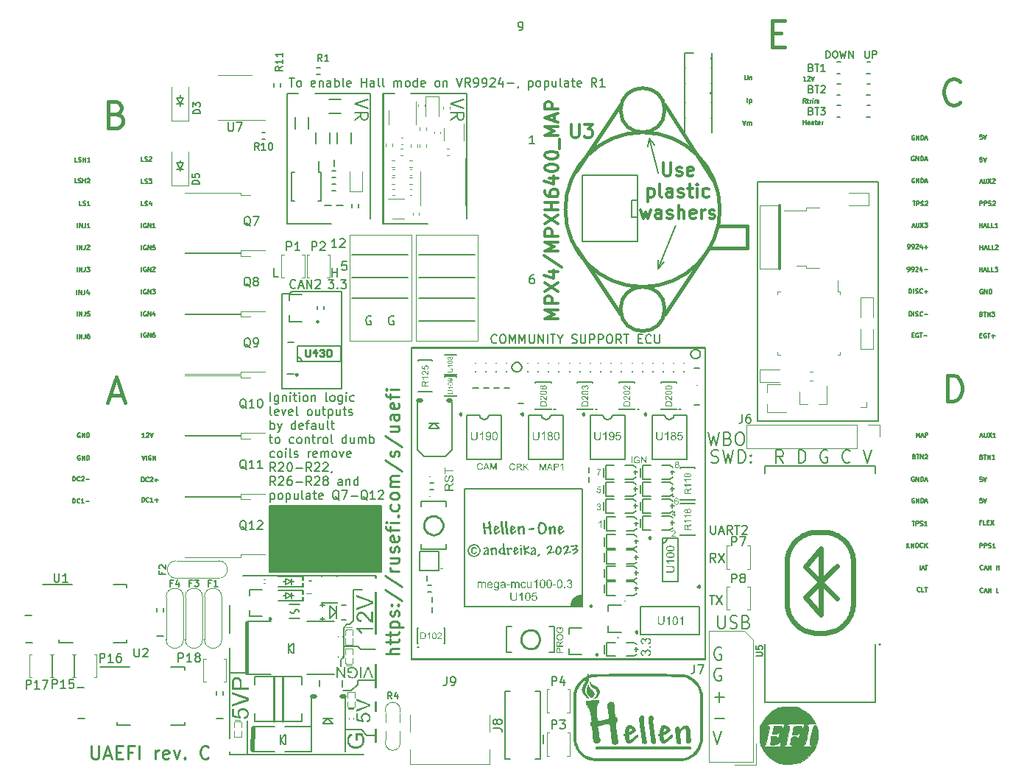
<source format=gto>
G75*
G70*
%OFA0B0*%
%FSLAX25Y25*%
%IPPOS*%
%LPD*%
%AMOC8*
5,1,8,0,0,1.08239X$1,22.5*
%
%ADD10C,0.00787*%
%ADD100C,0.01968*%
%ADD101C,0.01575*%
%ADD131C,0.01000*%
%ADD228C,0.00300*%
%ADD74C,0.01181*%
%ADD77C,0.00591*%
%ADD78C,0.00472*%
%ADD82C,0.00500*%
%ADD83C,0.01772*%
%ADD84C,0.00669*%
%ADD85C,0.00984*%
%ADD86C,0.01200*%
%ADD87C,0.00800*%
%ADD88C,0.00000*%
%ADD89C,0.02484*%
%ADD90C,0.00390*%
%ADD91C,0.00010*%
%ADD92C,0.01500*%
%ADD98C,0.00394*%
X0000000Y0000000D02*
%LPD*%
G01*
D77*
X0183071Y0211870D02*
X0208268Y0211870D01*
X0183071Y0201634D02*
X0208268Y0201634D01*
X0152756Y0231555D02*
X0177953Y0231555D01*
X0115237Y0117903D02*
X0166087Y0117903D01*
X0166087Y0088081D01*
X0115237Y0088081D01*
X0115237Y0117903D01*
G36*
X0115237Y0117903D02*
G01*
X0166087Y0117903D01*
X0166087Y0088081D01*
X0115237Y0088081D01*
X0115237Y0117903D01*
G37*
X0183071Y0221319D02*
X0208268Y0221319D01*
X0152756Y0211870D02*
X0177953Y0211870D01*
X0183071Y0231555D02*
X0208268Y0231555D01*
X0152756Y0221319D02*
X0177953Y0221319D01*
D82*
X0405040Y0203773D02*
X0405040Y0205773D01*
X0405040Y0205773D02*
X0405516Y0205773D01*
X0405516Y0205773D02*
X0405802Y0205677D01*
X0405802Y0205677D02*
X0405992Y0205487D01*
X0405992Y0205487D02*
X0406087Y0205296D01*
X0406087Y0205296D02*
X0406183Y0204915D01*
X0406183Y0204915D02*
X0406183Y0204630D01*
X0406183Y0204630D02*
X0406087Y0204249D01*
X0406087Y0204249D02*
X0405992Y0204058D01*
X0405992Y0204058D02*
X0405802Y0203868D01*
X0405802Y0203868D02*
X0405516Y0203773D01*
X0405516Y0203773D02*
X0405040Y0203773D01*
X0407040Y0203773D02*
X0407040Y0205773D01*
X0407897Y0203868D02*
X0408183Y0203773D01*
X0408183Y0203773D02*
X0408659Y0203773D01*
X0408659Y0203773D02*
X0408849Y0203868D01*
X0408849Y0203868D02*
X0408945Y0203963D01*
X0408945Y0203963D02*
X0409040Y0204154D01*
X0409040Y0204154D02*
X0409040Y0204344D01*
X0409040Y0204344D02*
X0408945Y0204535D01*
X0408945Y0204535D02*
X0408849Y0204630D01*
X0408849Y0204630D02*
X0408659Y0204725D01*
X0408659Y0204725D02*
X0408278Y0204820D01*
X0408278Y0204820D02*
X0408087Y0204915D01*
X0408087Y0204915D02*
X0407992Y0205011D01*
X0407992Y0205011D02*
X0407897Y0205201D01*
X0407897Y0205201D02*
X0407897Y0205392D01*
X0407897Y0205392D02*
X0407992Y0205582D01*
X0407992Y0205582D02*
X0408087Y0205677D01*
X0408087Y0205677D02*
X0408278Y0205773D01*
X0408278Y0205773D02*
X0408754Y0205773D01*
X0408754Y0205773D02*
X0409040Y0205677D01*
X0411040Y0203963D02*
X0410945Y0203868D01*
X0410945Y0203868D02*
X0410659Y0203773D01*
X0410659Y0203773D02*
X0410468Y0203773D01*
X0410468Y0203773D02*
X0410183Y0203868D01*
X0410183Y0203868D02*
X0409992Y0204058D01*
X0409992Y0204058D02*
X0409897Y0204249D01*
X0409897Y0204249D02*
X0409802Y0204630D01*
X0409802Y0204630D02*
X0409802Y0204915D01*
X0409802Y0204915D02*
X0409897Y0205296D01*
X0409897Y0205296D02*
X0409992Y0205487D01*
X0409992Y0205487D02*
X0410183Y0205677D01*
X0410183Y0205677D02*
X0410468Y0205773D01*
X0410468Y0205773D02*
X0410659Y0205773D01*
X0410659Y0205773D02*
X0410945Y0205677D01*
X0410945Y0205677D02*
X0411040Y0205582D01*
X0411897Y0204535D02*
X0413421Y0204535D01*
D77*
X0143757Y0221496D02*
X0143757Y0225433D01*
X0143757Y0223559D02*
X0146007Y0223559D01*
X0146007Y0221496D02*
X0146007Y0225433D01*
D82*
X0358312Y0310381D02*
X0357169Y0310381D01*
X0357740Y0310381D02*
X0357740Y0312381D01*
X0357740Y0312381D02*
X0357550Y0312095D01*
X0357550Y0312095D02*
X0357360Y0311905D01*
X0357360Y0311905D02*
X0357169Y0311809D01*
X0359074Y0312190D02*
X0359169Y0312286D01*
X0359169Y0312286D02*
X0359360Y0312381D01*
X0359360Y0312381D02*
X0359836Y0312381D01*
X0359836Y0312381D02*
X0360026Y0312286D01*
X0360026Y0312286D02*
X0360121Y0312190D01*
X0360121Y0312190D02*
X0360217Y0312000D01*
X0360217Y0312000D02*
X0360217Y0311809D01*
X0360217Y0311809D02*
X0360121Y0311524D01*
X0360121Y0311524D02*
X0358979Y0310381D01*
X0358979Y0310381D02*
X0360217Y0310381D01*
X0360788Y0312381D02*
X0361455Y0310381D01*
X0361455Y0310381D02*
X0362121Y0312381D01*
D83*
X0046079Y0295237D02*
X0047766Y0294675D01*
X0047766Y0294675D02*
X0048328Y0294113D01*
X0048328Y0294113D02*
X0048891Y0292988D01*
X0048891Y0292988D02*
X0048891Y0291300D01*
X0048891Y0291300D02*
X0048328Y0290176D01*
X0048328Y0290176D02*
X0047766Y0289613D01*
X0047766Y0289613D02*
X0046641Y0289051D01*
X0046641Y0289051D02*
X0042142Y0289051D01*
X0042142Y0289051D02*
X0042142Y0300862D01*
X0042142Y0300862D02*
X0046079Y0300862D01*
X0046079Y0300862D02*
X0047204Y0300299D01*
X0047204Y0300299D02*
X0047766Y0299737D01*
X0047766Y0299737D02*
X0048328Y0298612D01*
X0048328Y0298612D02*
X0048328Y0297487D01*
X0048328Y0297487D02*
X0047766Y0296362D01*
X0047766Y0296362D02*
X0047204Y0295800D01*
X0047204Y0295800D02*
X0046079Y0295237D01*
X0046079Y0295237D02*
X0042142Y0295237D01*
D82*
X0028288Y0193681D02*
X0028288Y0195681D01*
X0029240Y0193681D02*
X0029240Y0195681D01*
X0029240Y0195681D02*
X0030383Y0193681D01*
X0030383Y0193681D02*
X0030383Y0195681D01*
X0031907Y0195681D02*
X0031907Y0194252D01*
X0031907Y0194252D02*
X0031812Y0193966D01*
X0031812Y0193966D02*
X0031621Y0193776D01*
X0031621Y0193776D02*
X0031336Y0193681D01*
X0031336Y0193681D02*
X0031145Y0193681D01*
X0033717Y0195681D02*
X0033336Y0195681D01*
X0033336Y0195681D02*
X0033145Y0195586D01*
X0033145Y0195586D02*
X0033050Y0195490D01*
X0033050Y0195490D02*
X0032860Y0195205D01*
X0032860Y0195205D02*
X0032764Y0194824D01*
X0032764Y0194824D02*
X0032764Y0194062D01*
X0032764Y0194062D02*
X0032860Y0193871D01*
X0032860Y0193871D02*
X0032955Y0193776D01*
X0032955Y0193776D02*
X0033145Y0193681D01*
X0033145Y0193681D02*
X0033526Y0193681D01*
X0033526Y0193681D02*
X0033717Y0193776D01*
X0033717Y0193776D02*
X0033812Y0193871D01*
X0033812Y0193871D02*
X0033907Y0194062D01*
X0033907Y0194062D02*
X0033907Y0194538D01*
X0033907Y0194538D02*
X0033812Y0194728D01*
X0033812Y0194728D02*
X0033717Y0194824D01*
X0033717Y0194824D02*
X0033526Y0194919D01*
X0033526Y0194919D02*
X0033145Y0194919D01*
X0033145Y0194919D02*
X0032955Y0194824D01*
X0032955Y0194824D02*
X0032860Y0194728D01*
X0032860Y0194728D02*
X0032764Y0194538D01*
X0058364Y0273981D02*
X0057412Y0273981D01*
X0057412Y0273981D02*
X0057412Y0275981D01*
X0058936Y0274076D02*
X0059221Y0273981D01*
X0059221Y0273981D02*
X0059698Y0273981D01*
X0059698Y0273981D02*
X0059888Y0274076D01*
X0059888Y0274076D02*
X0059983Y0274171D01*
X0059983Y0274171D02*
X0060079Y0274362D01*
X0060079Y0274362D02*
X0060079Y0274552D01*
X0060079Y0274552D02*
X0059983Y0274743D01*
X0059983Y0274743D02*
X0059888Y0274838D01*
X0059888Y0274838D02*
X0059698Y0274933D01*
X0059698Y0274933D02*
X0059317Y0275028D01*
X0059317Y0275028D02*
X0059126Y0275124D01*
X0059126Y0275124D02*
X0059031Y0275219D01*
X0059031Y0275219D02*
X0058936Y0275409D01*
X0058936Y0275409D02*
X0058936Y0275600D01*
X0058936Y0275600D02*
X0059031Y0275790D01*
X0059031Y0275790D02*
X0059126Y0275886D01*
X0059126Y0275886D02*
X0059317Y0275981D01*
X0059317Y0275981D02*
X0059793Y0275981D01*
X0059793Y0275981D02*
X0060079Y0275886D01*
X0060840Y0275790D02*
X0060936Y0275886D01*
X0060936Y0275886D02*
X0061126Y0275981D01*
X0061126Y0275981D02*
X0061602Y0275981D01*
X0061602Y0275981D02*
X0061793Y0275886D01*
X0061793Y0275886D02*
X0061888Y0275790D01*
X0061888Y0275790D02*
X0061983Y0275600D01*
X0061983Y0275600D02*
X0061983Y0275409D01*
X0061983Y0275409D02*
X0061888Y0275124D01*
X0061888Y0275124D02*
X0060745Y0273981D01*
X0060745Y0273981D02*
X0061983Y0273981D01*
X0028088Y0213681D02*
X0028088Y0215681D01*
X0029040Y0213681D02*
X0029040Y0215681D01*
X0029040Y0215681D02*
X0030183Y0213681D01*
X0030183Y0213681D02*
X0030183Y0215681D01*
X0031707Y0215681D02*
X0031707Y0214252D01*
X0031707Y0214252D02*
X0031612Y0213966D01*
X0031612Y0213966D02*
X0031421Y0213776D01*
X0031421Y0213776D02*
X0031136Y0213681D01*
X0031136Y0213681D02*
X0030945Y0213681D01*
X0033517Y0215014D02*
X0033517Y0213681D01*
X0033040Y0215776D02*
X0032564Y0214347D01*
X0032564Y0214347D02*
X0033802Y0214347D01*
X0028217Y0264181D02*
X0027264Y0264181D01*
X0027264Y0264181D02*
X0027264Y0266181D01*
X0028788Y0264276D02*
X0029074Y0264181D01*
X0029074Y0264181D02*
X0029550Y0264181D01*
X0029550Y0264181D02*
X0029740Y0264276D01*
X0029740Y0264276D02*
X0029836Y0264371D01*
X0029836Y0264371D02*
X0029931Y0264562D01*
X0029931Y0264562D02*
X0029931Y0264752D01*
X0029931Y0264752D02*
X0029836Y0264943D01*
X0029836Y0264943D02*
X0029740Y0265038D01*
X0029740Y0265038D02*
X0029550Y0265133D01*
X0029550Y0265133D02*
X0029169Y0265228D01*
X0029169Y0265228D02*
X0028979Y0265324D01*
X0028979Y0265324D02*
X0028883Y0265419D01*
X0028883Y0265419D02*
X0028788Y0265609D01*
X0028788Y0265609D02*
X0028788Y0265800D01*
X0028788Y0265800D02*
X0028883Y0265990D01*
X0028883Y0265990D02*
X0028979Y0266086D01*
X0028979Y0266086D02*
X0029169Y0266181D01*
X0029169Y0266181D02*
X0029645Y0266181D01*
X0029645Y0266181D02*
X0029931Y0266086D01*
X0030788Y0264181D02*
X0030788Y0266181D01*
X0030788Y0265228D02*
X0031931Y0265228D01*
X0031931Y0264181D02*
X0031931Y0266181D01*
X0032788Y0265990D02*
X0032883Y0266086D01*
X0032883Y0266086D02*
X0033074Y0266181D01*
X0033074Y0266181D02*
X0033550Y0266181D01*
X0033550Y0266181D02*
X0033740Y0266086D01*
X0033740Y0266086D02*
X0033836Y0265990D01*
X0033836Y0265990D02*
X0033931Y0265800D01*
X0033931Y0265800D02*
X0033931Y0265609D01*
X0033931Y0265609D02*
X0033836Y0265324D01*
X0033836Y0265324D02*
X0032693Y0264181D01*
X0032693Y0264181D02*
X0033931Y0264181D01*
X0026336Y0129181D02*
X0026336Y0131181D01*
X0026336Y0131181D02*
X0026812Y0131181D01*
X0026812Y0131181D02*
X0027098Y0131086D01*
X0027098Y0131086D02*
X0027288Y0130895D01*
X0027288Y0130895D02*
X0027383Y0130705D01*
X0027383Y0130705D02*
X0027479Y0130324D01*
X0027479Y0130324D02*
X0027479Y0130038D01*
X0027479Y0130038D02*
X0027383Y0129657D01*
X0027383Y0129657D02*
X0027288Y0129466D01*
X0027288Y0129466D02*
X0027098Y0129276D01*
X0027098Y0129276D02*
X0026812Y0129181D01*
X0026812Y0129181D02*
X0026336Y0129181D01*
X0029479Y0129371D02*
X0029383Y0129276D01*
X0029383Y0129276D02*
X0029098Y0129181D01*
X0029098Y0129181D02*
X0028907Y0129181D01*
X0028907Y0129181D02*
X0028621Y0129276D01*
X0028621Y0129276D02*
X0028431Y0129466D01*
X0028431Y0129466D02*
X0028336Y0129657D01*
X0028336Y0129657D02*
X0028240Y0130038D01*
X0028240Y0130038D02*
X0028240Y0130324D01*
X0028240Y0130324D02*
X0028336Y0130705D01*
X0028336Y0130705D02*
X0028431Y0130895D01*
X0028431Y0130895D02*
X0028621Y0131086D01*
X0028621Y0131086D02*
X0028907Y0131181D01*
X0028907Y0131181D02*
X0029098Y0131181D01*
X0029098Y0131181D02*
X0029383Y0131086D01*
X0029383Y0131086D02*
X0029479Y0130990D01*
X0030240Y0130990D02*
X0030336Y0131086D01*
X0030336Y0131086D02*
X0030526Y0131181D01*
X0030526Y0131181D02*
X0031002Y0131181D01*
X0031002Y0131181D02*
X0031193Y0131086D01*
X0031193Y0131086D02*
X0031288Y0130990D01*
X0031288Y0130990D02*
X0031383Y0130800D01*
X0031383Y0130800D02*
X0031383Y0130609D01*
X0031383Y0130609D02*
X0031288Y0130324D01*
X0031288Y0130324D02*
X0030145Y0129181D01*
X0030145Y0129181D02*
X0031383Y0129181D01*
X0032240Y0129943D02*
X0033764Y0129943D01*
X0438069Y0285881D02*
X0437117Y0285881D01*
X0437117Y0285881D02*
X0437021Y0284928D01*
X0437021Y0284928D02*
X0437117Y0285024D01*
X0437117Y0285024D02*
X0437307Y0285119D01*
X0437307Y0285119D02*
X0437783Y0285119D01*
X0437783Y0285119D02*
X0437974Y0285024D01*
X0437974Y0285024D02*
X0438069Y0284928D01*
X0438069Y0284928D02*
X0438164Y0284738D01*
X0438164Y0284738D02*
X0438164Y0284262D01*
X0438164Y0284262D02*
X0438069Y0284071D01*
X0438069Y0284071D02*
X0437974Y0283976D01*
X0437974Y0283976D02*
X0437783Y0283881D01*
X0437783Y0283881D02*
X0437307Y0283881D01*
X0437307Y0283881D02*
X0437117Y0283976D01*
X0437117Y0283976D02*
X0437021Y0284071D01*
X0438736Y0285881D02*
X0439402Y0283881D01*
X0439402Y0283881D02*
X0440069Y0285881D01*
X0437053Y0233981D02*
X0437053Y0235981D01*
X0437053Y0235028D02*
X0438196Y0235028D01*
X0438196Y0233981D02*
X0438196Y0235981D01*
X0439053Y0234552D02*
X0440006Y0234552D01*
X0438863Y0233981D02*
X0439529Y0235981D01*
X0439529Y0235981D02*
X0440196Y0233981D01*
X0441815Y0233981D02*
X0440863Y0233981D01*
X0440863Y0233981D02*
X0440863Y0235981D01*
X0443434Y0233981D02*
X0442482Y0233981D01*
X0442482Y0233981D02*
X0442482Y0235981D01*
X0444006Y0235790D02*
X0444101Y0235886D01*
X0444101Y0235886D02*
X0444291Y0235981D01*
X0444291Y0235981D02*
X0444767Y0235981D01*
X0444767Y0235981D02*
X0444958Y0235886D01*
X0444958Y0235886D02*
X0445053Y0235790D01*
X0445053Y0235790D02*
X0445148Y0235600D01*
X0445148Y0235600D02*
X0445148Y0235409D01*
X0445148Y0235409D02*
X0445053Y0235124D01*
X0445053Y0235124D02*
X0443910Y0233981D01*
X0443910Y0233981D02*
X0445148Y0233981D01*
X0404960Y0214181D02*
X0404960Y0216181D01*
X0404960Y0216181D02*
X0405436Y0216181D01*
X0405436Y0216181D02*
X0405721Y0216086D01*
X0405721Y0216086D02*
X0405912Y0215895D01*
X0405912Y0215895D02*
X0406007Y0215705D01*
X0406007Y0215705D02*
X0406102Y0215324D01*
X0406102Y0215324D02*
X0406102Y0215038D01*
X0406102Y0215038D02*
X0406007Y0214657D01*
X0406007Y0214657D02*
X0405912Y0214466D01*
X0405912Y0214466D02*
X0405721Y0214276D01*
X0405721Y0214276D02*
X0405436Y0214181D01*
X0405436Y0214181D02*
X0404960Y0214181D01*
X0406960Y0214181D02*
X0406960Y0216181D01*
X0407817Y0214276D02*
X0408102Y0214181D01*
X0408102Y0214181D02*
X0408579Y0214181D01*
X0408579Y0214181D02*
X0408769Y0214276D01*
X0408769Y0214276D02*
X0408864Y0214371D01*
X0408864Y0214371D02*
X0408960Y0214562D01*
X0408960Y0214562D02*
X0408960Y0214752D01*
X0408960Y0214752D02*
X0408864Y0214943D01*
X0408864Y0214943D02*
X0408769Y0215038D01*
X0408769Y0215038D02*
X0408579Y0215133D01*
X0408579Y0215133D02*
X0408198Y0215228D01*
X0408198Y0215228D02*
X0408007Y0215324D01*
X0408007Y0215324D02*
X0407912Y0215419D01*
X0407912Y0215419D02*
X0407817Y0215609D01*
X0407817Y0215609D02*
X0407817Y0215800D01*
X0407817Y0215800D02*
X0407912Y0215990D01*
X0407912Y0215990D02*
X0408007Y0216086D01*
X0408007Y0216086D02*
X0408198Y0216181D01*
X0408198Y0216181D02*
X0408674Y0216181D01*
X0408674Y0216181D02*
X0408960Y0216086D01*
X0410960Y0214371D02*
X0410864Y0214276D01*
X0410864Y0214276D02*
X0410579Y0214181D01*
X0410579Y0214181D02*
X0410388Y0214181D01*
X0410388Y0214181D02*
X0410102Y0214276D01*
X0410102Y0214276D02*
X0409912Y0214466D01*
X0409912Y0214466D02*
X0409817Y0214657D01*
X0409817Y0214657D02*
X0409721Y0215038D01*
X0409721Y0215038D02*
X0409721Y0215324D01*
X0409721Y0215324D02*
X0409817Y0215705D01*
X0409817Y0215705D02*
X0409912Y0215895D01*
X0409912Y0215895D02*
X0410102Y0216086D01*
X0410102Y0216086D02*
X0410388Y0216181D01*
X0410388Y0216181D02*
X0410579Y0216181D01*
X0410579Y0216181D02*
X0410864Y0216086D01*
X0410864Y0216086D02*
X0410960Y0215990D01*
X0411817Y0214943D02*
X0413340Y0214943D01*
X0412579Y0214181D02*
X0412579Y0215705D01*
D10*
X0319821Y0053614D02*
X0319296Y0053895D01*
X0319296Y0053895D02*
X0318508Y0053895D01*
X0318508Y0053895D02*
X0317721Y0053614D01*
X0317721Y0053614D02*
X0317196Y0053051D01*
X0317196Y0053051D02*
X0316934Y0052489D01*
X0316934Y0052489D02*
X0316671Y0051364D01*
X0316671Y0051364D02*
X0316671Y0050520D01*
X0316671Y0050520D02*
X0316934Y0049395D01*
X0316934Y0049395D02*
X0317196Y0048833D01*
X0317196Y0048833D02*
X0317721Y0048271D01*
X0317721Y0048271D02*
X0318508Y0047989D01*
X0318508Y0047989D02*
X0319033Y0047989D01*
X0319033Y0047989D02*
X0319821Y0048271D01*
X0319821Y0048271D02*
X0320083Y0048552D01*
X0320083Y0048552D02*
X0320083Y0050520D01*
X0320083Y0050520D02*
X0319033Y0050520D01*
X0319821Y0044106D02*
X0319296Y0044387D01*
X0319296Y0044387D02*
X0318508Y0044387D01*
X0318508Y0044387D02*
X0317721Y0044106D01*
X0317721Y0044106D02*
X0317196Y0043544D01*
X0317196Y0043544D02*
X0316934Y0042981D01*
X0316934Y0042981D02*
X0316671Y0041856D01*
X0316671Y0041856D02*
X0316671Y0041013D01*
X0316671Y0041013D02*
X0316934Y0039888D01*
X0316934Y0039888D02*
X0317196Y0039325D01*
X0317196Y0039325D02*
X0317721Y0038763D01*
X0317721Y0038763D02*
X0318508Y0038482D01*
X0318508Y0038482D02*
X0319033Y0038482D01*
X0319033Y0038482D02*
X0319821Y0038763D01*
X0319821Y0038763D02*
X0320083Y0039044D01*
X0320083Y0039044D02*
X0320083Y0041013D01*
X0320083Y0041013D02*
X0319033Y0041013D01*
X0316934Y0031224D02*
X0321133Y0031224D01*
X0319033Y0028974D02*
X0319033Y0033474D01*
X0316934Y0021716D02*
X0321133Y0021716D01*
X0316146Y0015865D02*
X0317983Y0009959D01*
X0317983Y0009959D02*
X0319821Y0015865D01*
D82*
X0403831Y0099081D02*
X0403831Y0101081D01*
X0404974Y0099081D02*
X0404117Y0100224D01*
X0404974Y0101081D02*
X0403831Y0099938D01*
X0405831Y0099081D02*
X0405831Y0101081D01*
X0405831Y0101081D02*
X0406974Y0099081D01*
X0406974Y0099081D02*
X0406974Y0101081D01*
X0408307Y0101081D02*
X0408688Y0101081D01*
X0408688Y0101081D02*
X0408879Y0100986D01*
X0408879Y0100986D02*
X0409069Y0100795D01*
X0409069Y0100795D02*
X0409164Y0100414D01*
X0409164Y0100414D02*
X0409164Y0099747D01*
X0409164Y0099747D02*
X0409069Y0099366D01*
X0409069Y0099366D02*
X0408879Y0099176D01*
X0408879Y0099176D02*
X0408688Y0099081D01*
X0408688Y0099081D02*
X0408307Y0099081D01*
X0408307Y0099081D02*
X0408117Y0099176D01*
X0408117Y0099176D02*
X0407926Y0099366D01*
X0407926Y0099366D02*
X0407831Y0099747D01*
X0407831Y0099747D02*
X0407831Y0100414D01*
X0407831Y0100414D02*
X0407926Y0100795D01*
X0407926Y0100795D02*
X0408117Y0100986D01*
X0408117Y0100986D02*
X0408307Y0101081D01*
X0411164Y0099271D02*
X0411069Y0099176D01*
X0411069Y0099176D02*
X0410783Y0099081D01*
X0410783Y0099081D02*
X0410593Y0099081D01*
X0410593Y0099081D02*
X0410307Y0099176D01*
X0410307Y0099176D02*
X0410117Y0099366D01*
X0410117Y0099366D02*
X0410021Y0099557D01*
X0410021Y0099557D02*
X0409926Y0099938D01*
X0409926Y0099938D02*
X0409926Y0100224D01*
X0409926Y0100224D02*
X0410021Y0100605D01*
X0410021Y0100605D02*
X0410117Y0100795D01*
X0410117Y0100795D02*
X0410307Y0100986D01*
X0410307Y0100986D02*
X0410593Y0101081D01*
X0410593Y0101081D02*
X0410783Y0101081D01*
X0410783Y0101081D02*
X0411069Y0100986D01*
X0411069Y0100986D02*
X0411164Y0100890D01*
X0412021Y0099081D02*
X0412021Y0101081D01*
X0413164Y0099081D02*
X0412307Y0100224D01*
X0413164Y0101081D02*
X0412021Y0099938D01*
D77*
X0315106Y0108996D02*
X0315106Y0105809D01*
X0315106Y0105809D02*
X0315293Y0105434D01*
X0315293Y0105434D02*
X0315481Y0105246D01*
X0315481Y0105246D02*
X0315856Y0105059D01*
X0315856Y0105059D02*
X0316606Y0105059D01*
X0316606Y0105059D02*
X0316981Y0105246D01*
X0316981Y0105246D02*
X0317168Y0105434D01*
X0317168Y0105434D02*
X0317356Y0105809D01*
X0317356Y0105809D02*
X0317356Y0108996D01*
X0319043Y0106184D02*
X0320918Y0106184D01*
X0318668Y0105059D02*
X0319980Y0108996D01*
X0319980Y0108996D02*
X0321293Y0105059D01*
X0324855Y0105059D02*
X0323542Y0106934D01*
X0322605Y0105059D02*
X0322605Y0108996D01*
X0322605Y0108996D02*
X0324105Y0108996D01*
X0324105Y0108996D02*
X0324480Y0108808D01*
X0324480Y0108808D02*
X0324667Y0108621D01*
X0324667Y0108621D02*
X0324855Y0108246D01*
X0324855Y0108246D02*
X0324855Y0107684D01*
X0324855Y0107684D02*
X0324667Y0107309D01*
X0324667Y0107309D02*
X0324480Y0107121D01*
X0324480Y0107121D02*
X0324105Y0106934D01*
X0324105Y0106934D02*
X0322605Y0106934D01*
X0325979Y0108996D02*
X0328229Y0108996D01*
X0327104Y0105059D02*
X0327104Y0108996D01*
X0329354Y0108621D02*
X0329542Y0108808D01*
X0329542Y0108808D02*
X0329916Y0108996D01*
X0329916Y0108996D02*
X0330854Y0108996D01*
X0330854Y0108996D02*
X0331229Y0108808D01*
X0331229Y0108808D02*
X0331416Y0108621D01*
X0331416Y0108621D02*
X0331604Y0108246D01*
X0331604Y0108246D02*
X0331604Y0107871D01*
X0331604Y0107871D02*
X0331416Y0107309D01*
X0331416Y0107309D02*
X0329167Y0105059D01*
X0329167Y0105059D02*
X0331604Y0105059D01*
X0317356Y0092382D02*
X0316043Y0094257D01*
X0315106Y0092382D02*
X0315106Y0096319D01*
X0315106Y0096319D02*
X0316606Y0096319D01*
X0316606Y0096319D02*
X0316981Y0096132D01*
X0316981Y0096132D02*
X0317168Y0095944D01*
X0317168Y0095944D02*
X0317356Y0095569D01*
X0317356Y0095569D02*
X0317356Y0095007D01*
X0317356Y0095007D02*
X0317168Y0094632D01*
X0317168Y0094632D02*
X0316981Y0094444D01*
X0316981Y0094444D02*
X0316606Y0094257D01*
X0316606Y0094257D02*
X0315106Y0094257D01*
X0318668Y0096319D02*
X0321293Y0092382D01*
X0321293Y0096319D02*
X0318668Y0092382D01*
X0314543Y0077304D02*
X0316793Y0077304D01*
X0315668Y0073367D02*
X0315668Y0077304D01*
X0317730Y0077304D02*
X0320355Y0073367D01*
X0320355Y0077304D02*
X0317730Y0073367D01*
D83*
X0043138Y0167983D02*
X0048762Y0167983D01*
X0042013Y0164608D02*
X0045950Y0176419D01*
X0045950Y0176419D02*
X0049887Y0164608D01*
D82*
X0437972Y0275681D02*
X0437020Y0275681D01*
X0437020Y0275681D02*
X0436925Y0274728D01*
X0436925Y0274728D02*
X0437020Y0274824D01*
X0437020Y0274824D02*
X0437210Y0274919D01*
X0437210Y0274919D02*
X0437686Y0274919D01*
X0437686Y0274919D02*
X0437877Y0274824D01*
X0437877Y0274824D02*
X0437972Y0274728D01*
X0437972Y0274728D02*
X0438067Y0274538D01*
X0438067Y0274538D02*
X0438067Y0274062D01*
X0438067Y0274062D02*
X0437972Y0273871D01*
X0437972Y0273871D02*
X0437877Y0273776D01*
X0437877Y0273776D02*
X0437686Y0273681D01*
X0437686Y0273681D02*
X0437210Y0273681D01*
X0437210Y0273681D02*
X0437020Y0273776D01*
X0437020Y0273776D02*
X0436925Y0273871D01*
X0438639Y0275681D02*
X0439306Y0273681D01*
X0439306Y0273681D02*
X0439972Y0275681D01*
X0437631Y0204728D02*
X0437917Y0204633D01*
X0437917Y0204633D02*
X0438012Y0204538D01*
X0438012Y0204538D02*
X0438107Y0204347D01*
X0438107Y0204347D02*
X0438107Y0204062D01*
X0438107Y0204062D02*
X0438012Y0203871D01*
X0438012Y0203871D02*
X0437917Y0203776D01*
X0437917Y0203776D02*
X0437726Y0203681D01*
X0437726Y0203681D02*
X0436964Y0203681D01*
X0436964Y0203681D02*
X0436964Y0205681D01*
X0436964Y0205681D02*
X0437631Y0205681D01*
X0437631Y0205681D02*
X0437821Y0205586D01*
X0437821Y0205586D02*
X0437917Y0205490D01*
X0437917Y0205490D02*
X0438012Y0205300D01*
X0438012Y0205300D02*
X0438012Y0205109D01*
X0438012Y0205109D02*
X0437917Y0204919D01*
X0437917Y0204919D02*
X0437821Y0204824D01*
X0437821Y0204824D02*
X0437631Y0204728D01*
X0437631Y0204728D02*
X0436964Y0204728D01*
X0438679Y0205681D02*
X0439821Y0205681D01*
X0439250Y0203681D02*
X0439250Y0205681D01*
X0440488Y0203681D02*
X0440488Y0205681D01*
X0440488Y0205681D02*
X0441631Y0203681D01*
X0441631Y0203681D02*
X0441631Y0205681D01*
X0442393Y0205681D02*
X0443631Y0205681D01*
X0443631Y0205681D02*
X0442964Y0204919D01*
X0442964Y0204919D02*
X0443250Y0204919D01*
X0443250Y0204919D02*
X0443440Y0204824D01*
X0443440Y0204824D02*
X0443536Y0204728D01*
X0443536Y0204728D02*
X0443631Y0204538D01*
X0443631Y0204538D02*
X0443631Y0204062D01*
X0443631Y0204062D02*
X0443536Y0203871D01*
X0443536Y0203871D02*
X0443440Y0203776D01*
X0443440Y0203776D02*
X0443250Y0203681D01*
X0443250Y0203681D02*
X0442679Y0203681D01*
X0442679Y0203681D02*
X0442488Y0203776D01*
X0442488Y0203776D02*
X0442393Y0203871D01*
X0437021Y0264552D02*
X0437974Y0264552D01*
X0436831Y0263981D02*
X0437498Y0265981D01*
X0437498Y0265981D02*
X0438164Y0263981D01*
X0438831Y0265981D02*
X0438831Y0264362D01*
X0438831Y0264362D02*
X0438926Y0264171D01*
X0438926Y0264171D02*
X0439021Y0264076D01*
X0439021Y0264076D02*
X0439212Y0263981D01*
X0439212Y0263981D02*
X0439593Y0263981D01*
X0439593Y0263981D02*
X0439783Y0264076D01*
X0439783Y0264076D02*
X0439879Y0264171D01*
X0439879Y0264171D02*
X0439974Y0264362D01*
X0439974Y0264362D02*
X0439974Y0265981D01*
X0440736Y0265981D02*
X0442069Y0263981D01*
X0442069Y0265981D02*
X0440736Y0263981D01*
X0442736Y0265790D02*
X0442831Y0265886D01*
X0442831Y0265886D02*
X0443021Y0265981D01*
X0443021Y0265981D02*
X0443498Y0265981D01*
X0443498Y0265981D02*
X0443688Y0265886D01*
X0443688Y0265886D02*
X0443783Y0265790D01*
X0443783Y0265790D02*
X0443879Y0265600D01*
X0443879Y0265600D02*
X0443879Y0265409D01*
X0443879Y0265409D02*
X0443783Y0265124D01*
X0443783Y0265124D02*
X0442640Y0263981D01*
X0442640Y0263981D02*
X0443879Y0263981D01*
D77*
X0141939Y0220315D02*
X0144376Y0220315D01*
X0144376Y0220315D02*
X0143064Y0218816D01*
X0143064Y0218816D02*
X0143626Y0218816D01*
X0143626Y0218816D02*
X0144001Y0218628D01*
X0144001Y0218628D02*
X0144189Y0218441D01*
X0144189Y0218441D02*
X0144376Y0218066D01*
X0144376Y0218066D02*
X0144376Y0217128D01*
X0144376Y0217128D02*
X0144189Y0216753D01*
X0144189Y0216753D02*
X0144001Y0216566D01*
X0144001Y0216566D02*
X0143626Y0216378D01*
X0143626Y0216378D02*
X0142501Y0216378D01*
X0142501Y0216378D02*
X0142126Y0216566D01*
X0142126Y0216566D02*
X0141939Y0216753D01*
X0146063Y0216753D02*
X0146251Y0216566D01*
X0146251Y0216566D02*
X0146063Y0216378D01*
X0146063Y0216378D02*
X0145876Y0216566D01*
X0145876Y0216566D02*
X0146063Y0216753D01*
X0146063Y0216753D02*
X0146063Y0216378D01*
X0147563Y0220315D02*
X0150000Y0220315D01*
X0150000Y0220315D02*
X0148688Y0218816D01*
X0148688Y0218816D02*
X0149250Y0218816D01*
X0149250Y0218816D02*
X0149625Y0218628D01*
X0149625Y0218628D02*
X0149813Y0218441D01*
X0149813Y0218441D02*
X0150000Y0218066D01*
X0150000Y0218066D02*
X0150000Y0217128D01*
X0150000Y0217128D02*
X0149813Y0216753D01*
X0149813Y0216753D02*
X0149625Y0216566D01*
X0149625Y0216566D02*
X0149250Y0216378D01*
X0149250Y0216378D02*
X0148126Y0216378D01*
X0148126Y0216378D02*
X0147751Y0216566D01*
X0147751Y0216566D02*
X0147563Y0216753D01*
D82*
X0406274Y0110981D02*
X0407417Y0110981D01*
X0406845Y0108981D02*
X0406845Y0110981D01*
X0408083Y0108981D02*
X0408083Y0110981D01*
X0408083Y0110981D02*
X0408845Y0110981D01*
X0408845Y0110981D02*
X0409036Y0110886D01*
X0409036Y0110886D02*
X0409131Y0110790D01*
X0409131Y0110790D02*
X0409226Y0110600D01*
X0409226Y0110600D02*
X0409226Y0110314D01*
X0409226Y0110314D02*
X0409131Y0110124D01*
X0409131Y0110124D02*
X0409036Y0110028D01*
X0409036Y0110028D02*
X0408845Y0109933D01*
X0408845Y0109933D02*
X0408083Y0109933D01*
X0409988Y0109076D02*
X0410274Y0108981D01*
X0410274Y0108981D02*
X0410750Y0108981D01*
X0410750Y0108981D02*
X0410940Y0109076D01*
X0410940Y0109076D02*
X0411036Y0109171D01*
X0411036Y0109171D02*
X0411131Y0109362D01*
X0411131Y0109362D02*
X0411131Y0109552D01*
X0411131Y0109552D02*
X0411036Y0109743D01*
X0411036Y0109743D02*
X0410940Y0109838D01*
X0410940Y0109838D02*
X0410750Y0109933D01*
X0410750Y0109933D02*
X0410369Y0110028D01*
X0410369Y0110028D02*
X0410179Y0110124D01*
X0410179Y0110124D02*
X0410083Y0110219D01*
X0410083Y0110219D02*
X0409988Y0110409D01*
X0409988Y0110409D02*
X0409988Y0110600D01*
X0409988Y0110600D02*
X0410083Y0110790D01*
X0410083Y0110790D02*
X0410179Y0110886D01*
X0410179Y0110886D02*
X0410369Y0110981D01*
X0410369Y0110981D02*
X0410845Y0110981D01*
X0410845Y0110981D02*
X0411131Y0110886D01*
X0413036Y0108981D02*
X0411893Y0108981D01*
X0412464Y0108981D02*
X0412464Y0110981D01*
X0412464Y0110981D02*
X0412274Y0110695D01*
X0412274Y0110695D02*
X0412083Y0110505D01*
X0412083Y0110505D02*
X0411893Y0110409D01*
D84*
X0385046Y0323860D02*
X0385046Y0321247D01*
X0385046Y0321247D02*
X0385199Y0320939D01*
X0385199Y0320939D02*
X0385353Y0320786D01*
X0385353Y0320786D02*
X0385660Y0320632D01*
X0385660Y0320632D02*
X0386275Y0320632D01*
X0386275Y0320632D02*
X0386583Y0320786D01*
X0386583Y0320786D02*
X0386737Y0320939D01*
X0386737Y0320939D02*
X0386890Y0321247D01*
X0386890Y0321247D02*
X0386890Y0323860D01*
X0388428Y0320632D02*
X0388428Y0323860D01*
X0388428Y0323860D02*
X0389657Y0323860D01*
X0389657Y0323860D02*
X0389965Y0323707D01*
X0389965Y0323707D02*
X0390119Y0323553D01*
X0390119Y0323553D02*
X0390272Y0323245D01*
X0390272Y0323245D02*
X0390272Y0322784D01*
X0390272Y0322784D02*
X0390119Y0322477D01*
X0390119Y0322477D02*
X0389965Y0322323D01*
X0389965Y0322323D02*
X0389657Y0322169D01*
X0389657Y0322169D02*
X0388428Y0322169D01*
D77*
X0150150Y0228583D02*
X0148276Y0228583D01*
X0148276Y0228583D02*
X0148088Y0226708D01*
X0148088Y0226708D02*
X0148276Y0226896D01*
X0148276Y0226896D02*
X0148651Y0227083D01*
X0148651Y0227083D02*
X0149588Y0227083D01*
X0149588Y0227083D02*
X0149963Y0226896D01*
X0149963Y0226896D02*
X0150150Y0226708D01*
X0150150Y0226708D02*
X0150338Y0226333D01*
X0150338Y0226333D02*
X0150338Y0225396D01*
X0150338Y0225396D02*
X0150150Y0225021D01*
X0150150Y0225021D02*
X0149963Y0224834D01*
X0149963Y0224834D02*
X0149588Y0224646D01*
X0149588Y0224646D02*
X0148651Y0224646D01*
X0148651Y0224646D02*
X0148276Y0224834D01*
X0148276Y0224834D02*
X0148088Y0225021D01*
D82*
X0406325Y0244652D02*
X0407277Y0244652D01*
X0406134Y0244081D02*
X0406801Y0246081D01*
X0406801Y0246081D02*
X0407467Y0244081D01*
X0408134Y0246081D02*
X0408134Y0244462D01*
X0408134Y0244462D02*
X0408229Y0244271D01*
X0408229Y0244271D02*
X0408325Y0244176D01*
X0408325Y0244176D02*
X0408515Y0244081D01*
X0408515Y0244081D02*
X0408896Y0244081D01*
X0408896Y0244081D02*
X0409086Y0244176D01*
X0409086Y0244176D02*
X0409182Y0244271D01*
X0409182Y0244271D02*
X0409277Y0244462D01*
X0409277Y0244462D02*
X0409277Y0246081D01*
X0410039Y0246081D02*
X0411372Y0244081D01*
X0411372Y0246081D02*
X0410039Y0244081D01*
X0411944Y0246081D02*
X0413182Y0246081D01*
X0413182Y0246081D02*
X0412515Y0245319D01*
X0412515Y0245319D02*
X0412801Y0245319D01*
X0412801Y0245319D02*
X0412991Y0245224D01*
X0412991Y0245224D02*
X0413086Y0245128D01*
X0413086Y0245128D02*
X0413182Y0244938D01*
X0413182Y0244938D02*
X0413182Y0244462D01*
X0413182Y0244462D02*
X0413086Y0244271D01*
X0413086Y0244271D02*
X0412991Y0244176D01*
X0412991Y0244176D02*
X0412801Y0244081D01*
X0412801Y0244081D02*
X0412229Y0244081D01*
X0412229Y0244081D02*
X0412039Y0244176D01*
X0412039Y0244176D02*
X0411944Y0244271D01*
D84*
X0360531Y0316417D02*
X0360992Y0316264D01*
X0360992Y0316264D02*
X0361146Y0316110D01*
X0361146Y0316110D02*
X0361300Y0315803D01*
X0361300Y0315803D02*
X0361300Y0315341D01*
X0361300Y0315341D02*
X0361146Y0315034D01*
X0361146Y0315034D02*
X0360992Y0314880D01*
X0360992Y0314880D02*
X0360685Y0314726D01*
X0360685Y0314726D02*
X0359455Y0314726D01*
X0359455Y0314726D02*
X0359455Y0317955D01*
X0359455Y0317955D02*
X0360531Y0317955D01*
X0360531Y0317955D02*
X0360839Y0317801D01*
X0360839Y0317801D02*
X0360992Y0317647D01*
X0360992Y0317647D02*
X0361146Y0317340D01*
X0361146Y0317340D02*
X0361146Y0317032D01*
X0361146Y0317032D02*
X0360992Y0316725D01*
X0360992Y0316725D02*
X0360839Y0316571D01*
X0360839Y0316571D02*
X0360531Y0316417D01*
X0360531Y0316417D02*
X0359455Y0316417D01*
X0362222Y0317955D02*
X0364067Y0317955D01*
X0363144Y0314726D02*
X0363144Y0317955D01*
X0366834Y0314726D02*
X0364989Y0314726D01*
X0365912Y0314726D02*
X0365912Y0317955D01*
X0365912Y0317955D02*
X0365604Y0317494D01*
X0365604Y0317494D02*
X0365297Y0317186D01*
X0365297Y0317186D02*
X0364989Y0317032D01*
D82*
X0358169Y0300281D02*
X0357502Y0301233D01*
X0357026Y0300281D02*
X0357026Y0302281D01*
X0357026Y0302281D02*
X0357788Y0302281D01*
X0357788Y0302281D02*
X0357979Y0302186D01*
X0357979Y0302186D02*
X0358074Y0302090D01*
X0358074Y0302090D02*
X0358169Y0301900D01*
X0358169Y0301900D02*
X0358169Y0301614D01*
X0358169Y0301614D02*
X0358074Y0301424D01*
X0358074Y0301424D02*
X0357979Y0301328D01*
X0357979Y0301328D02*
X0357788Y0301233D01*
X0357788Y0301233D02*
X0357026Y0301233D01*
X0358740Y0301614D02*
X0359502Y0301614D01*
X0359026Y0302281D02*
X0359026Y0300566D01*
X0359026Y0300566D02*
X0359121Y0300376D01*
X0359121Y0300376D02*
X0359312Y0300281D01*
X0359312Y0300281D02*
X0359502Y0300281D01*
X0360169Y0300281D02*
X0360169Y0301614D01*
X0360169Y0301233D02*
X0360264Y0301424D01*
X0360264Y0301424D02*
X0360360Y0301519D01*
X0360360Y0301519D02*
X0360550Y0301614D01*
X0360550Y0301614D02*
X0360740Y0301614D01*
X0361407Y0300281D02*
X0361407Y0301614D01*
X0361407Y0302281D02*
X0361312Y0302186D01*
X0361312Y0302186D02*
X0361407Y0302090D01*
X0361407Y0302090D02*
X0361502Y0302186D01*
X0361502Y0302186D02*
X0361407Y0302281D01*
X0361407Y0302281D02*
X0361407Y0302090D01*
X0362360Y0300281D02*
X0362360Y0301614D01*
X0362360Y0301424D02*
X0362455Y0301519D01*
X0362455Y0301519D02*
X0362645Y0301614D01*
X0362645Y0301614D02*
X0362931Y0301614D01*
X0362931Y0301614D02*
X0363121Y0301519D01*
X0363121Y0301519D02*
X0363217Y0301328D01*
X0363217Y0301328D02*
X0363217Y0300281D01*
X0363217Y0301328D02*
X0363312Y0301519D01*
X0363312Y0301519D02*
X0363502Y0301614D01*
X0363502Y0301614D02*
X0363788Y0301614D01*
X0363788Y0301614D02*
X0363979Y0301519D01*
X0363979Y0301519D02*
X0364074Y0301328D01*
X0364074Y0301328D02*
X0364074Y0300281D01*
X0029526Y0150786D02*
X0029336Y0150881D01*
X0029336Y0150881D02*
X0029050Y0150881D01*
X0029050Y0150881D02*
X0028764Y0150786D01*
X0028764Y0150786D02*
X0028574Y0150595D01*
X0028574Y0150595D02*
X0028479Y0150405D01*
X0028479Y0150405D02*
X0028383Y0150024D01*
X0028383Y0150024D02*
X0028383Y0149738D01*
X0028383Y0149738D02*
X0028479Y0149357D01*
X0028479Y0149357D02*
X0028574Y0149166D01*
X0028574Y0149166D02*
X0028764Y0148976D01*
X0028764Y0148976D02*
X0029050Y0148881D01*
X0029050Y0148881D02*
X0029240Y0148881D01*
X0029240Y0148881D02*
X0029526Y0148976D01*
X0029526Y0148976D02*
X0029621Y0149071D01*
X0029621Y0149071D02*
X0029621Y0149738D01*
X0029621Y0149738D02*
X0029240Y0149738D01*
X0030479Y0148881D02*
X0030479Y0150881D01*
X0030479Y0150881D02*
X0031621Y0148881D01*
X0031621Y0148881D02*
X0031621Y0150881D01*
X0032574Y0148881D02*
X0032574Y0150881D01*
X0032574Y0150881D02*
X0033050Y0150881D01*
X0033050Y0150881D02*
X0033336Y0150786D01*
X0033336Y0150786D02*
X0033526Y0150595D01*
X0033526Y0150595D02*
X0033621Y0150405D01*
X0033621Y0150405D02*
X0033717Y0150024D01*
X0033717Y0150024D02*
X0033717Y0149738D01*
X0033717Y0149738D02*
X0033621Y0149357D01*
X0033621Y0149357D02*
X0033526Y0149166D01*
X0033526Y0149166D02*
X0033336Y0148976D01*
X0033336Y0148976D02*
X0033050Y0148881D01*
X0033050Y0148881D02*
X0032574Y0148881D01*
X0437221Y0149552D02*
X0438174Y0149552D01*
X0437031Y0148981D02*
X0437698Y0150981D01*
X0437698Y0150981D02*
X0438364Y0148981D01*
X0439031Y0150981D02*
X0439031Y0149362D01*
X0439031Y0149362D02*
X0439126Y0149171D01*
X0439126Y0149171D02*
X0439221Y0149076D01*
X0439221Y0149076D02*
X0439412Y0148981D01*
X0439412Y0148981D02*
X0439793Y0148981D01*
X0439793Y0148981D02*
X0439983Y0149076D01*
X0439983Y0149076D02*
X0440079Y0149171D01*
X0440079Y0149171D02*
X0440174Y0149362D01*
X0440174Y0149362D02*
X0440174Y0150981D01*
X0440936Y0150981D02*
X0442269Y0148981D01*
X0442269Y0150981D02*
X0440936Y0148981D01*
X0444079Y0148981D02*
X0442936Y0148981D01*
X0443507Y0148981D02*
X0443507Y0150981D01*
X0443507Y0150981D02*
X0443317Y0150695D01*
X0443317Y0150695D02*
X0443126Y0150505D01*
X0443126Y0150505D02*
X0442936Y0150409D01*
D77*
X0145707Y0234882D02*
X0143457Y0234882D01*
X0144582Y0234882D02*
X0144582Y0238819D01*
X0144582Y0238819D02*
X0144207Y0238257D01*
X0144207Y0238257D02*
X0143832Y0237882D01*
X0143832Y0237882D02*
X0143457Y0237694D01*
X0147207Y0238444D02*
X0147394Y0238632D01*
X0147394Y0238632D02*
X0147769Y0238819D01*
X0147769Y0238819D02*
X0148707Y0238819D01*
X0148707Y0238819D02*
X0149082Y0238632D01*
X0149082Y0238632D02*
X0149269Y0238444D01*
X0149269Y0238444D02*
X0149457Y0238069D01*
X0149457Y0238069D02*
X0149457Y0237694D01*
X0149457Y0237694D02*
X0149269Y0237132D01*
X0149269Y0237132D02*
X0147020Y0234882D01*
X0147020Y0234882D02*
X0149457Y0234882D01*
D82*
X0058712Y0148881D02*
X0057569Y0148881D01*
X0058140Y0148881D02*
X0058140Y0150881D01*
X0058140Y0150881D02*
X0057950Y0150595D01*
X0057950Y0150595D02*
X0057760Y0150405D01*
X0057760Y0150405D02*
X0057569Y0150309D01*
X0059474Y0150690D02*
X0059569Y0150786D01*
X0059569Y0150786D02*
X0059760Y0150881D01*
X0059760Y0150881D02*
X0060236Y0150881D01*
X0060236Y0150881D02*
X0060426Y0150786D01*
X0060426Y0150786D02*
X0060521Y0150690D01*
X0060521Y0150690D02*
X0060617Y0150500D01*
X0060617Y0150500D02*
X0060617Y0150309D01*
X0060617Y0150309D02*
X0060521Y0150024D01*
X0060521Y0150024D02*
X0059379Y0148881D01*
X0059379Y0148881D02*
X0060617Y0148881D01*
X0061188Y0150881D02*
X0061855Y0148881D01*
X0061855Y0148881D02*
X0062521Y0150881D01*
X0028188Y0223981D02*
X0028188Y0225981D01*
X0029140Y0223981D02*
X0029140Y0225981D01*
X0029140Y0225981D02*
X0030283Y0223981D01*
X0030283Y0223981D02*
X0030283Y0225981D01*
X0031807Y0225981D02*
X0031807Y0224552D01*
X0031807Y0224552D02*
X0031712Y0224266D01*
X0031712Y0224266D02*
X0031521Y0224076D01*
X0031521Y0224076D02*
X0031236Y0223981D01*
X0031236Y0223981D02*
X0031045Y0223981D01*
X0032569Y0225981D02*
X0033807Y0225981D01*
X0033807Y0225981D02*
X0033140Y0225219D01*
X0033140Y0225219D02*
X0033426Y0225219D01*
X0033426Y0225219D02*
X0033617Y0225124D01*
X0033617Y0225124D02*
X0033712Y0225028D01*
X0033712Y0225028D02*
X0033807Y0224838D01*
X0033807Y0224838D02*
X0033807Y0224362D01*
X0033807Y0224362D02*
X0033712Y0224171D01*
X0033712Y0224171D02*
X0033617Y0224076D01*
X0033617Y0224076D02*
X0033426Y0223981D01*
X0033426Y0223981D02*
X0032855Y0223981D01*
X0032855Y0223981D02*
X0032664Y0224076D01*
X0032664Y0224076D02*
X0032569Y0224171D01*
D10*
X0315385Y0137563D02*
X0316201Y0137282D01*
X0316201Y0137282D02*
X0317560Y0137282D01*
X0317560Y0137282D02*
X0318104Y0137563D01*
X0318104Y0137563D02*
X0318376Y0137845D01*
X0318376Y0137845D02*
X0318647Y0138407D01*
X0318647Y0138407D02*
X0318647Y0138969D01*
X0318647Y0138969D02*
X0318376Y0139532D01*
X0318376Y0139532D02*
X0318104Y0139813D01*
X0318104Y0139813D02*
X0317560Y0140094D01*
X0317560Y0140094D02*
X0316473Y0140376D01*
X0316473Y0140376D02*
X0315929Y0140657D01*
X0315929Y0140657D02*
X0315657Y0140938D01*
X0315657Y0140938D02*
X0315385Y0141500D01*
X0315385Y0141500D02*
X0315385Y0142063D01*
X0315385Y0142063D02*
X0315657Y0142625D01*
X0315657Y0142625D02*
X0315929Y0142906D01*
X0315929Y0142906D02*
X0316473Y0143188D01*
X0316473Y0143188D02*
X0317832Y0143188D01*
X0317832Y0143188D02*
X0318647Y0142906D01*
X0320550Y0143188D02*
X0321909Y0137282D01*
X0321909Y0137282D02*
X0322997Y0141500D01*
X0322997Y0141500D02*
X0324084Y0137282D01*
X0324084Y0137282D02*
X0325443Y0143188D01*
X0327618Y0137282D02*
X0327618Y0143188D01*
X0327618Y0143188D02*
X0328977Y0143188D01*
X0328977Y0143188D02*
X0329793Y0142906D01*
X0329793Y0142906D02*
X0330337Y0142344D01*
X0330337Y0142344D02*
X0330608Y0141782D01*
X0330608Y0141782D02*
X0330880Y0140657D01*
X0330880Y0140657D02*
X0330880Y0139813D01*
X0330880Y0139813D02*
X0330608Y0138688D01*
X0330608Y0138688D02*
X0330337Y0138126D01*
X0330337Y0138126D02*
X0329793Y0137563D01*
X0329793Y0137563D02*
X0328977Y0137282D01*
X0328977Y0137282D02*
X0327618Y0137282D01*
X0333327Y0137845D02*
X0333599Y0137563D01*
X0333599Y0137563D02*
X0333327Y0137282D01*
X0333327Y0137282D02*
X0333055Y0137563D01*
X0333055Y0137563D02*
X0333327Y0137845D01*
X0333327Y0137845D02*
X0333327Y0137282D01*
X0333327Y0140938D02*
X0333599Y0140657D01*
X0333599Y0140657D02*
X0333327Y0140376D01*
X0333327Y0140376D02*
X0333055Y0140657D01*
X0333055Y0140657D02*
X0333327Y0140938D01*
X0333327Y0140938D02*
X0333327Y0140376D01*
X0348006Y0137282D02*
X0346103Y0140094D01*
X0344744Y0137282D02*
X0344744Y0143188D01*
X0344744Y0143188D02*
X0346919Y0143188D01*
X0346919Y0143188D02*
X0347463Y0142906D01*
X0347463Y0142906D02*
X0347734Y0142625D01*
X0347734Y0142625D02*
X0348006Y0142063D01*
X0348006Y0142063D02*
X0348006Y0141219D01*
X0348006Y0141219D02*
X0347734Y0140657D01*
X0347734Y0140657D02*
X0347463Y0140376D01*
X0347463Y0140376D02*
X0346919Y0140094D01*
X0346919Y0140094D02*
X0344744Y0140094D01*
X0354802Y0137282D02*
X0354802Y0143188D01*
X0354802Y0143188D02*
X0356161Y0143188D01*
X0356161Y0143188D02*
X0356977Y0142906D01*
X0356977Y0142906D02*
X0357521Y0142344D01*
X0357521Y0142344D02*
X0357793Y0141782D01*
X0357793Y0141782D02*
X0358064Y0140657D01*
X0358064Y0140657D02*
X0358064Y0139813D01*
X0358064Y0139813D02*
X0357793Y0138688D01*
X0357793Y0138688D02*
X0357521Y0138126D01*
X0357521Y0138126D02*
X0356977Y0137563D01*
X0356977Y0137563D02*
X0356161Y0137282D01*
X0356161Y0137282D02*
X0354802Y0137282D01*
X0367851Y0142906D02*
X0367307Y0143188D01*
X0367307Y0143188D02*
X0366491Y0143188D01*
X0366491Y0143188D02*
X0365676Y0142906D01*
X0365676Y0142906D02*
X0365132Y0142344D01*
X0365132Y0142344D02*
X0364860Y0141782D01*
X0364860Y0141782D02*
X0364589Y0140657D01*
X0364589Y0140657D02*
X0364589Y0139813D01*
X0364589Y0139813D02*
X0364860Y0138688D01*
X0364860Y0138688D02*
X0365132Y0138126D01*
X0365132Y0138126D02*
X0365676Y0137563D01*
X0365676Y0137563D02*
X0366491Y0137282D01*
X0366491Y0137282D02*
X0367035Y0137282D01*
X0367035Y0137282D02*
X0367851Y0137563D01*
X0367851Y0137563D02*
X0368122Y0137845D01*
X0368122Y0137845D02*
X0368122Y0139813D01*
X0368122Y0139813D02*
X0367035Y0139813D01*
X0378181Y0137845D02*
X0377909Y0137563D01*
X0377909Y0137563D02*
X0377093Y0137282D01*
X0377093Y0137282D02*
X0376550Y0137282D01*
X0376550Y0137282D02*
X0375734Y0137563D01*
X0375734Y0137563D02*
X0375190Y0138126D01*
X0375190Y0138126D02*
X0374918Y0138688D01*
X0374918Y0138688D02*
X0374647Y0139813D01*
X0374647Y0139813D02*
X0374647Y0140657D01*
X0374647Y0140657D02*
X0374918Y0141782D01*
X0374918Y0141782D02*
X0375190Y0142344D01*
X0375190Y0142344D02*
X0375734Y0142906D01*
X0375734Y0142906D02*
X0376550Y0143188D01*
X0376550Y0143188D02*
X0377093Y0143188D01*
X0377093Y0143188D02*
X0377909Y0142906D01*
X0377909Y0142906D02*
X0378181Y0142625D01*
X0384161Y0143188D02*
X0386064Y0137282D01*
X0386064Y0137282D02*
X0387967Y0143188D01*
D82*
X0057660Y0140681D02*
X0058326Y0138681D01*
X0058326Y0138681D02*
X0058993Y0140681D01*
X0059660Y0138681D02*
X0059660Y0140681D01*
X0061660Y0140586D02*
X0061469Y0140681D01*
X0061469Y0140681D02*
X0061183Y0140681D01*
X0061183Y0140681D02*
X0060898Y0140586D01*
X0060898Y0140586D02*
X0060707Y0140395D01*
X0060707Y0140395D02*
X0060612Y0140205D01*
X0060612Y0140205D02*
X0060517Y0139824D01*
X0060517Y0139824D02*
X0060517Y0139538D01*
X0060517Y0139538D02*
X0060612Y0139157D01*
X0060612Y0139157D02*
X0060707Y0138966D01*
X0060707Y0138966D02*
X0060898Y0138776D01*
X0060898Y0138776D02*
X0061183Y0138681D01*
X0061183Y0138681D02*
X0061374Y0138681D01*
X0061374Y0138681D02*
X0061660Y0138776D01*
X0061660Y0138776D02*
X0061755Y0138871D01*
X0061755Y0138871D02*
X0061755Y0139538D01*
X0061755Y0139538D02*
X0061374Y0139538D01*
X0062612Y0138681D02*
X0062612Y0140681D01*
X0062612Y0140681D02*
X0063755Y0138681D01*
X0063755Y0138681D02*
X0063755Y0140681D01*
X0438072Y0130781D02*
X0437120Y0130781D01*
X0437120Y0130781D02*
X0437025Y0129828D01*
X0437025Y0129828D02*
X0437120Y0129924D01*
X0437120Y0129924D02*
X0437310Y0130019D01*
X0437310Y0130019D02*
X0437786Y0130019D01*
X0437786Y0130019D02*
X0437977Y0129924D01*
X0437977Y0129924D02*
X0438072Y0129828D01*
X0438072Y0129828D02*
X0438167Y0129638D01*
X0438167Y0129638D02*
X0438167Y0129162D01*
X0438167Y0129162D02*
X0438072Y0128971D01*
X0438072Y0128971D02*
X0437977Y0128876D01*
X0437977Y0128876D02*
X0437786Y0128781D01*
X0437786Y0128781D02*
X0437310Y0128781D01*
X0437310Y0128781D02*
X0437120Y0128876D01*
X0437120Y0128876D02*
X0437025Y0128971D01*
X0438739Y0130781D02*
X0439406Y0128781D01*
X0439406Y0128781D02*
X0440072Y0130781D01*
X0028188Y0233981D02*
X0028188Y0235981D01*
X0029140Y0233981D02*
X0029140Y0235981D01*
X0029140Y0235981D02*
X0030283Y0233981D01*
X0030283Y0233981D02*
X0030283Y0235981D01*
X0031807Y0235981D02*
X0031807Y0234552D01*
X0031807Y0234552D02*
X0031712Y0234266D01*
X0031712Y0234266D02*
X0031521Y0234076D01*
X0031521Y0234076D02*
X0031236Y0233981D01*
X0031236Y0233981D02*
X0031045Y0233981D01*
X0032664Y0235790D02*
X0032760Y0235886D01*
X0032760Y0235886D02*
X0032950Y0235981D01*
X0032950Y0235981D02*
X0033426Y0235981D01*
X0033426Y0235981D02*
X0033617Y0235886D01*
X0033617Y0235886D02*
X0033712Y0235790D01*
X0033712Y0235790D02*
X0033807Y0235600D01*
X0033807Y0235600D02*
X0033807Y0235409D01*
X0033807Y0235409D02*
X0033712Y0235124D01*
X0033712Y0235124D02*
X0032569Y0233981D01*
X0032569Y0233981D02*
X0033807Y0233981D01*
X0409898Y0079271D02*
X0409802Y0079176D01*
X0409802Y0079176D02*
X0409517Y0079081D01*
X0409517Y0079081D02*
X0409326Y0079081D01*
X0409326Y0079081D02*
X0409040Y0079176D01*
X0409040Y0079176D02*
X0408850Y0079366D01*
X0408850Y0079366D02*
X0408755Y0079557D01*
X0408755Y0079557D02*
X0408660Y0079938D01*
X0408660Y0079938D02*
X0408660Y0080224D01*
X0408660Y0080224D02*
X0408755Y0080605D01*
X0408755Y0080605D02*
X0408850Y0080795D01*
X0408850Y0080795D02*
X0409040Y0080986D01*
X0409040Y0080986D02*
X0409326Y0081081D01*
X0409326Y0081081D02*
X0409517Y0081081D01*
X0409517Y0081081D02*
X0409802Y0080986D01*
X0409802Y0080986D02*
X0409898Y0080890D01*
X0411707Y0079081D02*
X0410755Y0079081D01*
X0410755Y0079081D02*
X0410755Y0081081D01*
X0412088Y0081081D02*
X0413231Y0081081D01*
X0412660Y0079081D02*
X0412660Y0081081D01*
D84*
X0367329Y0320632D02*
X0367329Y0323860D01*
X0367329Y0323860D02*
X0368098Y0323860D01*
X0368098Y0323860D02*
X0368559Y0323707D01*
X0368559Y0323707D02*
X0368866Y0323399D01*
X0368866Y0323399D02*
X0369020Y0323092D01*
X0369020Y0323092D02*
X0369174Y0322477D01*
X0369174Y0322477D02*
X0369174Y0322016D01*
X0369174Y0322016D02*
X0369020Y0321401D01*
X0369020Y0321401D02*
X0368866Y0321093D01*
X0368866Y0321093D02*
X0368559Y0320786D01*
X0368559Y0320786D02*
X0368098Y0320632D01*
X0368098Y0320632D02*
X0367329Y0320632D01*
X0371172Y0323860D02*
X0371787Y0323860D01*
X0371787Y0323860D02*
X0372095Y0323707D01*
X0372095Y0323707D02*
X0372402Y0323399D01*
X0372402Y0323399D02*
X0372556Y0322784D01*
X0372556Y0322784D02*
X0372556Y0321708D01*
X0372556Y0321708D02*
X0372402Y0321093D01*
X0372402Y0321093D02*
X0372095Y0320786D01*
X0372095Y0320786D02*
X0371787Y0320632D01*
X0371787Y0320632D02*
X0371172Y0320632D01*
X0371172Y0320632D02*
X0370865Y0320786D01*
X0370865Y0320786D02*
X0370557Y0321093D01*
X0370557Y0321093D02*
X0370404Y0321708D01*
X0370404Y0321708D02*
X0370404Y0322784D01*
X0370404Y0322784D02*
X0370557Y0323399D01*
X0370557Y0323399D02*
X0370865Y0323707D01*
X0370865Y0323707D02*
X0371172Y0323860D01*
X0373632Y0323860D02*
X0374401Y0320632D01*
X0374401Y0320632D02*
X0375016Y0322938D01*
X0375016Y0322938D02*
X0375630Y0320632D01*
X0375630Y0320632D02*
X0376399Y0323860D01*
X0377629Y0320632D02*
X0377629Y0323860D01*
X0377629Y0323860D02*
X0379474Y0320632D01*
X0379474Y0320632D02*
X0379474Y0323860D01*
D77*
X0171504Y0203592D02*
X0171129Y0203780D01*
X0171129Y0203780D02*
X0170567Y0203780D01*
X0170567Y0203780D02*
X0170004Y0203592D01*
X0170004Y0203592D02*
X0169629Y0203217D01*
X0169629Y0203217D02*
X0169442Y0202843D01*
X0169442Y0202843D02*
X0169254Y0202093D01*
X0169254Y0202093D02*
X0169254Y0201530D01*
X0169254Y0201530D02*
X0169442Y0200780D01*
X0169442Y0200780D02*
X0169629Y0200405D01*
X0169629Y0200405D02*
X0170004Y0200030D01*
X0170004Y0200030D02*
X0170567Y0199843D01*
X0170567Y0199843D02*
X0170942Y0199843D01*
X0170942Y0199843D02*
X0171504Y0200030D01*
X0171504Y0200030D02*
X0171691Y0200218D01*
X0171691Y0200218D02*
X0171691Y0201530D01*
X0171691Y0201530D02*
X0170942Y0201530D01*
X0218143Y0191891D02*
X0217955Y0191704D01*
X0217955Y0191704D02*
X0217393Y0191516D01*
X0217393Y0191516D02*
X0217018Y0191516D01*
X0217018Y0191516D02*
X0216456Y0191704D01*
X0216456Y0191704D02*
X0216081Y0192079D01*
X0216081Y0192079D02*
X0215893Y0192454D01*
X0215893Y0192454D02*
X0215706Y0193203D01*
X0215706Y0193203D02*
X0215706Y0193766D01*
X0215706Y0193766D02*
X0215893Y0194516D01*
X0215893Y0194516D02*
X0216081Y0194891D01*
X0216081Y0194891D02*
X0216456Y0195266D01*
X0216456Y0195266D02*
X0217018Y0195453D01*
X0217018Y0195453D02*
X0217393Y0195453D01*
X0217393Y0195453D02*
X0217955Y0195266D01*
X0217955Y0195266D02*
X0218143Y0195078D01*
X0220580Y0195453D02*
X0221330Y0195453D01*
X0221330Y0195453D02*
X0221705Y0195266D01*
X0221705Y0195266D02*
X0222080Y0194891D01*
X0222080Y0194891D02*
X0222267Y0194141D01*
X0222267Y0194141D02*
X0222267Y0192828D01*
X0222267Y0192828D02*
X0222080Y0192079D01*
X0222080Y0192079D02*
X0221705Y0191704D01*
X0221705Y0191704D02*
X0221330Y0191516D01*
X0221330Y0191516D02*
X0220580Y0191516D01*
X0220580Y0191516D02*
X0220205Y0191704D01*
X0220205Y0191704D02*
X0219830Y0192079D01*
X0219830Y0192079D02*
X0219643Y0192828D01*
X0219643Y0192828D02*
X0219643Y0194141D01*
X0219643Y0194141D02*
X0219830Y0194891D01*
X0219830Y0194891D02*
X0220205Y0195266D01*
X0220205Y0195266D02*
X0220580Y0195453D01*
X0223955Y0191516D02*
X0223955Y0195453D01*
X0223955Y0195453D02*
X0225267Y0192641D01*
X0225267Y0192641D02*
X0226579Y0195453D01*
X0226579Y0195453D02*
X0226579Y0191516D01*
X0228454Y0191516D02*
X0228454Y0195453D01*
X0228454Y0195453D02*
X0229766Y0192641D01*
X0229766Y0192641D02*
X0231079Y0195453D01*
X0231079Y0195453D02*
X0231079Y0191516D01*
X0232954Y0195453D02*
X0232954Y0192266D01*
X0232954Y0192266D02*
X0233141Y0191891D01*
X0233141Y0191891D02*
X0233329Y0191704D01*
X0233329Y0191704D02*
X0233703Y0191516D01*
X0233703Y0191516D02*
X0234453Y0191516D01*
X0234453Y0191516D02*
X0234828Y0191704D01*
X0234828Y0191704D02*
X0235016Y0191891D01*
X0235016Y0191891D02*
X0235203Y0192266D01*
X0235203Y0192266D02*
X0235203Y0195453D01*
X0237078Y0191516D02*
X0237078Y0195453D01*
X0237078Y0195453D02*
X0239328Y0191516D01*
X0239328Y0191516D02*
X0239328Y0195453D01*
X0241203Y0191516D02*
X0241203Y0195453D01*
X0242515Y0195453D02*
X0244765Y0195453D01*
X0243640Y0191516D02*
X0243640Y0195453D01*
X0246827Y0193391D02*
X0246827Y0191516D01*
X0245515Y0195453D02*
X0246827Y0193391D01*
X0246827Y0193391D02*
X0248139Y0195453D01*
X0252264Y0191704D02*
X0252826Y0191516D01*
X0252826Y0191516D02*
X0253763Y0191516D01*
X0253763Y0191516D02*
X0254138Y0191704D01*
X0254138Y0191704D02*
X0254326Y0191891D01*
X0254326Y0191891D02*
X0254513Y0192266D01*
X0254513Y0192266D02*
X0254513Y0192641D01*
X0254513Y0192641D02*
X0254326Y0193016D01*
X0254326Y0193016D02*
X0254138Y0193203D01*
X0254138Y0193203D02*
X0253763Y0193391D01*
X0253763Y0193391D02*
X0253014Y0193578D01*
X0253014Y0193578D02*
X0252639Y0193766D01*
X0252639Y0193766D02*
X0252451Y0193953D01*
X0252451Y0193953D02*
X0252264Y0194328D01*
X0252264Y0194328D02*
X0252264Y0194703D01*
X0252264Y0194703D02*
X0252451Y0195078D01*
X0252451Y0195078D02*
X0252639Y0195266D01*
X0252639Y0195266D02*
X0253014Y0195453D01*
X0253014Y0195453D02*
X0253951Y0195453D01*
X0253951Y0195453D02*
X0254513Y0195266D01*
X0256201Y0195453D02*
X0256201Y0192266D01*
X0256201Y0192266D02*
X0256388Y0191891D01*
X0256388Y0191891D02*
X0256576Y0191704D01*
X0256576Y0191704D02*
X0256951Y0191516D01*
X0256951Y0191516D02*
X0257700Y0191516D01*
X0257700Y0191516D02*
X0258075Y0191704D01*
X0258075Y0191704D02*
X0258263Y0191891D01*
X0258263Y0191891D02*
X0258450Y0192266D01*
X0258450Y0192266D02*
X0258450Y0195453D01*
X0260325Y0191516D02*
X0260325Y0195453D01*
X0260325Y0195453D02*
X0261825Y0195453D01*
X0261825Y0195453D02*
X0262200Y0195266D01*
X0262200Y0195266D02*
X0262387Y0195078D01*
X0262387Y0195078D02*
X0262575Y0194703D01*
X0262575Y0194703D02*
X0262575Y0194141D01*
X0262575Y0194141D02*
X0262387Y0193766D01*
X0262387Y0193766D02*
X0262200Y0193578D01*
X0262200Y0193578D02*
X0261825Y0193391D01*
X0261825Y0193391D02*
X0260325Y0193391D01*
X0264262Y0191516D02*
X0264262Y0195453D01*
X0264262Y0195453D02*
X0265762Y0195453D01*
X0265762Y0195453D02*
X0266137Y0195266D01*
X0266137Y0195266D02*
X0266324Y0195078D01*
X0266324Y0195078D02*
X0266512Y0194703D01*
X0266512Y0194703D02*
X0266512Y0194141D01*
X0266512Y0194141D02*
X0266324Y0193766D01*
X0266324Y0193766D02*
X0266137Y0193578D01*
X0266137Y0193578D02*
X0265762Y0193391D01*
X0265762Y0193391D02*
X0264262Y0193391D01*
X0268949Y0195453D02*
X0269699Y0195453D01*
X0269699Y0195453D02*
X0270074Y0195266D01*
X0270074Y0195266D02*
X0270449Y0194891D01*
X0270449Y0194891D02*
X0270636Y0194141D01*
X0270636Y0194141D02*
X0270636Y0192828D01*
X0270636Y0192828D02*
X0270449Y0192079D01*
X0270449Y0192079D02*
X0270074Y0191704D01*
X0270074Y0191704D02*
X0269699Y0191516D01*
X0269699Y0191516D02*
X0268949Y0191516D01*
X0268949Y0191516D02*
X0268574Y0191704D01*
X0268574Y0191704D02*
X0268199Y0192079D01*
X0268199Y0192079D02*
X0268012Y0192828D01*
X0268012Y0192828D02*
X0268012Y0194141D01*
X0268012Y0194141D02*
X0268199Y0194891D01*
X0268199Y0194891D02*
X0268574Y0195266D01*
X0268574Y0195266D02*
X0268949Y0195453D01*
X0274573Y0191516D02*
X0273261Y0193391D01*
X0272324Y0191516D02*
X0272324Y0195453D01*
X0272324Y0195453D02*
X0273823Y0195453D01*
X0273823Y0195453D02*
X0274198Y0195266D01*
X0274198Y0195266D02*
X0274386Y0195078D01*
X0274386Y0195078D02*
X0274573Y0194703D01*
X0274573Y0194703D02*
X0274573Y0194141D01*
X0274573Y0194141D02*
X0274386Y0193766D01*
X0274386Y0193766D02*
X0274198Y0193578D01*
X0274198Y0193578D02*
X0273823Y0193391D01*
X0273823Y0193391D02*
X0272324Y0193391D01*
X0275698Y0195453D02*
X0277948Y0195453D01*
X0276823Y0191516D02*
X0276823Y0195453D01*
X0282260Y0193578D02*
X0283572Y0193578D01*
X0284135Y0191516D02*
X0282260Y0191516D01*
X0282260Y0191516D02*
X0282260Y0195453D01*
X0282260Y0195453D02*
X0284135Y0195453D01*
X0288072Y0191891D02*
X0287884Y0191704D01*
X0287884Y0191704D02*
X0287322Y0191516D01*
X0287322Y0191516D02*
X0286947Y0191516D01*
X0286947Y0191516D02*
X0286384Y0191704D01*
X0286384Y0191704D02*
X0286009Y0192079D01*
X0286009Y0192079D02*
X0285822Y0192454D01*
X0285822Y0192454D02*
X0285635Y0193203D01*
X0285635Y0193203D02*
X0285635Y0193766D01*
X0285635Y0193766D02*
X0285822Y0194516D01*
X0285822Y0194516D02*
X0286009Y0194891D01*
X0286009Y0194891D02*
X0286384Y0195266D01*
X0286384Y0195266D02*
X0286947Y0195453D01*
X0286947Y0195453D02*
X0287322Y0195453D01*
X0287322Y0195453D02*
X0287884Y0195266D01*
X0287884Y0195266D02*
X0288072Y0195078D01*
X0289759Y0195453D02*
X0289759Y0192266D01*
X0289759Y0192266D02*
X0289946Y0191891D01*
X0289946Y0191891D02*
X0290134Y0191704D01*
X0290134Y0191704D02*
X0290509Y0191516D01*
X0290509Y0191516D02*
X0291259Y0191516D01*
X0291259Y0191516D02*
X0291634Y0191704D01*
X0291634Y0191704D02*
X0291821Y0191891D01*
X0291821Y0191891D02*
X0292009Y0192266D01*
X0292009Y0192266D02*
X0292009Y0195453D01*
D82*
X0438355Y0089271D02*
X0438260Y0089176D01*
X0438260Y0089176D02*
X0437974Y0089081D01*
X0437974Y0089081D02*
X0437783Y0089081D01*
X0437783Y0089081D02*
X0437498Y0089176D01*
X0437498Y0089176D02*
X0437307Y0089366D01*
X0437307Y0089366D02*
X0437212Y0089557D01*
X0437212Y0089557D02*
X0437117Y0089938D01*
X0437117Y0089938D02*
X0437117Y0090224D01*
X0437117Y0090224D02*
X0437212Y0090605D01*
X0437212Y0090605D02*
X0437307Y0090795D01*
X0437307Y0090795D02*
X0437498Y0090986D01*
X0437498Y0090986D02*
X0437783Y0091081D01*
X0437783Y0091081D02*
X0437974Y0091081D01*
X0437974Y0091081D02*
X0438260Y0090986D01*
X0438260Y0090986D02*
X0438355Y0090890D01*
X0439117Y0089652D02*
X0440069Y0089652D01*
X0438926Y0089081D02*
X0439593Y0091081D01*
X0439593Y0091081D02*
X0440260Y0089081D01*
X0440926Y0089081D02*
X0440926Y0091081D01*
X0440926Y0091081D02*
X0442069Y0089081D01*
X0442069Y0089081D02*
X0442069Y0091081D01*
X0444545Y0089081D02*
X0444545Y0091081D01*
X0444545Y0090128D02*
X0445688Y0090128D01*
X0445688Y0089081D02*
X0445688Y0091081D01*
D10*
X0318366Y0068145D02*
X0318366Y0063365D01*
X0318366Y0063365D02*
X0318629Y0062802D01*
X0318629Y0062802D02*
X0318891Y0062521D01*
X0318891Y0062521D02*
X0319416Y0062240D01*
X0319416Y0062240D02*
X0320466Y0062240D01*
X0320466Y0062240D02*
X0320991Y0062521D01*
X0320991Y0062521D02*
X0321253Y0062802D01*
X0321253Y0062802D02*
X0321516Y0063365D01*
X0321516Y0063365D02*
X0321516Y0068145D01*
X0323878Y0062521D02*
X0324665Y0062240D01*
X0324665Y0062240D02*
X0325978Y0062240D01*
X0325978Y0062240D02*
X0326503Y0062521D01*
X0326503Y0062521D02*
X0326765Y0062802D01*
X0326765Y0062802D02*
X0327028Y0063365D01*
X0327028Y0063365D02*
X0327028Y0063927D01*
X0327028Y0063927D02*
X0326765Y0064489D01*
X0326765Y0064489D02*
X0326503Y0064771D01*
X0326503Y0064771D02*
X0325978Y0065052D01*
X0325978Y0065052D02*
X0324928Y0065333D01*
X0324928Y0065333D02*
X0324403Y0065614D01*
X0324403Y0065614D02*
X0324140Y0065896D01*
X0324140Y0065896D02*
X0323878Y0066458D01*
X0323878Y0066458D02*
X0323878Y0067020D01*
X0323878Y0067020D02*
X0324140Y0067583D01*
X0324140Y0067583D02*
X0324403Y0067864D01*
X0324403Y0067864D02*
X0324928Y0068145D01*
X0324928Y0068145D02*
X0326240Y0068145D01*
X0326240Y0068145D02*
X0327028Y0067864D01*
X0331227Y0065333D02*
X0332014Y0065052D01*
X0332014Y0065052D02*
X0332277Y0064771D01*
X0332277Y0064771D02*
X0332539Y0064208D01*
X0332539Y0064208D02*
X0332539Y0063365D01*
X0332539Y0063365D02*
X0332277Y0062802D01*
X0332277Y0062802D02*
X0332014Y0062521D01*
X0332014Y0062521D02*
X0331490Y0062240D01*
X0331490Y0062240D02*
X0329390Y0062240D01*
X0329390Y0062240D02*
X0329390Y0068145D01*
X0329390Y0068145D02*
X0331227Y0068145D01*
X0331227Y0068145D02*
X0331752Y0067864D01*
X0331752Y0067864D02*
X0332014Y0067583D01*
X0332014Y0067583D02*
X0332277Y0067020D01*
X0332277Y0067020D02*
X0332277Y0066458D01*
X0332277Y0066458D02*
X0332014Y0065896D01*
X0332014Y0065896D02*
X0331752Y0065614D01*
X0331752Y0065614D02*
X0331227Y0065333D01*
X0331227Y0065333D02*
X0329390Y0065333D01*
D82*
X0057450Y0243781D02*
X0057450Y0245781D01*
X0059450Y0245686D02*
X0059260Y0245781D01*
X0059260Y0245781D02*
X0058974Y0245781D01*
X0058974Y0245781D02*
X0058688Y0245686D01*
X0058688Y0245686D02*
X0058498Y0245495D01*
X0058498Y0245495D02*
X0058402Y0245305D01*
X0058402Y0245305D02*
X0058307Y0244924D01*
X0058307Y0244924D02*
X0058307Y0244638D01*
X0058307Y0244638D02*
X0058402Y0244257D01*
X0058402Y0244257D02*
X0058498Y0244066D01*
X0058498Y0244066D02*
X0058688Y0243876D01*
X0058688Y0243876D02*
X0058974Y0243781D01*
X0058974Y0243781D02*
X0059164Y0243781D01*
X0059164Y0243781D02*
X0059450Y0243876D01*
X0059450Y0243876D02*
X0059545Y0243971D01*
X0059545Y0243971D02*
X0059545Y0244638D01*
X0059545Y0244638D02*
X0059164Y0244638D01*
X0060402Y0243781D02*
X0060402Y0245781D01*
X0060402Y0245781D02*
X0061545Y0243781D01*
X0061545Y0243781D02*
X0061545Y0245781D01*
X0063545Y0243781D02*
X0062402Y0243781D01*
X0062974Y0243781D02*
X0062974Y0245781D01*
X0062974Y0245781D02*
X0062783Y0245495D01*
X0062783Y0245495D02*
X0062593Y0245305D01*
X0062593Y0245305D02*
X0062402Y0245209D01*
X0028388Y0243781D02*
X0028388Y0245781D01*
X0029340Y0243781D02*
X0029340Y0245781D01*
X0029340Y0245781D02*
X0030483Y0243781D01*
X0030483Y0243781D02*
X0030483Y0245781D01*
X0032007Y0245781D02*
X0032007Y0244352D01*
X0032007Y0244352D02*
X0031912Y0244066D01*
X0031912Y0244066D02*
X0031721Y0243876D01*
X0031721Y0243876D02*
X0031436Y0243781D01*
X0031436Y0243781D02*
X0031245Y0243781D01*
X0034007Y0243781D02*
X0032864Y0243781D01*
X0033436Y0243781D02*
X0033436Y0245781D01*
X0033436Y0245781D02*
X0033245Y0245495D01*
X0033245Y0245495D02*
X0033055Y0245305D01*
X0033055Y0245305D02*
X0032864Y0245209D01*
X0330674Y0312781D02*
X0330674Y0311162D01*
X0330674Y0311162D02*
X0330769Y0310971D01*
X0330769Y0310971D02*
X0330864Y0310876D01*
X0330864Y0310876D02*
X0331055Y0310781D01*
X0331055Y0310781D02*
X0331436Y0310781D01*
X0331436Y0310781D02*
X0331626Y0310876D01*
X0331626Y0310876D02*
X0331721Y0310971D01*
X0331721Y0310971D02*
X0331817Y0311162D01*
X0331817Y0311162D02*
X0331817Y0312781D01*
X0332769Y0312114D02*
X0332769Y0310781D01*
X0332769Y0311924D02*
X0332864Y0312019D01*
X0332864Y0312019D02*
X0333055Y0312114D01*
X0333055Y0312114D02*
X0333340Y0312114D01*
X0333340Y0312114D02*
X0333531Y0312019D01*
X0333531Y0312019D02*
X0333626Y0311828D01*
X0333626Y0311828D02*
X0333626Y0310781D01*
D77*
X0124307Y0311595D02*
X0126557Y0311595D01*
X0125432Y0307658D02*
X0125432Y0311595D01*
X0128432Y0307658D02*
X0128057Y0307845D01*
X0128057Y0307845D02*
X0127869Y0308033D01*
X0127869Y0308033D02*
X0127682Y0308408D01*
X0127682Y0308408D02*
X0127682Y0309533D01*
X0127682Y0309533D02*
X0127869Y0309908D01*
X0127869Y0309908D02*
X0128057Y0310095D01*
X0128057Y0310095D02*
X0128432Y0310283D01*
X0128432Y0310283D02*
X0128994Y0310283D01*
X0128994Y0310283D02*
X0129369Y0310095D01*
X0129369Y0310095D02*
X0129557Y0309908D01*
X0129557Y0309908D02*
X0129744Y0309533D01*
X0129744Y0309533D02*
X0129744Y0308408D01*
X0129744Y0308408D02*
X0129557Y0308033D01*
X0129557Y0308033D02*
X0129369Y0307845D01*
X0129369Y0307845D02*
X0128994Y0307658D01*
X0128994Y0307658D02*
X0128432Y0307658D01*
X0135931Y0307845D02*
X0135556Y0307658D01*
X0135556Y0307658D02*
X0134806Y0307658D01*
X0134806Y0307658D02*
X0134431Y0307845D01*
X0134431Y0307845D02*
X0134243Y0308220D01*
X0134243Y0308220D02*
X0134243Y0309720D01*
X0134243Y0309720D02*
X0134431Y0310095D01*
X0134431Y0310095D02*
X0134806Y0310283D01*
X0134806Y0310283D02*
X0135556Y0310283D01*
X0135556Y0310283D02*
X0135931Y0310095D01*
X0135931Y0310095D02*
X0136118Y0309720D01*
X0136118Y0309720D02*
X0136118Y0309345D01*
X0136118Y0309345D02*
X0134243Y0308970D01*
X0137805Y0310283D02*
X0137805Y0307658D01*
X0137805Y0309908D02*
X0137993Y0310095D01*
X0137993Y0310095D02*
X0138368Y0310283D01*
X0138368Y0310283D02*
X0138930Y0310283D01*
X0138930Y0310283D02*
X0139305Y0310095D01*
X0139305Y0310095D02*
X0139493Y0309720D01*
X0139493Y0309720D02*
X0139493Y0307658D01*
X0143055Y0307658D02*
X0143055Y0309720D01*
X0143055Y0309720D02*
X0142867Y0310095D01*
X0142867Y0310095D02*
X0142492Y0310283D01*
X0142492Y0310283D02*
X0141742Y0310283D01*
X0141742Y0310283D02*
X0141368Y0310095D01*
X0143055Y0307845D02*
X0142680Y0307658D01*
X0142680Y0307658D02*
X0141742Y0307658D01*
X0141742Y0307658D02*
X0141368Y0307845D01*
X0141368Y0307845D02*
X0141180Y0308220D01*
X0141180Y0308220D02*
X0141180Y0308595D01*
X0141180Y0308595D02*
X0141368Y0308970D01*
X0141368Y0308970D02*
X0141742Y0309158D01*
X0141742Y0309158D02*
X0142680Y0309158D01*
X0142680Y0309158D02*
X0143055Y0309345D01*
X0144930Y0307658D02*
X0144930Y0311595D01*
X0144930Y0310095D02*
X0145305Y0310283D01*
X0145305Y0310283D02*
X0146054Y0310283D01*
X0146054Y0310283D02*
X0146429Y0310095D01*
X0146429Y0310095D02*
X0146617Y0309908D01*
X0146617Y0309908D02*
X0146804Y0309533D01*
X0146804Y0309533D02*
X0146804Y0308408D01*
X0146804Y0308408D02*
X0146617Y0308033D01*
X0146617Y0308033D02*
X0146429Y0307845D01*
X0146429Y0307845D02*
X0146054Y0307658D01*
X0146054Y0307658D02*
X0145305Y0307658D01*
X0145305Y0307658D02*
X0144930Y0307845D01*
X0149054Y0307658D02*
X0148679Y0307845D01*
X0148679Y0307845D02*
X0148492Y0308220D01*
X0148492Y0308220D02*
X0148492Y0311595D01*
X0152054Y0307845D02*
X0151679Y0307658D01*
X0151679Y0307658D02*
X0150929Y0307658D01*
X0150929Y0307658D02*
X0150554Y0307845D01*
X0150554Y0307845D02*
X0150366Y0308220D01*
X0150366Y0308220D02*
X0150366Y0309720D01*
X0150366Y0309720D02*
X0150554Y0310095D01*
X0150554Y0310095D02*
X0150929Y0310283D01*
X0150929Y0310283D02*
X0151679Y0310283D01*
X0151679Y0310283D02*
X0152054Y0310095D01*
X0152054Y0310095D02*
X0152241Y0309720D01*
X0152241Y0309720D02*
X0152241Y0309345D01*
X0152241Y0309345D02*
X0150366Y0308970D01*
X0156928Y0307658D02*
X0156928Y0311595D01*
X0156928Y0309720D02*
X0159178Y0309720D01*
X0159178Y0307658D02*
X0159178Y0311595D01*
X0162740Y0307658D02*
X0162740Y0309720D01*
X0162740Y0309720D02*
X0162552Y0310095D01*
X0162552Y0310095D02*
X0162177Y0310283D01*
X0162177Y0310283D02*
X0161428Y0310283D01*
X0161428Y0310283D02*
X0161053Y0310095D01*
X0162740Y0307845D02*
X0162365Y0307658D01*
X0162365Y0307658D02*
X0161428Y0307658D01*
X0161428Y0307658D02*
X0161053Y0307845D01*
X0161053Y0307845D02*
X0160865Y0308220D01*
X0160865Y0308220D02*
X0160865Y0308595D01*
X0160865Y0308595D02*
X0161053Y0308970D01*
X0161053Y0308970D02*
X0161428Y0309158D01*
X0161428Y0309158D02*
X0162365Y0309158D01*
X0162365Y0309158D02*
X0162740Y0309345D01*
X0165177Y0307658D02*
X0164802Y0307845D01*
X0164802Y0307845D02*
X0164615Y0308220D01*
X0164615Y0308220D02*
X0164615Y0311595D01*
X0167239Y0307658D02*
X0166864Y0307845D01*
X0166864Y0307845D02*
X0166677Y0308220D01*
X0166677Y0308220D02*
X0166677Y0311595D01*
X0171739Y0307658D02*
X0171739Y0310283D01*
X0171739Y0309908D02*
X0171926Y0310095D01*
X0171926Y0310095D02*
X0172301Y0310283D01*
X0172301Y0310283D02*
X0172864Y0310283D01*
X0172864Y0310283D02*
X0173239Y0310095D01*
X0173239Y0310095D02*
X0173426Y0309720D01*
X0173426Y0309720D02*
X0173426Y0307658D01*
X0173426Y0309720D02*
X0173614Y0310095D01*
X0173614Y0310095D02*
X0173988Y0310283D01*
X0173988Y0310283D02*
X0174551Y0310283D01*
X0174551Y0310283D02*
X0174926Y0310095D01*
X0174926Y0310095D02*
X0175113Y0309720D01*
X0175113Y0309720D02*
X0175113Y0307658D01*
X0177551Y0307658D02*
X0177176Y0307845D01*
X0177176Y0307845D02*
X0176988Y0308033D01*
X0176988Y0308033D02*
X0176801Y0308408D01*
X0176801Y0308408D02*
X0176801Y0309533D01*
X0176801Y0309533D02*
X0176988Y0309908D01*
X0176988Y0309908D02*
X0177176Y0310095D01*
X0177176Y0310095D02*
X0177551Y0310283D01*
X0177551Y0310283D02*
X0178113Y0310283D01*
X0178113Y0310283D02*
X0178488Y0310095D01*
X0178488Y0310095D02*
X0178675Y0309908D01*
X0178675Y0309908D02*
X0178863Y0309533D01*
X0178863Y0309533D02*
X0178863Y0308408D01*
X0178863Y0308408D02*
X0178675Y0308033D01*
X0178675Y0308033D02*
X0178488Y0307845D01*
X0178488Y0307845D02*
X0178113Y0307658D01*
X0178113Y0307658D02*
X0177551Y0307658D01*
X0182237Y0307658D02*
X0182237Y0311595D01*
X0182237Y0307845D02*
X0181862Y0307658D01*
X0181862Y0307658D02*
X0181113Y0307658D01*
X0181113Y0307658D02*
X0180738Y0307845D01*
X0180738Y0307845D02*
X0180550Y0308033D01*
X0180550Y0308033D02*
X0180363Y0308408D01*
X0180363Y0308408D02*
X0180363Y0309533D01*
X0180363Y0309533D02*
X0180550Y0309908D01*
X0180550Y0309908D02*
X0180738Y0310095D01*
X0180738Y0310095D02*
X0181113Y0310283D01*
X0181113Y0310283D02*
X0181862Y0310283D01*
X0181862Y0310283D02*
X0182237Y0310095D01*
X0185612Y0307845D02*
X0185237Y0307658D01*
X0185237Y0307658D02*
X0184487Y0307658D01*
X0184487Y0307658D02*
X0184112Y0307845D01*
X0184112Y0307845D02*
X0183925Y0308220D01*
X0183925Y0308220D02*
X0183925Y0309720D01*
X0183925Y0309720D02*
X0184112Y0310095D01*
X0184112Y0310095D02*
X0184487Y0310283D01*
X0184487Y0310283D02*
X0185237Y0310283D01*
X0185237Y0310283D02*
X0185612Y0310095D01*
X0185612Y0310095D02*
X0185799Y0309720D01*
X0185799Y0309720D02*
X0185799Y0309345D01*
X0185799Y0309345D02*
X0183925Y0308970D01*
X0191049Y0307658D02*
X0190674Y0307845D01*
X0190674Y0307845D02*
X0190486Y0308033D01*
X0190486Y0308033D02*
X0190299Y0308408D01*
X0190299Y0308408D02*
X0190299Y0309533D01*
X0190299Y0309533D02*
X0190486Y0309908D01*
X0190486Y0309908D02*
X0190674Y0310095D01*
X0190674Y0310095D02*
X0191049Y0310283D01*
X0191049Y0310283D02*
X0191611Y0310283D01*
X0191611Y0310283D02*
X0191986Y0310095D01*
X0191986Y0310095D02*
X0192174Y0309908D01*
X0192174Y0309908D02*
X0192361Y0309533D01*
X0192361Y0309533D02*
X0192361Y0308408D01*
X0192361Y0308408D02*
X0192174Y0308033D01*
X0192174Y0308033D02*
X0191986Y0307845D01*
X0191986Y0307845D02*
X0191611Y0307658D01*
X0191611Y0307658D02*
X0191049Y0307658D01*
X0194048Y0310283D02*
X0194048Y0307658D01*
X0194048Y0309908D02*
X0194236Y0310095D01*
X0194236Y0310095D02*
X0194611Y0310283D01*
X0194611Y0310283D02*
X0195173Y0310283D01*
X0195173Y0310283D02*
X0195548Y0310095D01*
X0195548Y0310095D02*
X0195736Y0309720D01*
X0195736Y0309720D02*
X0195736Y0307658D01*
X0200048Y0311595D02*
X0201360Y0307658D01*
X0201360Y0307658D02*
X0202672Y0311595D01*
X0206234Y0307658D02*
X0204922Y0309533D01*
X0203985Y0307658D02*
X0203985Y0311595D01*
X0203985Y0311595D02*
X0205485Y0311595D01*
X0205485Y0311595D02*
X0205859Y0311407D01*
X0205859Y0311407D02*
X0206047Y0311220D01*
X0206047Y0311220D02*
X0206234Y0310845D01*
X0206234Y0310845D02*
X0206234Y0310283D01*
X0206234Y0310283D02*
X0206047Y0309908D01*
X0206047Y0309908D02*
X0205859Y0309720D01*
X0205859Y0309720D02*
X0205485Y0309533D01*
X0205485Y0309533D02*
X0203985Y0309533D01*
X0208109Y0307658D02*
X0208859Y0307658D01*
X0208859Y0307658D02*
X0209234Y0307845D01*
X0209234Y0307845D02*
X0209422Y0308033D01*
X0209422Y0308033D02*
X0209797Y0308595D01*
X0209797Y0308595D02*
X0209984Y0309345D01*
X0209984Y0309345D02*
X0209984Y0310845D01*
X0209984Y0310845D02*
X0209797Y0311220D01*
X0209797Y0311220D02*
X0209609Y0311407D01*
X0209609Y0311407D02*
X0209234Y0311595D01*
X0209234Y0311595D02*
X0208484Y0311595D01*
X0208484Y0311595D02*
X0208109Y0311407D01*
X0208109Y0311407D02*
X0207922Y0311220D01*
X0207922Y0311220D02*
X0207734Y0310845D01*
X0207734Y0310845D02*
X0207734Y0309908D01*
X0207734Y0309908D02*
X0207922Y0309533D01*
X0207922Y0309533D02*
X0208109Y0309345D01*
X0208109Y0309345D02*
X0208484Y0309158D01*
X0208484Y0309158D02*
X0209234Y0309158D01*
X0209234Y0309158D02*
X0209609Y0309345D01*
X0209609Y0309345D02*
X0209797Y0309533D01*
X0209797Y0309533D02*
X0209984Y0309908D01*
X0211859Y0307658D02*
X0212609Y0307658D01*
X0212609Y0307658D02*
X0212984Y0307845D01*
X0212984Y0307845D02*
X0213171Y0308033D01*
X0213171Y0308033D02*
X0213546Y0308595D01*
X0213546Y0308595D02*
X0213734Y0309345D01*
X0213734Y0309345D02*
X0213734Y0310845D01*
X0213734Y0310845D02*
X0213546Y0311220D01*
X0213546Y0311220D02*
X0213359Y0311407D01*
X0213359Y0311407D02*
X0212984Y0311595D01*
X0212984Y0311595D02*
X0212234Y0311595D01*
X0212234Y0311595D02*
X0211859Y0311407D01*
X0211859Y0311407D02*
X0211671Y0311220D01*
X0211671Y0311220D02*
X0211484Y0310845D01*
X0211484Y0310845D02*
X0211484Y0309908D01*
X0211484Y0309908D02*
X0211671Y0309533D01*
X0211671Y0309533D02*
X0211859Y0309345D01*
X0211859Y0309345D02*
X0212234Y0309158D01*
X0212234Y0309158D02*
X0212984Y0309158D01*
X0212984Y0309158D02*
X0213359Y0309345D01*
X0213359Y0309345D02*
X0213546Y0309533D01*
X0213546Y0309533D02*
X0213734Y0309908D01*
X0215233Y0311220D02*
X0215421Y0311407D01*
X0215421Y0311407D02*
X0215796Y0311595D01*
X0215796Y0311595D02*
X0216733Y0311595D01*
X0216733Y0311595D02*
X0217108Y0311407D01*
X0217108Y0311407D02*
X0217296Y0311220D01*
X0217296Y0311220D02*
X0217483Y0310845D01*
X0217483Y0310845D02*
X0217483Y0310470D01*
X0217483Y0310470D02*
X0217296Y0309908D01*
X0217296Y0309908D02*
X0215046Y0307658D01*
X0215046Y0307658D02*
X0217483Y0307658D01*
X0220858Y0310283D02*
X0220858Y0307658D01*
X0219920Y0311782D02*
X0218983Y0308970D01*
X0218983Y0308970D02*
X0221420Y0308970D01*
X0222920Y0309158D02*
X0225919Y0309158D01*
X0227982Y0307845D02*
X0227982Y0307658D01*
X0227982Y0307658D02*
X0227794Y0307283D01*
X0227794Y0307283D02*
X0227607Y0307095D01*
X0232669Y0310283D02*
X0232669Y0306346D01*
X0232669Y0310095D02*
X0233044Y0310283D01*
X0233044Y0310283D02*
X0233794Y0310283D01*
X0233794Y0310283D02*
X0234168Y0310095D01*
X0234168Y0310095D02*
X0234356Y0309908D01*
X0234356Y0309908D02*
X0234543Y0309533D01*
X0234543Y0309533D02*
X0234543Y0308408D01*
X0234543Y0308408D02*
X0234356Y0308033D01*
X0234356Y0308033D02*
X0234168Y0307845D01*
X0234168Y0307845D02*
X0233794Y0307658D01*
X0233794Y0307658D02*
X0233044Y0307658D01*
X0233044Y0307658D02*
X0232669Y0307845D01*
X0236793Y0307658D02*
X0236418Y0307845D01*
X0236418Y0307845D02*
X0236231Y0308033D01*
X0236231Y0308033D02*
X0236043Y0308408D01*
X0236043Y0308408D02*
X0236043Y0309533D01*
X0236043Y0309533D02*
X0236231Y0309908D01*
X0236231Y0309908D02*
X0236418Y0310095D01*
X0236418Y0310095D02*
X0236793Y0310283D01*
X0236793Y0310283D02*
X0237356Y0310283D01*
X0237356Y0310283D02*
X0237731Y0310095D01*
X0237731Y0310095D02*
X0237918Y0309908D01*
X0237918Y0309908D02*
X0238105Y0309533D01*
X0238105Y0309533D02*
X0238105Y0308408D01*
X0238105Y0308408D02*
X0237918Y0308033D01*
X0237918Y0308033D02*
X0237731Y0307845D01*
X0237731Y0307845D02*
X0237356Y0307658D01*
X0237356Y0307658D02*
X0236793Y0307658D01*
X0239793Y0310283D02*
X0239793Y0306346D01*
X0239793Y0310095D02*
X0240168Y0310283D01*
X0240168Y0310283D02*
X0240918Y0310283D01*
X0240918Y0310283D02*
X0241293Y0310095D01*
X0241293Y0310095D02*
X0241480Y0309908D01*
X0241480Y0309908D02*
X0241668Y0309533D01*
X0241668Y0309533D02*
X0241668Y0308408D01*
X0241668Y0308408D02*
X0241480Y0308033D01*
X0241480Y0308033D02*
X0241293Y0307845D01*
X0241293Y0307845D02*
X0240918Y0307658D01*
X0240918Y0307658D02*
X0240168Y0307658D01*
X0240168Y0307658D02*
X0239793Y0307845D01*
X0245042Y0310283D02*
X0245042Y0307658D01*
X0243355Y0310283D02*
X0243355Y0308220D01*
X0243355Y0308220D02*
X0243542Y0307845D01*
X0243542Y0307845D02*
X0243917Y0307658D01*
X0243917Y0307658D02*
X0244480Y0307658D01*
X0244480Y0307658D02*
X0244855Y0307845D01*
X0244855Y0307845D02*
X0245042Y0308033D01*
X0247479Y0307658D02*
X0247104Y0307845D01*
X0247104Y0307845D02*
X0246917Y0308220D01*
X0246917Y0308220D02*
X0246917Y0311595D01*
X0250666Y0307658D02*
X0250666Y0309720D01*
X0250666Y0309720D02*
X0250479Y0310095D01*
X0250479Y0310095D02*
X0250104Y0310283D01*
X0250104Y0310283D02*
X0249354Y0310283D01*
X0249354Y0310283D02*
X0248979Y0310095D01*
X0250666Y0307845D02*
X0250291Y0307658D01*
X0250291Y0307658D02*
X0249354Y0307658D01*
X0249354Y0307658D02*
X0248979Y0307845D01*
X0248979Y0307845D02*
X0248792Y0308220D01*
X0248792Y0308220D02*
X0248792Y0308595D01*
X0248792Y0308595D02*
X0248979Y0308970D01*
X0248979Y0308970D02*
X0249354Y0309158D01*
X0249354Y0309158D02*
X0250291Y0309158D01*
X0250291Y0309158D02*
X0250666Y0309345D01*
X0251979Y0310283D02*
X0253479Y0310283D01*
X0252541Y0311595D02*
X0252541Y0308220D01*
X0252541Y0308220D02*
X0252729Y0307845D01*
X0252729Y0307845D02*
X0253104Y0307658D01*
X0253104Y0307658D02*
X0253479Y0307658D01*
X0256291Y0307845D02*
X0255916Y0307658D01*
X0255916Y0307658D02*
X0255166Y0307658D01*
X0255166Y0307658D02*
X0254791Y0307845D01*
X0254791Y0307845D02*
X0254603Y0308220D01*
X0254603Y0308220D02*
X0254603Y0309720D01*
X0254603Y0309720D02*
X0254791Y0310095D01*
X0254791Y0310095D02*
X0255166Y0310283D01*
X0255166Y0310283D02*
X0255916Y0310283D01*
X0255916Y0310283D02*
X0256291Y0310095D01*
X0256291Y0310095D02*
X0256478Y0309720D01*
X0256478Y0309720D02*
X0256478Y0309345D01*
X0256478Y0309345D02*
X0254603Y0308970D01*
X0263415Y0307658D02*
X0262102Y0309533D01*
X0261165Y0307658D02*
X0261165Y0311595D01*
X0261165Y0311595D02*
X0262665Y0311595D01*
X0262665Y0311595D02*
X0263040Y0311407D01*
X0263040Y0311407D02*
X0263227Y0311220D01*
X0263227Y0311220D02*
X0263415Y0310845D01*
X0263415Y0310845D02*
X0263415Y0310283D01*
X0263415Y0310283D02*
X0263227Y0309908D01*
X0263227Y0309908D02*
X0263040Y0309720D01*
X0263040Y0309720D02*
X0262665Y0309533D01*
X0262665Y0309533D02*
X0261165Y0309533D01*
X0267164Y0307658D02*
X0264915Y0307658D01*
X0266039Y0307658D02*
X0266039Y0311595D01*
X0266039Y0311595D02*
X0265665Y0311032D01*
X0265665Y0311032D02*
X0265290Y0310658D01*
X0265290Y0310658D02*
X0264915Y0310470D01*
D82*
X0437025Y0098881D02*
X0437025Y0100881D01*
X0437025Y0100881D02*
X0437786Y0100881D01*
X0437786Y0100881D02*
X0437977Y0100786D01*
X0437977Y0100786D02*
X0438072Y0100690D01*
X0438072Y0100690D02*
X0438167Y0100500D01*
X0438167Y0100500D02*
X0438167Y0100214D01*
X0438167Y0100214D02*
X0438072Y0100024D01*
X0438072Y0100024D02*
X0437977Y0099928D01*
X0437977Y0099928D02*
X0437786Y0099833D01*
X0437786Y0099833D02*
X0437025Y0099833D01*
X0439025Y0098881D02*
X0439025Y0100881D01*
X0439025Y0100881D02*
X0439786Y0100881D01*
X0439786Y0100881D02*
X0439977Y0100786D01*
X0439977Y0100786D02*
X0440072Y0100690D01*
X0440072Y0100690D02*
X0440167Y0100500D01*
X0440167Y0100500D02*
X0440167Y0100214D01*
X0440167Y0100214D02*
X0440072Y0100024D01*
X0440072Y0100024D02*
X0439977Y0099928D01*
X0439977Y0099928D02*
X0439786Y0099833D01*
X0439786Y0099833D02*
X0439025Y0099833D01*
X0440929Y0098976D02*
X0441215Y0098881D01*
X0441215Y0098881D02*
X0441691Y0098881D01*
X0441691Y0098881D02*
X0441882Y0098976D01*
X0441882Y0098976D02*
X0441977Y0099071D01*
X0441977Y0099071D02*
X0442072Y0099262D01*
X0442072Y0099262D02*
X0442072Y0099452D01*
X0442072Y0099452D02*
X0441977Y0099643D01*
X0441977Y0099643D02*
X0441882Y0099738D01*
X0441882Y0099738D02*
X0441691Y0099833D01*
X0441691Y0099833D02*
X0441310Y0099928D01*
X0441310Y0099928D02*
X0441120Y0100024D01*
X0441120Y0100024D02*
X0441025Y0100119D01*
X0441025Y0100119D02*
X0440929Y0100309D01*
X0440929Y0100309D02*
X0440929Y0100500D01*
X0440929Y0100500D02*
X0441025Y0100690D01*
X0441025Y0100690D02*
X0441120Y0100786D01*
X0441120Y0100786D02*
X0441310Y0100881D01*
X0441310Y0100881D02*
X0441786Y0100881D01*
X0441786Y0100881D02*
X0442072Y0100786D01*
X0443977Y0098881D02*
X0442834Y0098881D01*
X0443406Y0098881D02*
X0443406Y0100881D01*
X0443406Y0100881D02*
X0443215Y0100595D01*
X0443215Y0100595D02*
X0443025Y0100405D01*
X0443025Y0100405D02*
X0442834Y0100309D01*
X0407169Y0130986D02*
X0406979Y0131081D01*
X0406979Y0131081D02*
X0406693Y0131081D01*
X0406693Y0131081D02*
X0406407Y0130986D01*
X0406407Y0130986D02*
X0406217Y0130795D01*
X0406217Y0130795D02*
X0406121Y0130605D01*
X0406121Y0130605D02*
X0406026Y0130224D01*
X0406026Y0130224D02*
X0406026Y0129938D01*
X0406026Y0129938D02*
X0406121Y0129557D01*
X0406121Y0129557D02*
X0406217Y0129366D01*
X0406217Y0129366D02*
X0406407Y0129176D01*
X0406407Y0129176D02*
X0406693Y0129081D01*
X0406693Y0129081D02*
X0406883Y0129081D01*
X0406883Y0129081D02*
X0407169Y0129176D01*
X0407169Y0129176D02*
X0407264Y0129271D01*
X0407264Y0129271D02*
X0407264Y0129938D01*
X0407264Y0129938D02*
X0406883Y0129938D01*
X0408121Y0129081D02*
X0408121Y0131081D01*
X0408121Y0131081D02*
X0409264Y0129081D01*
X0409264Y0129081D02*
X0409264Y0131081D01*
X0410217Y0129081D02*
X0410217Y0131081D01*
X0410217Y0131081D02*
X0410693Y0131081D01*
X0410693Y0131081D02*
X0410979Y0130986D01*
X0410979Y0130986D02*
X0411169Y0130795D01*
X0411169Y0130795D02*
X0411264Y0130605D01*
X0411264Y0130605D02*
X0411360Y0130224D01*
X0411360Y0130224D02*
X0411360Y0129938D01*
X0411360Y0129938D02*
X0411264Y0129557D01*
X0411264Y0129557D02*
X0411169Y0129366D01*
X0411169Y0129366D02*
X0410979Y0129176D01*
X0410979Y0129176D02*
X0410693Y0129081D01*
X0410693Y0129081D02*
X0410217Y0129081D01*
X0412121Y0129652D02*
X0413074Y0129652D01*
X0411931Y0129081D02*
X0412598Y0131081D01*
X0412598Y0131081D02*
X0413264Y0129081D01*
D77*
X0119329Y0221496D02*
X0117454Y0221496D01*
X0117454Y0221496D02*
X0117454Y0225433D01*
D82*
X0058364Y0253781D02*
X0057412Y0253781D01*
X0057412Y0253781D02*
X0057412Y0255781D01*
X0058936Y0253876D02*
X0059221Y0253781D01*
X0059221Y0253781D02*
X0059698Y0253781D01*
X0059698Y0253781D02*
X0059888Y0253876D01*
X0059888Y0253876D02*
X0059983Y0253971D01*
X0059983Y0253971D02*
X0060079Y0254162D01*
X0060079Y0254162D02*
X0060079Y0254352D01*
X0060079Y0254352D02*
X0059983Y0254543D01*
X0059983Y0254543D02*
X0059888Y0254638D01*
X0059888Y0254638D02*
X0059698Y0254733D01*
X0059698Y0254733D02*
X0059317Y0254828D01*
X0059317Y0254828D02*
X0059126Y0254924D01*
X0059126Y0254924D02*
X0059031Y0255019D01*
X0059031Y0255019D02*
X0058936Y0255209D01*
X0058936Y0255209D02*
X0058936Y0255400D01*
X0058936Y0255400D02*
X0059031Y0255590D01*
X0059031Y0255590D02*
X0059126Y0255686D01*
X0059126Y0255686D02*
X0059317Y0255781D01*
X0059317Y0255781D02*
X0059793Y0255781D01*
X0059793Y0255781D02*
X0060079Y0255686D01*
X0061793Y0255114D02*
X0061793Y0253781D01*
X0061317Y0255876D02*
X0060840Y0254447D01*
X0060840Y0254447D02*
X0062079Y0254447D01*
X0331745Y0300581D02*
X0331745Y0302581D01*
X0332698Y0301914D02*
X0332698Y0299914D01*
X0332698Y0301819D02*
X0332888Y0301914D01*
X0332888Y0301914D02*
X0333269Y0301914D01*
X0333269Y0301914D02*
X0333460Y0301819D01*
X0333460Y0301819D02*
X0333555Y0301724D01*
X0333555Y0301724D02*
X0333650Y0301533D01*
X0333650Y0301533D02*
X0333650Y0300962D01*
X0333650Y0300962D02*
X0333555Y0300771D01*
X0333555Y0300771D02*
X0333460Y0300676D01*
X0333460Y0300676D02*
X0333269Y0300581D01*
X0333269Y0300581D02*
X0332888Y0300581D01*
X0332888Y0300581D02*
X0332698Y0300676D01*
X0357069Y0290481D02*
X0357069Y0292481D01*
X0357069Y0291528D02*
X0358212Y0291528D01*
X0358212Y0290481D02*
X0358212Y0292481D01*
X0359926Y0290576D02*
X0359736Y0290481D01*
X0359736Y0290481D02*
X0359355Y0290481D01*
X0359355Y0290481D02*
X0359164Y0290576D01*
X0359164Y0290576D02*
X0359069Y0290766D01*
X0359069Y0290766D02*
X0359069Y0291528D01*
X0359069Y0291528D02*
X0359164Y0291719D01*
X0359164Y0291719D02*
X0359355Y0291814D01*
X0359355Y0291814D02*
X0359736Y0291814D01*
X0359736Y0291814D02*
X0359926Y0291719D01*
X0359926Y0291719D02*
X0360021Y0291528D01*
X0360021Y0291528D02*
X0360021Y0291338D01*
X0360021Y0291338D02*
X0359069Y0291147D01*
X0361736Y0290481D02*
X0361736Y0291528D01*
X0361736Y0291528D02*
X0361640Y0291719D01*
X0361640Y0291719D02*
X0361450Y0291814D01*
X0361450Y0291814D02*
X0361069Y0291814D01*
X0361069Y0291814D02*
X0360879Y0291719D01*
X0361736Y0290576D02*
X0361545Y0290481D01*
X0361545Y0290481D02*
X0361069Y0290481D01*
X0361069Y0290481D02*
X0360879Y0290576D01*
X0360879Y0290576D02*
X0360783Y0290766D01*
X0360783Y0290766D02*
X0360783Y0290957D01*
X0360783Y0290957D02*
X0360879Y0291147D01*
X0360879Y0291147D02*
X0361069Y0291243D01*
X0361069Y0291243D02*
X0361545Y0291243D01*
X0361545Y0291243D02*
X0361736Y0291338D01*
X0362402Y0291814D02*
X0363164Y0291814D01*
X0362688Y0292481D02*
X0362688Y0290766D01*
X0362688Y0290766D02*
X0362783Y0290576D01*
X0362783Y0290576D02*
X0362974Y0290481D01*
X0362974Y0290481D02*
X0363164Y0290481D01*
X0364593Y0290576D02*
X0364402Y0290481D01*
X0364402Y0290481D02*
X0364021Y0290481D01*
X0364021Y0290481D02*
X0363831Y0290576D01*
X0363831Y0290576D02*
X0363736Y0290766D01*
X0363736Y0290766D02*
X0363736Y0291528D01*
X0363736Y0291528D02*
X0363831Y0291719D01*
X0363831Y0291719D02*
X0364021Y0291814D01*
X0364021Y0291814D02*
X0364402Y0291814D01*
X0364402Y0291814D02*
X0364593Y0291719D01*
X0364593Y0291719D02*
X0364688Y0291528D01*
X0364688Y0291528D02*
X0364688Y0291338D01*
X0364688Y0291338D02*
X0363736Y0291147D01*
X0365545Y0290481D02*
X0365545Y0291814D01*
X0365545Y0291433D02*
X0365640Y0291624D01*
X0365640Y0291624D02*
X0365736Y0291719D01*
X0365736Y0291719D02*
X0365926Y0291814D01*
X0365926Y0291814D02*
X0366117Y0291814D01*
D77*
X0161268Y0203592D02*
X0160893Y0203780D01*
X0160893Y0203780D02*
X0160330Y0203780D01*
X0160330Y0203780D02*
X0159768Y0203592D01*
X0159768Y0203592D02*
X0159393Y0203217D01*
X0159393Y0203217D02*
X0159205Y0202843D01*
X0159205Y0202843D02*
X0159018Y0202093D01*
X0159018Y0202093D02*
X0159018Y0201530D01*
X0159018Y0201530D02*
X0159205Y0200780D01*
X0159205Y0200780D02*
X0159393Y0200405D01*
X0159393Y0200405D02*
X0159768Y0200030D01*
X0159768Y0200030D02*
X0160330Y0199843D01*
X0160330Y0199843D02*
X0160705Y0199843D01*
X0160705Y0199843D02*
X0161268Y0200030D01*
X0161268Y0200030D02*
X0161455Y0200218D01*
X0161455Y0200218D02*
X0161455Y0201530D01*
X0161455Y0201530D02*
X0160705Y0201530D01*
D82*
X0437672Y0110428D02*
X0437006Y0110428D01*
X0437006Y0109381D02*
X0437006Y0111381D01*
X0437006Y0111381D02*
X0437958Y0111381D01*
X0439672Y0109381D02*
X0438720Y0109381D01*
X0438720Y0109381D02*
X0438720Y0111381D01*
X0440339Y0110428D02*
X0441006Y0110428D01*
X0441291Y0109381D02*
X0440339Y0109381D01*
X0440339Y0109381D02*
X0440339Y0111381D01*
X0440339Y0111381D02*
X0441291Y0111381D01*
X0441958Y0111381D02*
X0443291Y0109381D01*
X0443291Y0111381D02*
X0441958Y0109381D01*
X0329750Y0292381D02*
X0330417Y0290381D01*
X0330417Y0290381D02*
X0331083Y0292381D01*
X0331750Y0290381D02*
X0331750Y0291714D01*
X0331750Y0291524D02*
X0331845Y0291619D01*
X0331845Y0291619D02*
X0332036Y0291714D01*
X0332036Y0291714D02*
X0332321Y0291714D01*
X0332321Y0291714D02*
X0332512Y0291619D01*
X0332512Y0291619D02*
X0332607Y0291428D01*
X0332607Y0291428D02*
X0332607Y0290381D01*
X0332607Y0291428D02*
X0332702Y0291619D01*
X0332702Y0291619D02*
X0332893Y0291714D01*
X0332893Y0291714D02*
X0333179Y0291714D01*
X0333179Y0291714D02*
X0333369Y0291619D01*
X0333369Y0291619D02*
X0333464Y0291428D01*
X0333464Y0291428D02*
X0333464Y0290381D01*
X0436950Y0243881D02*
X0436950Y0245881D01*
X0436950Y0244928D02*
X0438093Y0244928D01*
X0438093Y0243881D02*
X0438093Y0245881D01*
X0438950Y0244452D02*
X0439902Y0244452D01*
X0438760Y0243881D02*
X0439426Y0245881D01*
X0439426Y0245881D02*
X0440093Y0243881D01*
X0441712Y0243881D02*
X0440760Y0243881D01*
X0440760Y0243881D02*
X0440760Y0245881D01*
X0443331Y0243881D02*
X0442379Y0243881D01*
X0442379Y0243881D02*
X0442379Y0245881D01*
X0445045Y0243881D02*
X0443902Y0243881D01*
X0444474Y0243881D02*
X0444474Y0245881D01*
X0444474Y0245881D02*
X0444283Y0245595D01*
X0444283Y0245595D02*
X0444093Y0245405D01*
X0444093Y0245405D02*
X0443902Y0245309D01*
X0437021Y0195128D02*
X0437688Y0195128D01*
X0437974Y0194081D02*
X0437021Y0194081D01*
X0437021Y0194081D02*
X0437021Y0196081D01*
X0437021Y0196081D02*
X0437974Y0196081D01*
X0439879Y0195986D02*
X0439688Y0196081D01*
X0439688Y0196081D02*
X0439402Y0196081D01*
X0439402Y0196081D02*
X0439117Y0195986D01*
X0439117Y0195986D02*
X0438926Y0195795D01*
X0438926Y0195795D02*
X0438831Y0195605D01*
X0438831Y0195605D02*
X0438736Y0195224D01*
X0438736Y0195224D02*
X0438736Y0194938D01*
X0438736Y0194938D02*
X0438831Y0194557D01*
X0438831Y0194557D02*
X0438926Y0194366D01*
X0438926Y0194366D02*
X0439117Y0194176D01*
X0439117Y0194176D02*
X0439402Y0194081D01*
X0439402Y0194081D02*
X0439593Y0194081D01*
X0439593Y0194081D02*
X0439879Y0194176D01*
X0439879Y0194176D02*
X0439974Y0194271D01*
X0439974Y0194271D02*
X0439974Y0194938D01*
X0439974Y0194938D02*
X0439593Y0194938D01*
X0440545Y0196081D02*
X0441688Y0196081D01*
X0441117Y0194081D02*
X0441117Y0196081D01*
X0442355Y0194843D02*
X0443879Y0194843D01*
X0443117Y0194081D02*
X0443117Y0195605D01*
X0057450Y0203881D02*
X0057450Y0205881D01*
X0059450Y0205786D02*
X0059260Y0205881D01*
X0059260Y0205881D02*
X0058974Y0205881D01*
X0058974Y0205881D02*
X0058688Y0205786D01*
X0058688Y0205786D02*
X0058498Y0205595D01*
X0058498Y0205595D02*
X0058402Y0205405D01*
X0058402Y0205405D02*
X0058307Y0205024D01*
X0058307Y0205024D02*
X0058307Y0204738D01*
X0058307Y0204738D02*
X0058402Y0204357D01*
X0058402Y0204357D02*
X0058498Y0204166D01*
X0058498Y0204166D02*
X0058688Y0203976D01*
X0058688Y0203976D02*
X0058974Y0203881D01*
X0058974Y0203881D02*
X0059164Y0203881D01*
X0059164Y0203881D02*
X0059450Y0203976D01*
X0059450Y0203976D02*
X0059545Y0204071D01*
X0059545Y0204071D02*
X0059545Y0204738D01*
X0059545Y0204738D02*
X0059164Y0204738D01*
X0060402Y0203881D02*
X0060402Y0205881D01*
X0060402Y0205881D02*
X0061545Y0203881D01*
X0061545Y0203881D02*
X0061545Y0205881D01*
X0063355Y0205214D02*
X0063355Y0203881D01*
X0062879Y0205976D02*
X0062402Y0204547D01*
X0062402Y0204547D02*
X0063640Y0204547D01*
X0407269Y0121186D02*
X0407079Y0121281D01*
X0407079Y0121281D02*
X0406793Y0121281D01*
X0406793Y0121281D02*
X0406507Y0121186D01*
X0406507Y0121186D02*
X0406317Y0120995D01*
X0406317Y0120995D02*
X0406221Y0120805D01*
X0406221Y0120805D02*
X0406126Y0120424D01*
X0406126Y0120424D02*
X0406126Y0120138D01*
X0406126Y0120138D02*
X0406221Y0119757D01*
X0406221Y0119757D02*
X0406317Y0119566D01*
X0406317Y0119566D02*
X0406507Y0119376D01*
X0406507Y0119376D02*
X0406793Y0119281D01*
X0406793Y0119281D02*
X0406983Y0119281D01*
X0406983Y0119281D02*
X0407269Y0119376D01*
X0407269Y0119376D02*
X0407364Y0119471D01*
X0407364Y0119471D02*
X0407364Y0120138D01*
X0407364Y0120138D02*
X0406983Y0120138D01*
X0408221Y0119281D02*
X0408221Y0121281D01*
X0408221Y0121281D02*
X0409364Y0119281D01*
X0409364Y0119281D02*
X0409364Y0121281D01*
X0410317Y0119281D02*
X0410317Y0121281D01*
X0410317Y0121281D02*
X0410793Y0121281D01*
X0410793Y0121281D02*
X0411079Y0121186D01*
X0411079Y0121186D02*
X0411269Y0120995D01*
X0411269Y0120995D02*
X0411364Y0120805D01*
X0411364Y0120805D02*
X0411460Y0120424D01*
X0411460Y0120424D02*
X0411460Y0120138D01*
X0411460Y0120138D02*
X0411364Y0119757D01*
X0411364Y0119757D02*
X0411269Y0119566D01*
X0411269Y0119566D02*
X0411079Y0119376D01*
X0411079Y0119376D02*
X0410793Y0119281D01*
X0410793Y0119281D02*
X0410317Y0119281D01*
X0412221Y0119852D02*
X0413174Y0119852D01*
X0412031Y0119281D02*
X0412698Y0121281D01*
X0412698Y0121281D02*
X0413364Y0119281D01*
D85*
X0173941Y0050790D02*
X0168036Y0050790D01*
X0173941Y0053321D02*
X0170848Y0053321D01*
X0170848Y0053321D02*
X0170285Y0053040D01*
X0170285Y0053040D02*
X0170004Y0052477D01*
X0170004Y0052477D02*
X0170004Y0051634D01*
X0170004Y0051634D02*
X0170285Y0051071D01*
X0170285Y0051071D02*
X0170566Y0050790D01*
X0170004Y0055289D02*
X0170004Y0057539D01*
X0168036Y0056133D02*
X0173097Y0056133D01*
X0173097Y0056133D02*
X0173660Y0056414D01*
X0173660Y0056414D02*
X0173941Y0056977D01*
X0173941Y0056977D02*
X0173941Y0057539D01*
X0170004Y0058664D02*
X0170004Y0060914D01*
X0168036Y0059508D02*
X0173097Y0059508D01*
X0173097Y0059508D02*
X0173660Y0059789D01*
X0173660Y0059789D02*
X0173941Y0060351D01*
X0173941Y0060351D02*
X0173941Y0060914D01*
X0170004Y0062882D02*
X0175910Y0062882D01*
X0170285Y0062882D02*
X0170004Y0063445D01*
X0170004Y0063445D02*
X0170004Y0064569D01*
X0170004Y0064569D02*
X0170285Y0065132D01*
X0170285Y0065132D02*
X0170566Y0065413D01*
X0170566Y0065413D02*
X0171129Y0065694D01*
X0171129Y0065694D02*
X0172816Y0065694D01*
X0172816Y0065694D02*
X0173379Y0065413D01*
X0173379Y0065413D02*
X0173660Y0065132D01*
X0173660Y0065132D02*
X0173941Y0064569D01*
X0173941Y0064569D02*
X0173941Y0063445D01*
X0173941Y0063445D02*
X0173660Y0062882D01*
X0173660Y0067944D02*
X0173941Y0068506D01*
X0173941Y0068506D02*
X0173941Y0069631D01*
X0173941Y0069631D02*
X0173660Y0070194D01*
X0173660Y0070194D02*
X0173097Y0070475D01*
X0173097Y0070475D02*
X0172816Y0070475D01*
X0172816Y0070475D02*
X0172254Y0070194D01*
X0172254Y0070194D02*
X0171973Y0069631D01*
X0171973Y0069631D02*
X0171973Y0068788D01*
X0171973Y0068788D02*
X0171691Y0068225D01*
X0171691Y0068225D02*
X0171129Y0067944D01*
X0171129Y0067944D02*
X0170848Y0067944D01*
X0170848Y0067944D02*
X0170285Y0068225D01*
X0170285Y0068225D02*
X0170004Y0068788D01*
X0170004Y0068788D02*
X0170004Y0069631D01*
X0170004Y0069631D02*
X0170285Y0070194D01*
X0173379Y0073006D02*
X0173660Y0073287D01*
X0173660Y0073287D02*
X0173941Y0073006D01*
X0173941Y0073006D02*
X0173660Y0072725D01*
X0173660Y0072725D02*
X0173379Y0073006D01*
X0173379Y0073006D02*
X0173941Y0073006D01*
X0170285Y0073006D02*
X0170566Y0073287D01*
X0170566Y0073287D02*
X0170848Y0073006D01*
X0170848Y0073006D02*
X0170566Y0072725D01*
X0170566Y0072725D02*
X0170285Y0073006D01*
X0170285Y0073006D02*
X0170848Y0073006D01*
X0167754Y0080036D02*
X0175347Y0074974D01*
X0167754Y0086223D02*
X0175347Y0081161D01*
X0173941Y0088191D02*
X0170004Y0088191D01*
X0171129Y0088191D02*
X0170566Y0088473D01*
X0170566Y0088473D02*
X0170285Y0088754D01*
X0170285Y0088754D02*
X0170004Y0089316D01*
X0170004Y0089316D02*
X0170004Y0089879D01*
X0170004Y0094378D02*
X0173941Y0094378D01*
X0170004Y0091847D02*
X0173097Y0091847D01*
X0173097Y0091847D02*
X0173660Y0092128D01*
X0173660Y0092128D02*
X0173941Y0092691D01*
X0173941Y0092691D02*
X0173941Y0093535D01*
X0173941Y0093535D02*
X0173660Y0094097D01*
X0173660Y0094097D02*
X0173379Y0094378D01*
X0173660Y0096909D02*
X0173941Y0097472D01*
X0173941Y0097472D02*
X0173941Y0098596D01*
X0173941Y0098596D02*
X0173660Y0099159D01*
X0173660Y0099159D02*
X0173097Y0099440D01*
X0173097Y0099440D02*
X0172816Y0099440D01*
X0172816Y0099440D02*
X0172254Y0099159D01*
X0172254Y0099159D02*
X0171973Y0098596D01*
X0171973Y0098596D02*
X0171973Y0097753D01*
X0171973Y0097753D02*
X0171691Y0097190D01*
X0171691Y0097190D02*
X0171129Y0096909D01*
X0171129Y0096909D02*
X0170848Y0096909D01*
X0170848Y0096909D02*
X0170285Y0097190D01*
X0170285Y0097190D02*
X0170004Y0097753D01*
X0170004Y0097753D02*
X0170004Y0098596D01*
X0170004Y0098596D02*
X0170285Y0099159D01*
X0173660Y0104221D02*
X0173941Y0103658D01*
X0173941Y0103658D02*
X0173941Y0102533D01*
X0173941Y0102533D02*
X0173660Y0101971D01*
X0173660Y0101971D02*
X0173097Y0101690D01*
X0173097Y0101690D02*
X0170848Y0101690D01*
X0170848Y0101690D02*
X0170285Y0101971D01*
X0170285Y0101971D02*
X0170004Y0102533D01*
X0170004Y0102533D02*
X0170004Y0103658D01*
X0170004Y0103658D02*
X0170285Y0104221D01*
X0170285Y0104221D02*
X0170848Y0104502D01*
X0170848Y0104502D02*
X0171410Y0104502D01*
X0171410Y0104502D02*
X0171973Y0101690D01*
X0170004Y0106189D02*
X0170004Y0108439D01*
X0173941Y0107033D02*
X0168879Y0107033D01*
X0168879Y0107033D02*
X0168317Y0107314D01*
X0168317Y0107314D02*
X0168036Y0107877D01*
X0168036Y0107877D02*
X0168036Y0108439D01*
X0173941Y0110407D02*
X0170004Y0110407D01*
X0168036Y0110407D02*
X0168317Y0110126D01*
X0168317Y0110126D02*
X0168598Y0110407D01*
X0168598Y0110407D02*
X0168317Y0110689D01*
X0168317Y0110689D02*
X0168036Y0110407D01*
X0168036Y0110407D02*
X0168598Y0110407D01*
X0173379Y0113220D02*
X0173660Y0113501D01*
X0173660Y0113501D02*
X0173941Y0113220D01*
X0173941Y0113220D02*
X0173660Y0112938D01*
X0173660Y0112938D02*
X0173379Y0113220D01*
X0173379Y0113220D02*
X0173941Y0113220D01*
X0173660Y0118563D02*
X0173941Y0118000D01*
X0173941Y0118000D02*
X0173941Y0116875D01*
X0173941Y0116875D02*
X0173660Y0116313D01*
X0173660Y0116313D02*
X0173379Y0116032D01*
X0173379Y0116032D02*
X0172816Y0115751D01*
X0172816Y0115751D02*
X0171129Y0115751D01*
X0171129Y0115751D02*
X0170566Y0116032D01*
X0170566Y0116032D02*
X0170285Y0116313D01*
X0170285Y0116313D02*
X0170004Y0116875D01*
X0170004Y0116875D02*
X0170004Y0118000D01*
X0170004Y0118000D02*
X0170285Y0118563D01*
X0173941Y0121937D02*
X0173660Y0121375D01*
X0173660Y0121375D02*
X0173379Y0121094D01*
X0173379Y0121094D02*
X0172816Y0120812D01*
X0172816Y0120812D02*
X0171129Y0120812D01*
X0171129Y0120812D02*
X0170566Y0121094D01*
X0170566Y0121094D02*
X0170285Y0121375D01*
X0170285Y0121375D02*
X0170004Y0121937D01*
X0170004Y0121937D02*
X0170004Y0122781D01*
X0170004Y0122781D02*
X0170285Y0123343D01*
X0170285Y0123343D02*
X0170566Y0123625D01*
X0170566Y0123625D02*
X0171129Y0123906D01*
X0171129Y0123906D02*
X0172816Y0123906D01*
X0172816Y0123906D02*
X0173379Y0123625D01*
X0173379Y0123625D02*
X0173660Y0123343D01*
X0173660Y0123343D02*
X0173941Y0122781D01*
X0173941Y0122781D02*
X0173941Y0121937D01*
X0173941Y0126437D02*
X0170004Y0126437D01*
X0170566Y0126437D02*
X0170285Y0126718D01*
X0170285Y0126718D02*
X0170004Y0127280D01*
X0170004Y0127280D02*
X0170004Y0128124D01*
X0170004Y0128124D02*
X0170285Y0128686D01*
X0170285Y0128686D02*
X0170848Y0128968D01*
X0170848Y0128968D02*
X0173941Y0128968D01*
X0170848Y0128968D02*
X0170285Y0129249D01*
X0170285Y0129249D02*
X0170004Y0129811D01*
X0170004Y0129811D02*
X0170004Y0130655D01*
X0170004Y0130655D02*
X0170285Y0131217D01*
X0170285Y0131217D02*
X0170848Y0131499D01*
X0170848Y0131499D02*
X0173941Y0131499D01*
X0167754Y0138529D02*
X0175347Y0133467D01*
X0173660Y0140216D02*
X0173941Y0140779D01*
X0173941Y0140779D02*
X0173941Y0141904D01*
X0173941Y0141904D02*
X0173660Y0142466D01*
X0173660Y0142466D02*
X0173097Y0142747D01*
X0173097Y0142747D02*
X0172816Y0142747D01*
X0172816Y0142747D02*
X0172254Y0142466D01*
X0172254Y0142466D02*
X0171973Y0141904D01*
X0171973Y0141904D02*
X0171973Y0141060D01*
X0171973Y0141060D02*
X0171691Y0140497D01*
X0171691Y0140497D02*
X0171129Y0140216D01*
X0171129Y0140216D02*
X0170848Y0140216D01*
X0170848Y0140216D02*
X0170285Y0140497D01*
X0170285Y0140497D02*
X0170004Y0141060D01*
X0170004Y0141060D02*
X0170004Y0141904D01*
X0170004Y0141904D02*
X0170285Y0142466D01*
X0167754Y0149496D02*
X0175347Y0144434D01*
X0170004Y0153996D02*
X0173941Y0153996D01*
X0170004Y0151465D02*
X0173097Y0151465D01*
X0173097Y0151465D02*
X0173660Y0151746D01*
X0173660Y0151746D02*
X0173941Y0152308D01*
X0173941Y0152308D02*
X0173941Y0153152D01*
X0173941Y0153152D02*
X0173660Y0153715D01*
X0173660Y0153715D02*
X0173379Y0153996D01*
X0173941Y0159339D02*
X0170848Y0159339D01*
X0170848Y0159339D02*
X0170285Y0159058D01*
X0170285Y0159058D02*
X0170004Y0158495D01*
X0170004Y0158495D02*
X0170004Y0157370D01*
X0170004Y0157370D02*
X0170285Y0156808D01*
X0173660Y0159339D02*
X0173941Y0158776D01*
X0173941Y0158776D02*
X0173941Y0157370D01*
X0173941Y0157370D02*
X0173660Y0156808D01*
X0173660Y0156808D02*
X0173097Y0156527D01*
X0173097Y0156527D02*
X0172535Y0156527D01*
X0172535Y0156527D02*
X0171973Y0156808D01*
X0171973Y0156808D02*
X0171691Y0157370D01*
X0171691Y0157370D02*
X0171691Y0158776D01*
X0171691Y0158776D02*
X0171410Y0159339D01*
X0173660Y0164401D02*
X0173941Y0163838D01*
X0173941Y0163838D02*
X0173941Y0162713D01*
X0173941Y0162713D02*
X0173660Y0162151D01*
X0173660Y0162151D02*
X0173097Y0161870D01*
X0173097Y0161870D02*
X0170848Y0161870D01*
X0170848Y0161870D02*
X0170285Y0162151D01*
X0170285Y0162151D02*
X0170004Y0162713D01*
X0170004Y0162713D02*
X0170004Y0163838D01*
X0170004Y0163838D02*
X0170285Y0164401D01*
X0170285Y0164401D02*
X0170848Y0164682D01*
X0170848Y0164682D02*
X0171410Y0164682D01*
X0171410Y0164682D02*
X0171973Y0161870D01*
X0170004Y0166369D02*
X0170004Y0168619D01*
X0173941Y0167213D02*
X0168879Y0167213D01*
X0168879Y0167213D02*
X0168317Y0167494D01*
X0168317Y0167494D02*
X0168036Y0168057D01*
X0168036Y0168057D02*
X0168036Y0168619D01*
X0173941Y0170587D02*
X0170004Y0170587D01*
X0168036Y0170587D02*
X0168317Y0170306D01*
X0168317Y0170306D02*
X0168598Y0170587D01*
X0168598Y0170587D02*
X0168317Y0170869D01*
X0168317Y0170869D02*
X0168036Y0170587D01*
X0168036Y0170587D02*
X0168598Y0170587D01*
D82*
X0407234Y0140228D02*
X0407520Y0140133D01*
X0407520Y0140133D02*
X0407615Y0140038D01*
X0407615Y0140038D02*
X0407710Y0139847D01*
X0407710Y0139847D02*
X0407710Y0139562D01*
X0407710Y0139562D02*
X0407615Y0139371D01*
X0407615Y0139371D02*
X0407520Y0139276D01*
X0407520Y0139276D02*
X0407329Y0139181D01*
X0407329Y0139181D02*
X0406567Y0139181D01*
X0406567Y0139181D02*
X0406567Y0141181D01*
X0406567Y0141181D02*
X0407234Y0141181D01*
X0407234Y0141181D02*
X0407425Y0141086D01*
X0407425Y0141086D02*
X0407520Y0140990D01*
X0407520Y0140990D02*
X0407615Y0140800D01*
X0407615Y0140800D02*
X0407615Y0140609D01*
X0407615Y0140609D02*
X0407520Y0140419D01*
X0407520Y0140419D02*
X0407425Y0140324D01*
X0407425Y0140324D02*
X0407234Y0140228D01*
X0407234Y0140228D02*
X0406567Y0140228D01*
X0408282Y0141181D02*
X0409425Y0141181D01*
X0408853Y0139181D02*
X0408853Y0141181D01*
X0410091Y0139181D02*
X0410091Y0141181D01*
X0410091Y0141181D02*
X0411234Y0139181D01*
X0411234Y0139181D02*
X0411234Y0141181D01*
X0412091Y0140990D02*
X0412186Y0141086D01*
X0412186Y0141086D02*
X0412377Y0141181D01*
X0412377Y0141181D02*
X0412853Y0141181D01*
X0412853Y0141181D02*
X0413044Y0141086D01*
X0413044Y0141086D02*
X0413139Y0140990D01*
X0413139Y0140990D02*
X0413234Y0140800D01*
X0413234Y0140800D02*
X0413234Y0140609D01*
X0413234Y0140609D02*
X0413139Y0140324D01*
X0413139Y0140324D02*
X0411996Y0139181D01*
X0411996Y0139181D02*
X0413234Y0139181D01*
D77*
X0127091Y0216753D02*
X0126903Y0216566D01*
X0126903Y0216566D02*
X0126341Y0216378D01*
X0126341Y0216378D02*
X0125966Y0216378D01*
X0125966Y0216378D02*
X0125403Y0216566D01*
X0125403Y0216566D02*
X0125029Y0216941D01*
X0125029Y0216941D02*
X0124841Y0217316D01*
X0124841Y0217316D02*
X0124654Y0218066D01*
X0124654Y0218066D02*
X0124654Y0218628D01*
X0124654Y0218628D02*
X0124841Y0219378D01*
X0124841Y0219378D02*
X0125029Y0219753D01*
X0125029Y0219753D02*
X0125403Y0220128D01*
X0125403Y0220128D02*
X0125966Y0220315D01*
X0125966Y0220315D02*
X0126341Y0220315D01*
X0126341Y0220315D02*
X0126903Y0220128D01*
X0126903Y0220128D02*
X0127091Y0219940D01*
X0128591Y0217503D02*
X0130465Y0217503D01*
X0128216Y0216378D02*
X0129528Y0220315D01*
X0129528Y0220315D02*
X0130840Y0216378D01*
X0132153Y0216378D02*
X0132153Y0220315D01*
X0132153Y0220315D02*
X0134402Y0216378D01*
X0134402Y0216378D02*
X0134402Y0220315D01*
X0136090Y0219940D02*
X0136277Y0220128D01*
X0136277Y0220128D02*
X0136652Y0220315D01*
X0136652Y0220315D02*
X0137589Y0220315D01*
X0137589Y0220315D02*
X0137964Y0220128D01*
X0137964Y0220128D02*
X0138152Y0219940D01*
X0138152Y0219940D02*
X0138339Y0219565D01*
X0138339Y0219565D02*
X0138339Y0219190D01*
X0138339Y0219190D02*
X0138152Y0218628D01*
X0138152Y0218628D02*
X0135902Y0216378D01*
X0135902Y0216378D02*
X0138339Y0216378D01*
D82*
X0438126Y0215886D02*
X0437936Y0215981D01*
X0437936Y0215981D02*
X0437650Y0215981D01*
X0437650Y0215981D02*
X0437364Y0215886D01*
X0437364Y0215886D02*
X0437174Y0215695D01*
X0437174Y0215695D02*
X0437079Y0215505D01*
X0437079Y0215505D02*
X0436983Y0215124D01*
X0436983Y0215124D02*
X0436983Y0214838D01*
X0436983Y0214838D02*
X0437079Y0214457D01*
X0437079Y0214457D02*
X0437174Y0214266D01*
X0437174Y0214266D02*
X0437364Y0214076D01*
X0437364Y0214076D02*
X0437650Y0213981D01*
X0437650Y0213981D02*
X0437840Y0213981D01*
X0437840Y0213981D02*
X0438126Y0214076D01*
X0438126Y0214076D02*
X0438221Y0214171D01*
X0438221Y0214171D02*
X0438221Y0214838D01*
X0438221Y0214838D02*
X0437840Y0214838D01*
X0439079Y0213981D02*
X0439079Y0215981D01*
X0439079Y0215981D02*
X0440221Y0213981D01*
X0440221Y0213981D02*
X0440221Y0215981D01*
X0441174Y0213981D02*
X0441174Y0215981D01*
X0441174Y0215981D02*
X0441650Y0215981D01*
X0441650Y0215981D02*
X0441936Y0215886D01*
X0441936Y0215886D02*
X0442126Y0215695D01*
X0442126Y0215695D02*
X0442221Y0215505D01*
X0442221Y0215505D02*
X0442317Y0215124D01*
X0442317Y0215124D02*
X0442317Y0214838D01*
X0442317Y0214838D02*
X0442221Y0214457D01*
X0442221Y0214457D02*
X0442126Y0214266D01*
X0442126Y0214266D02*
X0441936Y0214076D01*
X0441936Y0214076D02*
X0441650Y0213981D01*
X0441650Y0213981D02*
X0441174Y0213981D01*
X0406221Y0195228D02*
X0406888Y0195228D01*
X0407174Y0194181D02*
X0406221Y0194181D01*
X0406221Y0194181D02*
X0406221Y0196181D01*
X0406221Y0196181D02*
X0407174Y0196181D01*
X0409079Y0196086D02*
X0408888Y0196181D01*
X0408888Y0196181D02*
X0408602Y0196181D01*
X0408602Y0196181D02*
X0408317Y0196086D01*
X0408317Y0196086D02*
X0408126Y0195895D01*
X0408126Y0195895D02*
X0408031Y0195705D01*
X0408031Y0195705D02*
X0407936Y0195324D01*
X0407936Y0195324D02*
X0407936Y0195038D01*
X0407936Y0195038D02*
X0408031Y0194657D01*
X0408031Y0194657D02*
X0408126Y0194466D01*
X0408126Y0194466D02*
X0408317Y0194276D01*
X0408317Y0194276D02*
X0408602Y0194181D01*
X0408602Y0194181D02*
X0408793Y0194181D01*
X0408793Y0194181D02*
X0409079Y0194276D01*
X0409079Y0194276D02*
X0409174Y0194371D01*
X0409174Y0194371D02*
X0409174Y0195038D01*
X0409174Y0195038D02*
X0408793Y0195038D01*
X0409745Y0196181D02*
X0410888Y0196181D01*
X0410317Y0194181D02*
X0410317Y0196181D01*
X0411555Y0194943D02*
X0413079Y0194943D01*
X0057450Y0233881D02*
X0057450Y0235881D01*
X0059450Y0235786D02*
X0059260Y0235881D01*
X0059260Y0235881D02*
X0058974Y0235881D01*
X0058974Y0235881D02*
X0058688Y0235786D01*
X0058688Y0235786D02*
X0058498Y0235595D01*
X0058498Y0235595D02*
X0058402Y0235405D01*
X0058402Y0235405D02*
X0058307Y0235024D01*
X0058307Y0235024D02*
X0058307Y0234738D01*
X0058307Y0234738D02*
X0058402Y0234357D01*
X0058402Y0234357D02*
X0058498Y0234166D01*
X0058498Y0234166D02*
X0058688Y0233976D01*
X0058688Y0233976D02*
X0058974Y0233881D01*
X0058974Y0233881D02*
X0059164Y0233881D01*
X0059164Y0233881D02*
X0059450Y0233976D01*
X0059450Y0233976D02*
X0059545Y0234071D01*
X0059545Y0234071D02*
X0059545Y0234738D01*
X0059545Y0234738D02*
X0059164Y0234738D01*
X0060402Y0233881D02*
X0060402Y0235881D01*
X0060402Y0235881D02*
X0061545Y0233881D01*
X0061545Y0233881D02*
X0061545Y0235881D01*
X0063450Y0235881D02*
X0062498Y0235881D01*
X0062498Y0235881D02*
X0062402Y0234928D01*
X0062402Y0234928D02*
X0062498Y0235024D01*
X0062498Y0235024D02*
X0062688Y0235119D01*
X0062688Y0235119D02*
X0063164Y0235119D01*
X0063164Y0235119D02*
X0063355Y0235024D01*
X0063355Y0235024D02*
X0063450Y0234928D01*
X0063450Y0234928D02*
X0063545Y0234738D01*
X0063545Y0234738D02*
X0063545Y0234262D01*
X0063545Y0234262D02*
X0063450Y0234071D01*
X0063450Y0234071D02*
X0063355Y0233976D01*
X0063355Y0233976D02*
X0063164Y0233881D01*
X0063164Y0233881D02*
X0062688Y0233881D01*
X0062688Y0233881D02*
X0062498Y0233976D01*
X0062498Y0233976D02*
X0062402Y0234071D01*
X0437734Y0140128D02*
X0438020Y0140033D01*
X0438020Y0140033D02*
X0438115Y0139938D01*
X0438115Y0139938D02*
X0438210Y0139747D01*
X0438210Y0139747D02*
X0438210Y0139462D01*
X0438210Y0139462D02*
X0438115Y0139271D01*
X0438115Y0139271D02*
X0438020Y0139176D01*
X0438020Y0139176D02*
X0437829Y0139081D01*
X0437829Y0139081D02*
X0437067Y0139081D01*
X0437067Y0139081D02*
X0437067Y0141081D01*
X0437067Y0141081D02*
X0437734Y0141081D01*
X0437734Y0141081D02*
X0437925Y0140986D01*
X0437925Y0140986D02*
X0438020Y0140890D01*
X0438020Y0140890D02*
X0438115Y0140700D01*
X0438115Y0140700D02*
X0438115Y0140509D01*
X0438115Y0140509D02*
X0438020Y0140319D01*
X0438020Y0140319D02*
X0437925Y0140224D01*
X0437925Y0140224D02*
X0437734Y0140128D01*
X0437734Y0140128D02*
X0437067Y0140128D01*
X0438782Y0141081D02*
X0439925Y0141081D01*
X0439353Y0139081D02*
X0439353Y0141081D01*
X0440591Y0139081D02*
X0440591Y0141081D01*
X0440591Y0141081D02*
X0441734Y0139081D01*
X0441734Y0139081D02*
X0441734Y0141081D01*
X0443734Y0139081D02*
X0442591Y0139081D01*
X0443163Y0139081D02*
X0443163Y0141081D01*
X0443163Y0141081D02*
X0442972Y0140795D01*
X0442972Y0140795D02*
X0442782Y0140605D01*
X0442782Y0140605D02*
X0442591Y0140509D01*
X0057536Y0119681D02*
X0057536Y0121681D01*
X0057536Y0121681D02*
X0058012Y0121681D01*
X0058012Y0121681D02*
X0058298Y0121586D01*
X0058298Y0121586D02*
X0058488Y0121395D01*
X0058488Y0121395D02*
X0058583Y0121205D01*
X0058583Y0121205D02*
X0058679Y0120824D01*
X0058679Y0120824D02*
X0058679Y0120538D01*
X0058679Y0120538D02*
X0058583Y0120157D01*
X0058583Y0120157D02*
X0058488Y0119966D01*
X0058488Y0119966D02*
X0058298Y0119776D01*
X0058298Y0119776D02*
X0058012Y0119681D01*
X0058012Y0119681D02*
X0057536Y0119681D01*
X0060679Y0119871D02*
X0060583Y0119776D01*
X0060583Y0119776D02*
X0060298Y0119681D01*
X0060298Y0119681D02*
X0060107Y0119681D01*
X0060107Y0119681D02*
X0059821Y0119776D01*
X0059821Y0119776D02*
X0059631Y0119966D01*
X0059631Y0119966D02*
X0059536Y0120157D01*
X0059536Y0120157D02*
X0059440Y0120538D01*
X0059440Y0120538D02*
X0059440Y0120824D01*
X0059440Y0120824D02*
X0059536Y0121205D01*
X0059536Y0121205D02*
X0059631Y0121395D01*
X0059631Y0121395D02*
X0059821Y0121586D01*
X0059821Y0121586D02*
X0060107Y0121681D01*
X0060107Y0121681D02*
X0060298Y0121681D01*
X0060298Y0121681D02*
X0060583Y0121586D01*
X0060583Y0121586D02*
X0060679Y0121490D01*
X0062583Y0119681D02*
X0061440Y0119681D01*
X0062012Y0119681D02*
X0062012Y0121681D01*
X0062012Y0121681D02*
X0061821Y0121395D01*
X0061821Y0121395D02*
X0061631Y0121205D01*
X0061631Y0121205D02*
X0061440Y0121109D01*
X0063440Y0120443D02*
X0064964Y0120443D01*
X0064202Y0119681D02*
X0064202Y0121205D01*
X0404374Y0234281D02*
X0404755Y0234281D01*
X0404755Y0234281D02*
X0404945Y0234376D01*
X0404945Y0234376D02*
X0405040Y0234471D01*
X0405040Y0234471D02*
X0405231Y0234757D01*
X0405231Y0234757D02*
X0405326Y0235138D01*
X0405326Y0235138D02*
X0405326Y0235900D01*
X0405326Y0235900D02*
X0405231Y0236090D01*
X0405231Y0236090D02*
X0405136Y0236186D01*
X0405136Y0236186D02*
X0404945Y0236281D01*
X0404945Y0236281D02*
X0404564Y0236281D01*
X0404564Y0236281D02*
X0404374Y0236186D01*
X0404374Y0236186D02*
X0404279Y0236090D01*
X0404279Y0236090D02*
X0404183Y0235900D01*
X0404183Y0235900D02*
X0404183Y0235424D01*
X0404183Y0235424D02*
X0404279Y0235233D01*
X0404279Y0235233D02*
X0404374Y0235138D01*
X0404374Y0235138D02*
X0404564Y0235043D01*
X0404564Y0235043D02*
X0404945Y0235043D01*
X0404945Y0235043D02*
X0405136Y0235138D01*
X0405136Y0235138D02*
X0405231Y0235233D01*
X0405231Y0235233D02*
X0405326Y0235424D01*
X0406279Y0234281D02*
X0406660Y0234281D01*
X0406660Y0234281D02*
X0406850Y0234376D01*
X0406850Y0234376D02*
X0406945Y0234471D01*
X0406945Y0234471D02*
X0407136Y0234757D01*
X0407136Y0234757D02*
X0407231Y0235138D01*
X0407231Y0235138D02*
X0407231Y0235900D01*
X0407231Y0235900D02*
X0407136Y0236090D01*
X0407136Y0236090D02*
X0407040Y0236186D01*
X0407040Y0236186D02*
X0406850Y0236281D01*
X0406850Y0236281D02*
X0406469Y0236281D01*
X0406469Y0236281D02*
X0406279Y0236186D01*
X0406279Y0236186D02*
X0406183Y0236090D01*
X0406183Y0236090D02*
X0406088Y0235900D01*
X0406088Y0235900D02*
X0406088Y0235424D01*
X0406088Y0235424D02*
X0406183Y0235233D01*
X0406183Y0235233D02*
X0406279Y0235138D01*
X0406279Y0235138D02*
X0406469Y0235043D01*
X0406469Y0235043D02*
X0406850Y0235043D01*
X0406850Y0235043D02*
X0407040Y0235138D01*
X0407040Y0235138D02*
X0407136Y0235233D01*
X0407136Y0235233D02*
X0407231Y0235424D01*
X0407993Y0236090D02*
X0408088Y0236186D01*
X0408088Y0236186D02*
X0408279Y0236281D01*
X0408279Y0236281D02*
X0408755Y0236281D01*
X0408755Y0236281D02*
X0408945Y0236186D01*
X0408945Y0236186D02*
X0409040Y0236090D01*
X0409040Y0236090D02*
X0409136Y0235900D01*
X0409136Y0235900D02*
X0409136Y0235709D01*
X0409136Y0235709D02*
X0409040Y0235424D01*
X0409040Y0235424D02*
X0407898Y0234281D01*
X0407898Y0234281D02*
X0409136Y0234281D01*
X0410850Y0235614D02*
X0410850Y0234281D01*
X0410374Y0236376D02*
X0409898Y0234947D01*
X0409898Y0234947D02*
X0411136Y0234947D01*
X0411898Y0235043D02*
X0413421Y0235043D01*
X0412660Y0234281D02*
X0412660Y0235805D01*
X0437021Y0253881D02*
X0437021Y0255881D01*
X0437021Y0255881D02*
X0437783Y0255881D01*
X0437783Y0255881D02*
X0437974Y0255786D01*
X0437974Y0255786D02*
X0438069Y0255690D01*
X0438069Y0255690D02*
X0438164Y0255500D01*
X0438164Y0255500D02*
X0438164Y0255214D01*
X0438164Y0255214D02*
X0438069Y0255024D01*
X0438069Y0255024D02*
X0437974Y0254928D01*
X0437974Y0254928D02*
X0437783Y0254833D01*
X0437783Y0254833D02*
X0437021Y0254833D01*
X0439021Y0253881D02*
X0439021Y0255881D01*
X0439021Y0255881D02*
X0439783Y0255881D01*
X0439783Y0255881D02*
X0439974Y0255786D01*
X0439974Y0255786D02*
X0440069Y0255690D01*
X0440069Y0255690D02*
X0440164Y0255500D01*
X0440164Y0255500D02*
X0440164Y0255214D01*
X0440164Y0255214D02*
X0440069Y0255024D01*
X0440069Y0255024D02*
X0439974Y0254928D01*
X0439974Y0254928D02*
X0439783Y0254833D01*
X0439783Y0254833D02*
X0439021Y0254833D01*
X0440926Y0253976D02*
X0441212Y0253881D01*
X0441212Y0253881D02*
X0441688Y0253881D01*
X0441688Y0253881D02*
X0441879Y0253976D01*
X0441879Y0253976D02*
X0441974Y0254071D01*
X0441974Y0254071D02*
X0442069Y0254262D01*
X0442069Y0254262D02*
X0442069Y0254452D01*
X0442069Y0254452D02*
X0441974Y0254643D01*
X0441974Y0254643D02*
X0441879Y0254738D01*
X0441879Y0254738D02*
X0441688Y0254833D01*
X0441688Y0254833D02*
X0441307Y0254928D01*
X0441307Y0254928D02*
X0441117Y0255024D01*
X0441117Y0255024D02*
X0441021Y0255119D01*
X0441021Y0255119D02*
X0440926Y0255309D01*
X0440926Y0255309D02*
X0440926Y0255500D01*
X0440926Y0255500D02*
X0441021Y0255690D01*
X0441021Y0255690D02*
X0441117Y0255786D01*
X0441117Y0255786D02*
X0441307Y0255881D01*
X0441307Y0255881D02*
X0441783Y0255881D01*
X0441783Y0255881D02*
X0442069Y0255786D01*
X0442831Y0255690D02*
X0442926Y0255786D01*
X0442926Y0255786D02*
X0443117Y0255881D01*
X0443117Y0255881D02*
X0443593Y0255881D01*
X0443593Y0255881D02*
X0443783Y0255786D01*
X0443783Y0255786D02*
X0443879Y0255690D01*
X0443879Y0255690D02*
X0443974Y0255500D01*
X0443974Y0255500D02*
X0443974Y0255309D01*
X0443974Y0255309D02*
X0443879Y0255024D01*
X0443879Y0255024D02*
X0442736Y0253881D01*
X0442736Y0253881D02*
X0443974Y0253881D01*
X0057436Y0128781D02*
X0057436Y0130781D01*
X0057436Y0130781D02*
X0057912Y0130781D01*
X0057912Y0130781D02*
X0058198Y0130686D01*
X0058198Y0130686D02*
X0058388Y0130495D01*
X0058388Y0130495D02*
X0058483Y0130305D01*
X0058483Y0130305D02*
X0058579Y0129924D01*
X0058579Y0129924D02*
X0058579Y0129638D01*
X0058579Y0129638D02*
X0058483Y0129257D01*
X0058483Y0129257D02*
X0058388Y0129066D01*
X0058388Y0129066D02*
X0058198Y0128876D01*
X0058198Y0128876D02*
X0057912Y0128781D01*
X0057912Y0128781D02*
X0057436Y0128781D01*
X0060579Y0128971D02*
X0060483Y0128876D01*
X0060483Y0128876D02*
X0060198Y0128781D01*
X0060198Y0128781D02*
X0060007Y0128781D01*
X0060007Y0128781D02*
X0059721Y0128876D01*
X0059721Y0128876D02*
X0059531Y0129066D01*
X0059531Y0129066D02*
X0059436Y0129257D01*
X0059436Y0129257D02*
X0059340Y0129638D01*
X0059340Y0129638D02*
X0059340Y0129924D01*
X0059340Y0129924D02*
X0059436Y0130305D01*
X0059436Y0130305D02*
X0059531Y0130495D01*
X0059531Y0130495D02*
X0059721Y0130686D01*
X0059721Y0130686D02*
X0060007Y0130781D01*
X0060007Y0130781D02*
X0060198Y0130781D01*
X0060198Y0130781D02*
X0060483Y0130686D01*
X0060483Y0130686D02*
X0060579Y0130590D01*
X0061340Y0130590D02*
X0061436Y0130686D01*
X0061436Y0130686D02*
X0061626Y0130781D01*
X0061626Y0130781D02*
X0062102Y0130781D01*
X0062102Y0130781D02*
X0062293Y0130686D01*
X0062293Y0130686D02*
X0062388Y0130590D01*
X0062388Y0130590D02*
X0062483Y0130400D01*
X0062483Y0130400D02*
X0062483Y0130209D01*
X0062483Y0130209D02*
X0062388Y0129924D01*
X0062388Y0129924D02*
X0061245Y0128781D01*
X0061245Y0128781D02*
X0062483Y0128781D01*
X0063340Y0129543D02*
X0064864Y0129543D01*
X0064102Y0128781D02*
X0064102Y0130305D01*
D85*
X0034730Y0009189D02*
X0034730Y0004408D01*
X0034730Y0004408D02*
X0035012Y0003846D01*
X0035012Y0003846D02*
X0035293Y0003565D01*
X0035293Y0003565D02*
X0035855Y0003283D01*
X0035855Y0003283D02*
X0036980Y0003283D01*
X0036980Y0003283D02*
X0037543Y0003565D01*
X0037543Y0003565D02*
X0037824Y0003846D01*
X0037824Y0003846D02*
X0038105Y0004408D01*
X0038105Y0004408D02*
X0038105Y0009189D01*
X0040636Y0004971D02*
X0043448Y0004971D01*
X0040074Y0003283D02*
X0042042Y0009189D01*
X0042042Y0009189D02*
X0044011Y0003283D01*
X0045979Y0006377D02*
X0047948Y0006377D01*
X0048791Y0003283D02*
X0045979Y0003283D01*
X0045979Y0003283D02*
X0045979Y0009189D01*
X0045979Y0009189D02*
X0048791Y0009189D01*
X0053291Y0006377D02*
X0051322Y0006377D01*
X0051322Y0003283D02*
X0051322Y0009189D01*
X0051322Y0009189D02*
X0054134Y0009189D01*
X0056384Y0003283D02*
X0056384Y0009189D01*
X0063696Y0003283D02*
X0063696Y0007220D01*
X0063696Y0006096D02*
X0063977Y0006658D01*
X0063977Y0006658D02*
X0064258Y0006939D01*
X0064258Y0006939D02*
X0064820Y0007220D01*
X0064820Y0007220D02*
X0065383Y0007220D01*
X0069601Y0003565D02*
X0069039Y0003283D01*
X0069039Y0003283D02*
X0067914Y0003283D01*
X0067914Y0003283D02*
X0067351Y0003565D01*
X0067351Y0003565D02*
X0067070Y0004127D01*
X0067070Y0004127D02*
X0067070Y0006377D01*
X0067070Y0006377D02*
X0067351Y0006939D01*
X0067351Y0006939D02*
X0067914Y0007220D01*
X0067914Y0007220D02*
X0069039Y0007220D01*
X0069039Y0007220D02*
X0069601Y0006939D01*
X0069601Y0006939D02*
X0069882Y0006377D01*
X0069882Y0006377D02*
X0069882Y0005814D01*
X0069882Y0005814D02*
X0067070Y0005252D01*
X0071851Y0007220D02*
X0073257Y0003283D01*
X0073257Y0003283D02*
X0074663Y0007220D01*
X0076913Y0003846D02*
X0077194Y0003565D01*
X0077194Y0003565D02*
X0076913Y0003283D01*
X0076913Y0003283D02*
X0076631Y0003565D01*
X0076631Y0003565D02*
X0076913Y0003846D01*
X0076913Y0003846D02*
X0076913Y0003283D01*
X0087599Y0003846D02*
X0087318Y0003565D01*
X0087318Y0003565D02*
X0086474Y0003283D01*
X0086474Y0003283D02*
X0085912Y0003283D01*
X0085912Y0003283D02*
X0085068Y0003565D01*
X0085068Y0003565D02*
X0084505Y0004127D01*
X0084505Y0004127D02*
X0084224Y0004690D01*
X0084224Y0004690D02*
X0083943Y0005814D01*
X0083943Y0005814D02*
X0083943Y0006658D01*
X0083943Y0006658D02*
X0084224Y0007783D01*
X0084224Y0007783D02*
X0084505Y0008345D01*
X0084505Y0008345D02*
X0085068Y0008908D01*
X0085068Y0008908D02*
X0085912Y0009189D01*
X0085912Y0009189D02*
X0086474Y0009189D01*
X0086474Y0009189D02*
X0087318Y0008908D01*
X0087318Y0008908D02*
X0087599Y0008627D01*
D82*
X0438293Y0078871D02*
X0438198Y0078776D01*
X0438198Y0078776D02*
X0437912Y0078681D01*
X0437912Y0078681D02*
X0437721Y0078681D01*
X0437721Y0078681D02*
X0437436Y0078776D01*
X0437436Y0078776D02*
X0437245Y0078966D01*
X0437245Y0078966D02*
X0437150Y0079157D01*
X0437150Y0079157D02*
X0437055Y0079538D01*
X0437055Y0079538D02*
X0437055Y0079824D01*
X0437055Y0079824D02*
X0437150Y0080205D01*
X0437150Y0080205D02*
X0437245Y0080395D01*
X0437245Y0080395D02*
X0437436Y0080586D01*
X0437436Y0080586D02*
X0437721Y0080681D01*
X0437721Y0080681D02*
X0437912Y0080681D01*
X0437912Y0080681D02*
X0438198Y0080586D01*
X0438198Y0080586D02*
X0438293Y0080490D01*
X0439055Y0079252D02*
X0440007Y0079252D01*
X0438864Y0078681D02*
X0439531Y0080681D01*
X0439531Y0080681D02*
X0440198Y0078681D01*
X0440864Y0078681D02*
X0440864Y0080681D01*
X0440864Y0080681D02*
X0442007Y0078681D01*
X0442007Y0078681D02*
X0442007Y0080681D01*
X0445436Y0078681D02*
X0444483Y0078681D01*
X0444483Y0078681D02*
X0444483Y0080681D01*
X0026236Y0119181D02*
X0026236Y0121181D01*
X0026236Y0121181D02*
X0026712Y0121181D01*
X0026712Y0121181D02*
X0026998Y0121086D01*
X0026998Y0121086D02*
X0027188Y0120895D01*
X0027188Y0120895D02*
X0027283Y0120705D01*
X0027283Y0120705D02*
X0027379Y0120324D01*
X0027379Y0120324D02*
X0027379Y0120038D01*
X0027379Y0120038D02*
X0027283Y0119657D01*
X0027283Y0119657D02*
X0027188Y0119466D01*
X0027188Y0119466D02*
X0026998Y0119276D01*
X0026998Y0119276D02*
X0026712Y0119181D01*
X0026712Y0119181D02*
X0026236Y0119181D01*
X0029379Y0119371D02*
X0029283Y0119276D01*
X0029283Y0119276D02*
X0028998Y0119181D01*
X0028998Y0119181D02*
X0028807Y0119181D01*
X0028807Y0119181D02*
X0028521Y0119276D01*
X0028521Y0119276D02*
X0028331Y0119466D01*
X0028331Y0119466D02*
X0028236Y0119657D01*
X0028236Y0119657D02*
X0028140Y0120038D01*
X0028140Y0120038D02*
X0028140Y0120324D01*
X0028140Y0120324D02*
X0028236Y0120705D01*
X0028236Y0120705D02*
X0028331Y0120895D01*
X0028331Y0120895D02*
X0028521Y0121086D01*
X0028521Y0121086D02*
X0028807Y0121181D01*
X0028807Y0121181D02*
X0028998Y0121181D01*
X0028998Y0121181D02*
X0029283Y0121086D01*
X0029283Y0121086D02*
X0029379Y0120990D01*
X0031283Y0119181D02*
X0030140Y0119181D01*
X0030712Y0119181D02*
X0030712Y0121181D01*
X0030712Y0121181D02*
X0030521Y0120895D01*
X0030521Y0120895D02*
X0030331Y0120705D01*
X0030331Y0120705D02*
X0030140Y0120609D01*
X0032140Y0119943D02*
X0033664Y0119943D01*
D83*
X0342919Y0331895D02*
X0346856Y0331895D01*
X0348543Y0325708D02*
X0342919Y0325708D01*
X0342919Y0325708D02*
X0342919Y0337519D01*
X0342919Y0337519D02*
X0348543Y0337519D01*
D82*
X0404274Y0224081D02*
X0404655Y0224081D01*
X0404655Y0224081D02*
X0404845Y0224176D01*
X0404845Y0224176D02*
X0404940Y0224271D01*
X0404940Y0224271D02*
X0405131Y0224557D01*
X0405131Y0224557D02*
X0405226Y0224938D01*
X0405226Y0224938D02*
X0405226Y0225700D01*
X0405226Y0225700D02*
X0405131Y0225890D01*
X0405131Y0225890D02*
X0405036Y0225986D01*
X0405036Y0225986D02*
X0404845Y0226081D01*
X0404845Y0226081D02*
X0404464Y0226081D01*
X0404464Y0226081D02*
X0404274Y0225986D01*
X0404274Y0225986D02*
X0404179Y0225890D01*
X0404179Y0225890D02*
X0404083Y0225700D01*
X0404083Y0225700D02*
X0404083Y0225224D01*
X0404083Y0225224D02*
X0404179Y0225033D01*
X0404179Y0225033D02*
X0404274Y0224938D01*
X0404274Y0224938D02*
X0404464Y0224843D01*
X0404464Y0224843D02*
X0404845Y0224843D01*
X0404845Y0224843D02*
X0405036Y0224938D01*
X0405036Y0224938D02*
X0405131Y0225033D01*
X0405131Y0225033D02*
X0405226Y0225224D01*
X0406179Y0224081D02*
X0406560Y0224081D01*
X0406560Y0224081D02*
X0406750Y0224176D01*
X0406750Y0224176D02*
X0406845Y0224271D01*
X0406845Y0224271D02*
X0407036Y0224557D01*
X0407036Y0224557D02*
X0407131Y0224938D01*
X0407131Y0224938D02*
X0407131Y0225700D01*
X0407131Y0225700D02*
X0407036Y0225890D01*
X0407036Y0225890D02*
X0406940Y0225986D01*
X0406940Y0225986D02*
X0406750Y0226081D01*
X0406750Y0226081D02*
X0406369Y0226081D01*
X0406369Y0226081D02*
X0406179Y0225986D01*
X0406179Y0225986D02*
X0406083Y0225890D01*
X0406083Y0225890D02*
X0405988Y0225700D01*
X0405988Y0225700D02*
X0405988Y0225224D01*
X0405988Y0225224D02*
X0406083Y0225033D01*
X0406083Y0225033D02*
X0406179Y0224938D01*
X0406179Y0224938D02*
X0406369Y0224843D01*
X0406369Y0224843D02*
X0406750Y0224843D01*
X0406750Y0224843D02*
X0406940Y0224938D01*
X0406940Y0224938D02*
X0407036Y0225033D01*
X0407036Y0225033D02*
X0407131Y0225224D01*
X0407893Y0225890D02*
X0407988Y0225986D01*
X0407988Y0225986D02*
X0408179Y0226081D01*
X0408179Y0226081D02*
X0408655Y0226081D01*
X0408655Y0226081D02*
X0408845Y0225986D01*
X0408845Y0225986D02*
X0408940Y0225890D01*
X0408940Y0225890D02*
X0409036Y0225700D01*
X0409036Y0225700D02*
X0409036Y0225509D01*
X0409036Y0225509D02*
X0408940Y0225224D01*
X0408940Y0225224D02*
X0407798Y0224081D01*
X0407798Y0224081D02*
X0409036Y0224081D01*
X0410750Y0225414D02*
X0410750Y0224081D01*
X0410274Y0226176D02*
X0409798Y0224747D01*
X0409798Y0224747D02*
X0411036Y0224747D01*
X0411798Y0224843D02*
X0413321Y0224843D01*
X0407272Y0266086D02*
X0407082Y0266181D01*
X0407082Y0266181D02*
X0406796Y0266181D01*
X0406796Y0266181D02*
X0406510Y0266086D01*
X0406510Y0266086D02*
X0406320Y0265895D01*
X0406320Y0265895D02*
X0406225Y0265705D01*
X0406225Y0265705D02*
X0406129Y0265324D01*
X0406129Y0265324D02*
X0406129Y0265038D01*
X0406129Y0265038D02*
X0406225Y0264657D01*
X0406225Y0264657D02*
X0406320Y0264466D01*
X0406320Y0264466D02*
X0406510Y0264276D01*
X0406510Y0264276D02*
X0406796Y0264181D01*
X0406796Y0264181D02*
X0406986Y0264181D01*
X0406986Y0264181D02*
X0407272Y0264276D01*
X0407272Y0264276D02*
X0407367Y0264371D01*
X0407367Y0264371D02*
X0407367Y0265038D01*
X0407367Y0265038D02*
X0406986Y0265038D01*
X0408225Y0264181D02*
X0408225Y0266181D01*
X0408225Y0266181D02*
X0409367Y0264181D01*
X0409367Y0264181D02*
X0409367Y0266181D01*
X0410320Y0264181D02*
X0410320Y0266181D01*
X0410320Y0266181D02*
X0410796Y0266181D01*
X0410796Y0266181D02*
X0411082Y0266086D01*
X0411082Y0266086D02*
X0411272Y0265895D01*
X0411272Y0265895D02*
X0411367Y0265705D01*
X0411367Y0265705D02*
X0411463Y0265324D01*
X0411463Y0265324D02*
X0411463Y0265038D01*
X0411463Y0265038D02*
X0411367Y0264657D01*
X0411367Y0264657D02*
X0411272Y0264466D01*
X0411272Y0264466D02*
X0411082Y0264276D01*
X0411082Y0264276D02*
X0410796Y0264181D01*
X0410796Y0264181D02*
X0410320Y0264181D01*
X0412225Y0264752D02*
X0413177Y0264752D01*
X0412034Y0264181D02*
X0412701Y0266181D01*
X0412701Y0266181D02*
X0413367Y0264181D01*
X0436950Y0223881D02*
X0436950Y0225881D01*
X0436950Y0224928D02*
X0438093Y0224928D01*
X0438093Y0223881D02*
X0438093Y0225881D01*
X0438950Y0224452D02*
X0439902Y0224452D01*
X0438760Y0223881D02*
X0439426Y0225881D01*
X0439426Y0225881D02*
X0440093Y0223881D01*
X0441712Y0223881D02*
X0440760Y0223881D01*
X0440760Y0223881D02*
X0440760Y0225881D01*
X0443331Y0223881D02*
X0442379Y0223881D01*
X0442379Y0223881D02*
X0442379Y0225881D01*
X0443807Y0225881D02*
X0445045Y0225881D01*
X0445045Y0225881D02*
X0444379Y0225119D01*
X0444379Y0225119D02*
X0444664Y0225119D01*
X0444664Y0225119D02*
X0444855Y0225024D01*
X0444855Y0225024D02*
X0444950Y0224928D01*
X0444950Y0224928D02*
X0445045Y0224738D01*
X0445045Y0224738D02*
X0445045Y0224262D01*
X0445045Y0224262D02*
X0444950Y0224071D01*
X0444950Y0224071D02*
X0444855Y0223976D01*
X0444855Y0223976D02*
X0444664Y0223881D01*
X0444664Y0223881D02*
X0444093Y0223881D01*
X0444093Y0223881D02*
X0443902Y0223976D01*
X0443902Y0223976D02*
X0443807Y0224071D01*
D84*
X0360531Y0296732D02*
X0360992Y0296579D01*
X0360992Y0296579D02*
X0361146Y0296425D01*
X0361146Y0296425D02*
X0361300Y0296118D01*
X0361300Y0296118D02*
X0361300Y0295656D01*
X0361300Y0295656D02*
X0361146Y0295349D01*
X0361146Y0295349D02*
X0360992Y0295195D01*
X0360992Y0295195D02*
X0360685Y0295041D01*
X0360685Y0295041D02*
X0359455Y0295041D01*
X0359455Y0295041D02*
X0359455Y0298270D01*
X0359455Y0298270D02*
X0360531Y0298270D01*
X0360531Y0298270D02*
X0360839Y0298116D01*
X0360839Y0298116D02*
X0360992Y0297962D01*
X0360992Y0297962D02*
X0361146Y0297655D01*
X0361146Y0297655D02*
X0361146Y0297347D01*
X0361146Y0297347D02*
X0360992Y0297040D01*
X0360992Y0297040D02*
X0360839Y0296886D01*
X0360839Y0296886D02*
X0360531Y0296732D01*
X0360531Y0296732D02*
X0359455Y0296732D01*
X0362222Y0298270D02*
X0364067Y0298270D01*
X0363144Y0295041D02*
X0363144Y0298270D01*
X0364836Y0298270D02*
X0366834Y0298270D01*
X0366834Y0298270D02*
X0365758Y0297040D01*
X0365758Y0297040D02*
X0366219Y0297040D01*
X0366219Y0297040D02*
X0366527Y0296886D01*
X0366527Y0296886D02*
X0366680Y0296732D01*
X0366680Y0296732D02*
X0366834Y0296425D01*
X0366834Y0296425D02*
X0366834Y0295656D01*
X0366834Y0295656D02*
X0366680Y0295349D01*
X0366680Y0295349D02*
X0366527Y0295195D01*
X0366527Y0295195D02*
X0366219Y0295041D01*
X0366219Y0295041D02*
X0365297Y0295041D01*
X0365297Y0295041D02*
X0364989Y0295195D01*
X0364989Y0295195D02*
X0364836Y0295349D01*
D82*
X0057450Y0224081D02*
X0057450Y0226081D01*
X0059450Y0225986D02*
X0059260Y0226081D01*
X0059260Y0226081D02*
X0058974Y0226081D01*
X0058974Y0226081D02*
X0058688Y0225986D01*
X0058688Y0225986D02*
X0058498Y0225795D01*
X0058498Y0225795D02*
X0058402Y0225605D01*
X0058402Y0225605D02*
X0058307Y0225224D01*
X0058307Y0225224D02*
X0058307Y0224938D01*
X0058307Y0224938D02*
X0058402Y0224557D01*
X0058402Y0224557D02*
X0058498Y0224366D01*
X0058498Y0224366D02*
X0058688Y0224176D01*
X0058688Y0224176D02*
X0058974Y0224081D01*
X0058974Y0224081D02*
X0059164Y0224081D01*
X0059164Y0224081D02*
X0059450Y0224176D01*
X0059450Y0224176D02*
X0059545Y0224271D01*
X0059545Y0224271D02*
X0059545Y0224938D01*
X0059545Y0224938D02*
X0059164Y0224938D01*
X0060402Y0224081D02*
X0060402Y0226081D01*
X0060402Y0226081D02*
X0061545Y0224081D01*
X0061545Y0224081D02*
X0061545Y0226081D01*
X0062402Y0225890D02*
X0062498Y0225986D01*
X0062498Y0225986D02*
X0062688Y0226081D01*
X0062688Y0226081D02*
X0063164Y0226081D01*
X0063164Y0226081D02*
X0063355Y0225986D01*
X0063355Y0225986D02*
X0063450Y0225890D01*
X0063450Y0225890D02*
X0063545Y0225700D01*
X0063545Y0225700D02*
X0063545Y0225509D01*
X0063545Y0225509D02*
X0063450Y0225224D01*
X0063450Y0225224D02*
X0062307Y0224081D01*
X0062307Y0224081D02*
X0063545Y0224081D01*
X0057450Y0213881D02*
X0057450Y0215881D01*
X0059450Y0215786D02*
X0059260Y0215881D01*
X0059260Y0215881D02*
X0058974Y0215881D01*
X0058974Y0215881D02*
X0058688Y0215786D01*
X0058688Y0215786D02*
X0058498Y0215595D01*
X0058498Y0215595D02*
X0058402Y0215405D01*
X0058402Y0215405D02*
X0058307Y0215024D01*
X0058307Y0215024D02*
X0058307Y0214738D01*
X0058307Y0214738D02*
X0058402Y0214357D01*
X0058402Y0214357D02*
X0058498Y0214166D01*
X0058498Y0214166D02*
X0058688Y0213976D01*
X0058688Y0213976D02*
X0058974Y0213881D01*
X0058974Y0213881D02*
X0059164Y0213881D01*
X0059164Y0213881D02*
X0059450Y0213976D01*
X0059450Y0213976D02*
X0059545Y0214071D01*
X0059545Y0214071D02*
X0059545Y0214738D01*
X0059545Y0214738D02*
X0059164Y0214738D01*
X0060402Y0213881D02*
X0060402Y0215881D01*
X0060402Y0215881D02*
X0061545Y0213881D01*
X0061545Y0213881D02*
X0061545Y0215881D01*
X0062307Y0215881D02*
X0063545Y0215881D01*
X0063545Y0215881D02*
X0062879Y0215119D01*
X0062879Y0215119D02*
X0063164Y0215119D01*
X0063164Y0215119D02*
X0063355Y0215024D01*
X0063355Y0215024D02*
X0063450Y0214928D01*
X0063450Y0214928D02*
X0063545Y0214738D01*
X0063545Y0214738D02*
X0063545Y0214262D01*
X0063545Y0214262D02*
X0063450Y0214071D01*
X0063450Y0214071D02*
X0063355Y0213976D01*
X0063355Y0213976D02*
X0063164Y0213881D01*
X0063164Y0213881D02*
X0062593Y0213881D01*
X0062593Y0213881D02*
X0062402Y0213976D01*
X0062402Y0213976D02*
X0062307Y0214071D01*
X0406574Y0255781D02*
X0407717Y0255781D01*
X0407145Y0253781D02*
X0407145Y0255781D01*
X0408383Y0253781D02*
X0408383Y0255781D01*
X0408383Y0255781D02*
X0409145Y0255781D01*
X0409145Y0255781D02*
X0409336Y0255686D01*
X0409336Y0255686D02*
X0409431Y0255590D01*
X0409431Y0255590D02*
X0409526Y0255400D01*
X0409526Y0255400D02*
X0409526Y0255114D01*
X0409526Y0255114D02*
X0409431Y0254924D01*
X0409431Y0254924D02*
X0409336Y0254828D01*
X0409336Y0254828D02*
X0409145Y0254733D01*
X0409145Y0254733D02*
X0408383Y0254733D01*
X0410288Y0253876D02*
X0410574Y0253781D01*
X0410574Y0253781D02*
X0411050Y0253781D01*
X0411050Y0253781D02*
X0411240Y0253876D01*
X0411240Y0253876D02*
X0411336Y0253971D01*
X0411336Y0253971D02*
X0411431Y0254162D01*
X0411431Y0254162D02*
X0411431Y0254352D01*
X0411431Y0254352D02*
X0411336Y0254543D01*
X0411336Y0254543D02*
X0411240Y0254638D01*
X0411240Y0254638D02*
X0411050Y0254733D01*
X0411050Y0254733D02*
X0410669Y0254828D01*
X0410669Y0254828D02*
X0410479Y0254924D01*
X0410479Y0254924D02*
X0410383Y0255019D01*
X0410383Y0255019D02*
X0410288Y0255209D01*
X0410288Y0255209D02*
X0410288Y0255400D01*
X0410288Y0255400D02*
X0410383Y0255590D01*
X0410383Y0255590D02*
X0410479Y0255686D01*
X0410479Y0255686D02*
X0410669Y0255781D01*
X0410669Y0255781D02*
X0411145Y0255781D01*
X0411145Y0255781D02*
X0411431Y0255686D01*
X0412193Y0255590D02*
X0412288Y0255686D01*
X0412288Y0255686D02*
X0412479Y0255781D01*
X0412479Y0255781D02*
X0412955Y0255781D01*
X0412955Y0255781D02*
X0413145Y0255686D01*
X0413145Y0255686D02*
X0413240Y0255590D01*
X0413240Y0255590D02*
X0413336Y0255400D01*
X0413336Y0255400D02*
X0413336Y0255209D01*
X0413336Y0255209D02*
X0413240Y0254924D01*
X0413240Y0254924D02*
X0412098Y0253781D01*
X0412098Y0253781D02*
X0413336Y0253781D01*
X0407169Y0276086D02*
X0406979Y0276181D01*
X0406979Y0276181D02*
X0406693Y0276181D01*
X0406693Y0276181D02*
X0406407Y0276086D01*
X0406407Y0276086D02*
X0406217Y0275895D01*
X0406217Y0275895D02*
X0406121Y0275705D01*
X0406121Y0275705D02*
X0406026Y0275324D01*
X0406026Y0275324D02*
X0406026Y0275038D01*
X0406026Y0275038D02*
X0406121Y0274657D01*
X0406121Y0274657D02*
X0406217Y0274466D01*
X0406217Y0274466D02*
X0406407Y0274276D01*
X0406407Y0274276D02*
X0406693Y0274181D01*
X0406693Y0274181D02*
X0406883Y0274181D01*
X0406883Y0274181D02*
X0407169Y0274276D01*
X0407169Y0274276D02*
X0407264Y0274371D01*
X0407264Y0274371D02*
X0407264Y0275038D01*
X0407264Y0275038D02*
X0406883Y0275038D01*
X0408121Y0274181D02*
X0408121Y0276181D01*
X0408121Y0276181D02*
X0409264Y0274181D01*
X0409264Y0274181D02*
X0409264Y0276181D01*
X0410217Y0274181D02*
X0410217Y0276181D01*
X0410217Y0276181D02*
X0410693Y0276181D01*
X0410693Y0276181D02*
X0410979Y0276086D01*
X0410979Y0276086D02*
X0411169Y0275895D01*
X0411169Y0275895D02*
X0411264Y0275705D01*
X0411264Y0275705D02*
X0411360Y0275324D01*
X0411360Y0275324D02*
X0411360Y0275038D01*
X0411360Y0275038D02*
X0411264Y0274657D01*
X0411264Y0274657D02*
X0411169Y0274466D01*
X0411169Y0274466D02*
X0410979Y0274276D01*
X0410979Y0274276D02*
X0410693Y0274181D01*
X0410693Y0274181D02*
X0410217Y0274181D01*
X0412121Y0274752D02*
X0413074Y0274752D01*
X0411931Y0274181D02*
X0412598Y0276181D01*
X0412598Y0276181D02*
X0413264Y0274181D01*
D10*
X0313932Y0151216D02*
X0315292Y0145311D01*
X0315292Y0145311D02*
X0316379Y0149529D01*
X0316379Y0149529D02*
X0317466Y0145311D01*
X0317466Y0145311D02*
X0318826Y0151216D01*
X0322903Y0148404D02*
X0323719Y0148123D01*
X0323719Y0148123D02*
X0323990Y0147842D01*
X0323990Y0147842D02*
X0324262Y0147279D01*
X0324262Y0147279D02*
X0324262Y0146435D01*
X0324262Y0146435D02*
X0323990Y0145873D01*
X0323990Y0145873D02*
X0323719Y0145592D01*
X0323719Y0145592D02*
X0323175Y0145311D01*
X0323175Y0145311D02*
X0321000Y0145311D01*
X0321000Y0145311D02*
X0321000Y0151216D01*
X0321000Y0151216D02*
X0322903Y0151216D01*
X0322903Y0151216D02*
X0323447Y0150935D01*
X0323447Y0150935D02*
X0323719Y0150654D01*
X0323719Y0150654D02*
X0323990Y0150091D01*
X0323990Y0150091D02*
X0323990Y0149529D01*
X0323990Y0149529D02*
X0323719Y0148966D01*
X0323719Y0148966D02*
X0323447Y0148685D01*
X0323447Y0148685D02*
X0322903Y0148404D01*
X0322903Y0148404D02*
X0321000Y0148404D01*
X0327796Y0151216D02*
X0328884Y0151216D01*
X0328884Y0151216D02*
X0329427Y0150935D01*
X0329427Y0150935D02*
X0329971Y0150372D01*
X0329971Y0150372D02*
X0330243Y0149248D01*
X0330243Y0149248D02*
X0330243Y0147279D01*
X0330243Y0147279D02*
X0329971Y0146154D01*
X0329971Y0146154D02*
X0329427Y0145592D01*
X0329427Y0145592D02*
X0328884Y0145311D01*
X0328884Y0145311D02*
X0327796Y0145311D01*
X0327796Y0145311D02*
X0327253Y0145592D01*
X0327253Y0145592D02*
X0326709Y0146154D01*
X0326709Y0146154D02*
X0326437Y0147279D01*
X0326437Y0147279D02*
X0326437Y0149248D01*
X0326437Y0149248D02*
X0326709Y0150372D01*
X0326709Y0150372D02*
X0327253Y0150935D01*
X0327253Y0150935D02*
X0327796Y0151216D01*
D77*
X0115775Y0165215D02*
X0115775Y0169152D01*
X0119337Y0167840D02*
X0119337Y0164653D01*
X0119337Y0164653D02*
X0119150Y0164278D01*
X0119150Y0164278D02*
X0118962Y0164091D01*
X0118962Y0164091D02*
X0118587Y0163903D01*
X0118587Y0163903D02*
X0118025Y0163903D01*
X0118025Y0163903D02*
X0117650Y0164091D01*
X0119337Y0165403D02*
X0118962Y0165215D01*
X0118962Y0165215D02*
X0118212Y0165215D01*
X0118212Y0165215D02*
X0117837Y0165403D01*
X0117837Y0165403D02*
X0117650Y0165590D01*
X0117650Y0165590D02*
X0117462Y0165965D01*
X0117462Y0165965D02*
X0117462Y0167090D01*
X0117462Y0167090D02*
X0117650Y0167465D01*
X0117650Y0167465D02*
X0117837Y0167653D01*
X0117837Y0167653D02*
X0118212Y0167840D01*
X0118212Y0167840D02*
X0118962Y0167840D01*
X0118962Y0167840D02*
X0119337Y0167653D01*
X0121212Y0167840D02*
X0121212Y0165215D01*
X0121212Y0167465D02*
X0121399Y0167653D01*
X0121399Y0167653D02*
X0121774Y0167840D01*
X0121774Y0167840D02*
X0122337Y0167840D01*
X0122337Y0167840D02*
X0122712Y0167653D01*
X0122712Y0167653D02*
X0122899Y0167278D01*
X0122899Y0167278D02*
X0122899Y0165215D01*
X0124774Y0165215D02*
X0124774Y0167840D01*
X0124774Y0169152D02*
X0124587Y0168965D01*
X0124587Y0168965D02*
X0124774Y0168777D01*
X0124774Y0168777D02*
X0124961Y0168965D01*
X0124961Y0168965D02*
X0124774Y0169152D01*
X0124774Y0169152D02*
X0124774Y0168777D01*
X0126086Y0167840D02*
X0127586Y0167840D01*
X0126649Y0169152D02*
X0126649Y0165778D01*
X0126649Y0165778D02*
X0126836Y0165403D01*
X0126836Y0165403D02*
X0127211Y0165215D01*
X0127211Y0165215D02*
X0127586Y0165215D01*
X0128898Y0165215D02*
X0128898Y0167840D01*
X0128898Y0169152D02*
X0128711Y0168965D01*
X0128711Y0168965D02*
X0128898Y0168777D01*
X0128898Y0168777D02*
X0129086Y0168965D01*
X0129086Y0168965D02*
X0128898Y0169152D01*
X0128898Y0169152D02*
X0128898Y0168777D01*
X0131336Y0165215D02*
X0130961Y0165403D01*
X0130961Y0165403D02*
X0130773Y0165590D01*
X0130773Y0165590D02*
X0130586Y0165965D01*
X0130586Y0165965D02*
X0130586Y0167090D01*
X0130586Y0167090D02*
X0130773Y0167465D01*
X0130773Y0167465D02*
X0130961Y0167653D01*
X0130961Y0167653D02*
X0131336Y0167840D01*
X0131336Y0167840D02*
X0131898Y0167840D01*
X0131898Y0167840D02*
X0132273Y0167653D01*
X0132273Y0167653D02*
X0132461Y0167465D01*
X0132461Y0167465D02*
X0132648Y0167090D01*
X0132648Y0167090D02*
X0132648Y0165965D01*
X0132648Y0165965D02*
X0132461Y0165590D01*
X0132461Y0165590D02*
X0132273Y0165403D01*
X0132273Y0165403D02*
X0131898Y0165215D01*
X0131898Y0165215D02*
X0131336Y0165215D01*
X0134335Y0167840D02*
X0134335Y0165215D01*
X0134335Y0167465D02*
X0134523Y0167653D01*
X0134523Y0167653D02*
X0134898Y0167840D01*
X0134898Y0167840D02*
X0135460Y0167840D01*
X0135460Y0167840D02*
X0135835Y0167653D01*
X0135835Y0167653D02*
X0136023Y0167278D01*
X0136023Y0167278D02*
X0136023Y0165215D01*
X0141459Y0165215D02*
X0141084Y0165403D01*
X0141084Y0165403D02*
X0140897Y0165778D01*
X0140897Y0165778D02*
X0140897Y0169152D01*
X0143522Y0165215D02*
X0143147Y0165403D01*
X0143147Y0165403D02*
X0142959Y0165590D01*
X0142959Y0165590D02*
X0142772Y0165965D01*
X0142772Y0165965D02*
X0142772Y0167090D01*
X0142772Y0167090D02*
X0142959Y0167465D01*
X0142959Y0167465D02*
X0143147Y0167653D01*
X0143147Y0167653D02*
X0143522Y0167840D01*
X0143522Y0167840D02*
X0144084Y0167840D01*
X0144084Y0167840D02*
X0144459Y0167653D01*
X0144459Y0167653D02*
X0144647Y0167465D01*
X0144647Y0167465D02*
X0144834Y0167090D01*
X0144834Y0167090D02*
X0144834Y0165965D01*
X0144834Y0165965D02*
X0144647Y0165590D01*
X0144647Y0165590D02*
X0144459Y0165403D01*
X0144459Y0165403D02*
X0144084Y0165215D01*
X0144084Y0165215D02*
X0143522Y0165215D01*
X0148209Y0167840D02*
X0148209Y0164653D01*
X0148209Y0164653D02*
X0148021Y0164278D01*
X0148021Y0164278D02*
X0147834Y0164091D01*
X0147834Y0164091D02*
X0147459Y0163903D01*
X0147459Y0163903D02*
X0146896Y0163903D01*
X0146896Y0163903D02*
X0146521Y0164091D01*
X0148209Y0165403D02*
X0147834Y0165215D01*
X0147834Y0165215D02*
X0147084Y0165215D01*
X0147084Y0165215D02*
X0146709Y0165403D01*
X0146709Y0165403D02*
X0146521Y0165590D01*
X0146521Y0165590D02*
X0146334Y0165965D01*
X0146334Y0165965D02*
X0146334Y0167090D01*
X0146334Y0167090D02*
X0146521Y0167465D01*
X0146521Y0167465D02*
X0146709Y0167653D01*
X0146709Y0167653D02*
X0147084Y0167840D01*
X0147084Y0167840D02*
X0147834Y0167840D01*
X0147834Y0167840D02*
X0148209Y0167653D01*
X0150083Y0165215D02*
X0150083Y0167840D01*
X0150083Y0169152D02*
X0149896Y0168965D01*
X0149896Y0168965D02*
X0150083Y0168777D01*
X0150083Y0168777D02*
X0150271Y0168965D01*
X0150271Y0168965D02*
X0150083Y0169152D01*
X0150083Y0169152D02*
X0150083Y0168777D01*
X0153645Y0165403D02*
X0153270Y0165215D01*
X0153270Y0165215D02*
X0152521Y0165215D01*
X0152521Y0165215D02*
X0152146Y0165403D01*
X0152146Y0165403D02*
X0151958Y0165590D01*
X0151958Y0165590D02*
X0151771Y0165965D01*
X0151771Y0165965D02*
X0151771Y0167090D01*
X0151771Y0167090D02*
X0151958Y0167465D01*
X0151958Y0167465D02*
X0152146Y0167653D01*
X0152146Y0167653D02*
X0152521Y0167840D01*
X0152521Y0167840D02*
X0153270Y0167840D01*
X0153270Y0167840D02*
X0153645Y0167653D01*
X0116338Y0158877D02*
X0115963Y0159065D01*
X0115963Y0159065D02*
X0115775Y0159439D01*
X0115775Y0159439D02*
X0115775Y0162814D01*
X0119337Y0159065D02*
X0118962Y0158877D01*
X0118962Y0158877D02*
X0118212Y0158877D01*
X0118212Y0158877D02*
X0117837Y0159065D01*
X0117837Y0159065D02*
X0117650Y0159439D01*
X0117650Y0159439D02*
X0117650Y0160939D01*
X0117650Y0160939D02*
X0117837Y0161314D01*
X0117837Y0161314D02*
X0118212Y0161502D01*
X0118212Y0161502D02*
X0118962Y0161502D01*
X0118962Y0161502D02*
X0119337Y0161314D01*
X0119337Y0161314D02*
X0119525Y0160939D01*
X0119525Y0160939D02*
X0119525Y0160564D01*
X0119525Y0160564D02*
X0117650Y0160189D01*
X0120837Y0161502D02*
X0121774Y0158877D01*
X0121774Y0158877D02*
X0122712Y0161502D01*
X0125711Y0159065D02*
X0125336Y0158877D01*
X0125336Y0158877D02*
X0124587Y0158877D01*
X0124587Y0158877D02*
X0124212Y0159065D01*
X0124212Y0159065D02*
X0124024Y0159439D01*
X0124024Y0159439D02*
X0124024Y0160939D01*
X0124024Y0160939D02*
X0124212Y0161314D01*
X0124212Y0161314D02*
X0124587Y0161502D01*
X0124587Y0161502D02*
X0125336Y0161502D01*
X0125336Y0161502D02*
X0125711Y0161314D01*
X0125711Y0161314D02*
X0125899Y0160939D01*
X0125899Y0160939D02*
X0125899Y0160564D01*
X0125899Y0160564D02*
X0124024Y0160189D01*
X0128149Y0158877D02*
X0127774Y0159065D01*
X0127774Y0159065D02*
X0127586Y0159439D01*
X0127586Y0159439D02*
X0127586Y0162814D01*
X0133210Y0158877D02*
X0132835Y0159065D01*
X0132835Y0159065D02*
X0132648Y0159252D01*
X0132648Y0159252D02*
X0132461Y0159627D01*
X0132461Y0159627D02*
X0132461Y0160752D01*
X0132461Y0160752D02*
X0132648Y0161127D01*
X0132648Y0161127D02*
X0132835Y0161314D01*
X0132835Y0161314D02*
X0133210Y0161502D01*
X0133210Y0161502D02*
X0133773Y0161502D01*
X0133773Y0161502D02*
X0134148Y0161314D01*
X0134148Y0161314D02*
X0134335Y0161127D01*
X0134335Y0161127D02*
X0134523Y0160752D01*
X0134523Y0160752D02*
X0134523Y0159627D01*
X0134523Y0159627D02*
X0134335Y0159252D01*
X0134335Y0159252D02*
X0134148Y0159065D01*
X0134148Y0159065D02*
X0133773Y0158877D01*
X0133773Y0158877D02*
X0133210Y0158877D01*
X0137897Y0161502D02*
X0137897Y0158877D01*
X0136210Y0161502D02*
X0136210Y0159439D01*
X0136210Y0159439D02*
X0136398Y0159065D01*
X0136398Y0159065D02*
X0136772Y0158877D01*
X0136772Y0158877D02*
X0137335Y0158877D01*
X0137335Y0158877D02*
X0137710Y0159065D01*
X0137710Y0159065D02*
X0137897Y0159252D01*
X0139210Y0161502D02*
X0140710Y0161502D01*
X0139772Y0162814D02*
X0139772Y0159439D01*
X0139772Y0159439D02*
X0139960Y0159065D01*
X0139960Y0159065D02*
X0140335Y0158877D01*
X0140335Y0158877D02*
X0140710Y0158877D01*
X0142022Y0161502D02*
X0142022Y0157565D01*
X0142022Y0161314D02*
X0142397Y0161502D01*
X0142397Y0161502D02*
X0143147Y0161502D01*
X0143147Y0161502D02*
X0143522Y0161314D01*
X0143522Y0161314D02*
X0143709Y0161127D01*
X0143709Y0161127D02*
X0143897Y0160752D01*
X0143897Y0160752D02*
X0143897Y0159627D01*
X0143897Y0159627D02*
X0143709Y0159252D01*
X0143709Y0159252D02*
X0143522Y0159065D01*
X0143522Y0159065D02*
X0143147Y0158877D01*
X0143147Y0158877D02*
X0142397Y0158877D01*
X0142397Y0158877D02*
X0142022Y0159065D01*
X0147271Y0161502D02*
X0147271Y0158877D01*
X0145584Y0161502D02*
X0145584Y0159439D01*
X0145584Y0159439D02*
X0145771Y0159065D01*
X0145771Y0159065D02*
X0146146Y0158877D01*
X0146146Y0158877D02*
X0146709Y0158877D01*
X0146709Y0158877D02*
X0147084Y0159065D01*
X0147084Y0159065D02*
X0147271Y0159252D01*
X0148584Y0161502D02*
X0150083Y0161502D01*
X0149146Y0162814D02*
X0149146Y0159439D01*
X0149146Y0159439D02*
X0149333Y0159065D01*
X0149333Y0159065D02*
X0149708Y0158877D01*
X0149708Y0158877D02*
X0150083Y0158877D01*
X0151208Y0159065D02*
X0151583Y0158877D01*
X0151583Y0158877D02*
X0152333Y0158877D01*
X0152333Y0158877D02*
X0152708Y0159065D01*
X0152708Y0159065D02*
X0152895Y0159439D01*
X0152895Y0159439D02*
X0152895Y0159627D01*
X0152895Y0159627D02*
X0152708Y0160002D01*
X0152708Y0160002D02*
X0152333Y0160189D01*
X0152333Y0160189D02*
X0151771Y0160189D01*
X0151771Y0160189D02*
X0151396Y0160377D01*
X0151396Y0160377D02*
X0151208Y0160752D01*
X0151208Y0160752D02*
X0151208Y0160939D01*
X0151208Y0160939D02*
X0151396Y0161314D01*
X0151396Y0161314D02*
X0151771Y0161502D01*
X0151771Y0161502D02*
X0152333Y0161502D01*
X0152333Y0161502D02*
X0152708Y0161314D01*
X0115775Y0152539D02*
X0115775Y0156476D01*
X0115775Y0154976D02*
X0116150Y0155163D01*
X0116150Y0155163D02*
X0116900Y0155163D01*
X0116900Y0155163D02*
X0117275Y0154976D01*
X0117275Y0154976D02*
X0117462Y0154788D01*
X0117462Y0154788D02*
X0117650Y0154413D01*
X0117650Y0154413D02*
X0117650Y0153289D01*
X0117650Y0153289D02*
X0117462Y0152914D01*
X0117462Y0152914D02*
X0117275Y0152726D01*
X0117275Y0152726D02*
X0116900Y0152539D01*
X0116900Y0152539D02*
X0116150Y0152539D01*
X0116150Y0152539D02*
X0115775Y0152726D01*
X0118962Y0155163D02*
X0119900Y0152539D01*
X0120837Y0155163D02*
X0119900Y0152539D01*
X0119900Y0152539D02*
X0119525Y0151601D01*
X0119525Y0151601D02*
X0119337Y0151414D01*
X0119337Y0151414D02*
X0118962Y0151226D01*
X0127024Y0152539D02*
X0127024Y0156476D01*
X0127024Y0152726D02*
X0126649Y0152539D01*
X0126649Y0152539D02*
X0125899Y0152539D01*
X0125899Y0152539D02*
X0125524Y0152726D01*
X0125524Y0152726D02*
X0125336Y0152914D01*
X0125336Y0152914D02*
X0125149Y0153289D01*
X0125149Y0153289D02*
X0125149Y0154413D01*
X0125149Y0154413D02*
X0125336Y0154788D01*
X0125336Y0154788D02*
X0125524Y0154976D01*
X0125524Y0154976D02*
X0125899Y0155163D01*
X0125899Y0155163D02*
X0126649Y0155163D01*
X0126649Y0155163D02*
X0127024Y0154976D01*
X0130398Y0152726D02*
X0130023Y0152539D01*
X0130023Y0152539D02*
X0129273Y0152539D01*
X0129273Y0152539D02*
X0128898Y0152726D01*
X0128898Y0152726D02*
X0128711Y0153101D01*
X0128711Y0153101D02*
X0128711Y0154601D01*
X0128711Y0154601D02*
X0128898Y0154976D01*
X0128898Y0154976D02*
X0129273Y0155163D01*
X0129273Y0155163D02*
X0130023Y0155163D01*
X0130023Y0155163D02*
X0130398Y0154976D01*
X0130398Y0154976D02*
X0130586Y0154601D01*
X0130586Y0154601D02*
X0130586Y0154226D01*
X0130586Y0154226D02*
X0128711Y0153851D01*
X0131711Y0155163D02*
X0133210Y0155163D01*
X0132273Y0152539D02*
X0132273Y0155913D01*
X0132273Y0155913D02*
X0132461Y0156288D01*
X0132461Y0156288D02*
X0132835Y0156476D01*
X0132835Y0156476D02*
X0133210Y0156476D01*
X0136210Y0152539D02*
X0136210Y0154601D01*
X0136210Y0154601D02*
X0136023Y0154976D01*
X0136023Y0154976D02*
X0135648Y0155163D01*
X0135648Y0155163D02*
X0134898Y0155163D01*
X0134898Y0155163D02*
X0134523Y0154976D01*
X0136210Y0152726D02*
X0135835Y0152539D01*
X0135835Y0152539D02*
X0134898Y0152539D01*
X0134898Y0152539D02*
X0134523Y0152726D01*
X0134523Y0152726D02*
X0134335Y0153101D01*
X0134335Y0153101D02*
X0134335Y0153476D01*
X0134335Y0153476D02*
X0134523Y0153851D01*
X0134523Y0153851D02*
X0134898Y0154038D01*
X0134898Y0154038D02*
X0135835Y0154038D01*
X0135835Y0154038D02*
X0136210Y0154226D01*
X0139772Y0155163D02*
X0139772Y0152539D01*
X0138085Y0155163D02*
X0138085Y0153101D01*
X0138085Y0153101D02*
X0138272Y0152726D01*
X0138272Y0152726D02*
X0138647Y0152539D01*
X0138647Y0152539D02*
X0139210Y0152539D01*
X0139210Y0152539D02*
X0139585Y0152726D01*
X0139585Y0152726D02*
X0139772Y0152914D01*
X0142209Y0152539D02*
X0141834Y0152726D01*
X0141834Y0152726D02*
X0141647Y0153101D01*
X0141647Y0153101D02*
X0141647Y0156476D01*
X0143147Y0155163D02*
X0144647Y0155163D01*
X0143709Y0156476D02*
X0143709Y0153101D01*
X0143709Y0153101D02*
X0143897Y0152726D01*
X0143897Y0152726D02*
X0144272Y0152539D01*
X0144272Y0152539D02*
X0144647Y0152539D01*
X0115213Y0148825D02*
X0116712Y0148825D01*
X0115775Y0150137D02*
X0115775Y0146763D01*
X0115775Y0146763D02*
X0115963Y0146388D01*
X0115963Y0146388D02*
X0116338Y0146200D01*
X0116338Y0146200D02*
X0116712Y0146200D01*
X0118587Y0146200D02*
X0118212Y0146388D01*
X0118212Y0146388D02*
X0118025Y0146575D01*
X0118025Y0146575D02*
X0117837Y0146950D01*
X0117837Y0146950D02*
X0117837Y0148075D01*
X0117837Y0148075D02*
X0118025Y0148450D01*
X0118025Y0148450D02*
X0118212Y0148638D01*
X0118212Y0148638D02*
X0118587Y0148825D01*
X0118587Y0148825D02*
X0119150Y0148825D01*
X0119150Y0148825D02*
X0119525Y0148638D01*
X0119525Y0148638D02*
X0119712Y0148450D01*
X0119712Y0148450D02*
X0119900Y0148075D01*
X0119900Y0148075D02*
X0119900Y0146950D01*
X0119900Y0146950D02*
X0119712Y0146575D01*
X0119712Y0146575D02*
X0119525Y0146388D01*
X0119525Y0146388D02*
X0119150Y0146200D01*
X0119150Y0146200D02*
X0118587Y0146200D01*
X0126274Y0146388D02*
X0125899Y0146200D01*
X0125899Y0146200D02*
X0125149Y0146200D01*
X0125149Y0146200D02*
X0124774Y0146388D01*
X0124774Y0146388D02*
X0124587Y0146575D01*
X0124587Y0146575D02*
X0124399Y0146950D01*
X0124399Y0146950D02*
X0124399Y0148075D01*
X0124399Y0148075D02*
X0124587Y0148450D01*
X0124587Y0148450D02*
X0124774Y0148638D01*
X0124774Y0148638D02*
X0125149Y0148825D01*
X0125149Y0148825D02*
X0125899Y0148825D01*
X0125899Y0148825D02*
X0126274Y0148638D01*
X0128524Y0146200D02*
X0128149Y0146388D01*
X0128149Y0146388D02*
X0127961Y0146575D01*
X0127961Y0146575D02*
X0127774Y0146950D01*
X0127774Y0146950D02*
X0127774Y0148075D01*
X0127774Y0148075D02*
X0127961Y0148450D01*
X0127961Y0148450D02*
X0128149Y0148638D01*
X0128149Y0148638D02*
X0128524Y0148825D01*
X0128524Y0148825D02*
X0129086Y0148825D01*
X0129086Y0148825D02*
X0129461Y0148638D01*
X0129461Y0148638D02*
X0129648Y0148450D01*
X0129648Y0148450D02*
X0129836Y0148075D01*
X0129836Y0148075D02*
X0129836Y0146950D01*
X0129836Y0146950D02*
X0129648Y0146575D01*
X0129648Y0146575D02*
X0129461Y0146388D01*
X0129461Y0146388D02*
X0129086Y0146200D01*
X0129086Y0146200D02*
X0128524Y0146200D01*
X0131523Y0148825D02*
X0131523Y0146200D01*
X0131523Y0148450D02*
X0131711Y0148638D01*
X0131711Y0148638D02*
X0132086Y0148825D01*
X0132086Y0148825D02*
X0132648Y0148825D01*
X0132648Y0148825D02*
X0133023Y0148638D01*
X0133023Y0148638D02*
X0133210Y0148263D01*
X0133210Y0148263D02*
X0133210Y0146200D01*
X0134523Y0148825D02*
X0136023Y0148825D01*
X0135085Y0150137D02*
X0135085Y0146763D01*
X0135085Y0146763D02*
X0135273Y0146388D01*
X0135273Y0146388D02*
X0135648Y0146200D01*
X0135648Y0146200D02*
X0136023Y0146200D01*
X0137335Y0146200D02*
X0137335Y0148825D01*
X0137335Y0148075D02*
X0137522Y0148450D01*
X0137522Y0148450D02*
X0137710Y0148638D01*
X0137710Y0148638D02*
X0138085Y0148825D01*
X0138085Y0148825D02*
X0138460Y0148825D01*
X0140335Y0146200D02*
X0139960Y0146388D01*
X0139960Y0146388D02*
X0139772Y0146575D01*
X0139772Y0146575D02*
X0139585Y0146950D01*
X0139585Y0146950D02*
X0139585Y0148075D01*
X0139585Y0148075D02*
X0139772Y0148450D01*
X0139772Y0148450D02*
X0139960Y0148638D01*
X0139960Y0148638D02*
X0140335Y0148825D01*
X0140335Y0148825D02*
X0140897Y0148825D01*
X0140897Y0148825D02*
X0141272Y0148638D01*
X0141272Y0148638D02*
X0141459Y0148450D01*
X0141459Y0148450D02*
X0141647Y0148075D01*
X0141647Y0148075D02*
X0141647Y0146950D01*
X0141647Y0146950D02*
X0141459Y0146575D01*
X0141459Y0146575D02*
X0141272Y0146388D01*
X0141272Y0146388D02*
X0140897Y0146200D01*
X0140897Y0146200D02*
X0140335Y0146200D01*
X0143897Y0146200D02*
X0143522Y0146388D01*
X0143522Y0146388D02*
X0143334Y0146763D01*
X0143334Y0146763D02*
X0143334Y0150137D01*
X0150083Y0146200D02*
X0150083Y0150137D01*
X0150083Y0146388D02*
X0149708Y0146200D01*
X0149708Y0146200D02*
X0148958Y0146200D01*
X0148958Y0146200D02*
X0148584Y0146388D01*
X0148584Y0146388D02*
X0148396Y0146575D01*
X0148396Y0146575D02*
X0148209Y0146950D01*
X0148209Y0146950D02*
X0148209Y0148075D01*
X0148209Y0148075D02*
X0148396Y0148450D01*
X0148396Y0148450D02*
X0148584Y0148638D01*
X0148584Y0148638D02*
X0148958Y0148825D01*
X0148958Y0148825D02*
X0149708Y0148825D01*
X0149708Y0148825D02*
X0150083Y0148638D01*
X0153645Y0148825D02*
X0153645Y0146200D01*
X0151958Y0148825D02*
X0151958Y0146763D01*
X0151958Y0146763D02*
X0152146Y0146388D01*
X0152146Y0146388D02*
X0152521Y0146200D01*
X0152521Y0146200D02*
X0153083Y0146200D01*
X0153083Y0146200D02*
X0153458Y0146388D01*
X0153458Y0146388D02*
X0153645Y0146575D01*
X0155520Y0146200D02*
X0155520Y0148825D01*
X0155520Y0148450D02*
X0155708Y0148638D01*
X0155708Y0148638D02*
X0156083Y0148825D01*
X0156083Y0148825D02*
X0156645Y0148825D01*
X0156645Y0148825D02*
X0157020Y0148638D01*
X0157020Y0148638D02*
X0157207Y0148263D01*
X0157207Y0148263D02*
X0157207Y0146200D01*
X0157207Y0148263D02*
X0157395Y0148638D01*
X0157395Y0148638D02*
X0157770Y0148825D01*
X0157770Y0148825D02*
X0158332Y0148825D01*
X0158332Y0148825D02*
X0158707Y0148638D01*
X0158707Y0148638D02*
X0158895Y0148263D01*
X0158895Y0148263D02*
X0158895Y0146200D01*
X0160770Y0146200D02*
X0160770Y0150137D01*
X0160770Y0148638D02*
X0161144Y0148825D01*
X0161144Y0148825D02*
X0161894Y0148825D01*
X0161894Y0148825D02*
X0162269Y0148638D01*
X0162269Y0148638D02*
X0162457Y0148450D01*
X0162457Y0148450D02*
X0162644Y0148075D01*
X0162644Y0148075D02*
X0162644Y0146950D01*
X0162644Y0146950D02*
X0162457Y0146575D01*
X0162457Y0146575D02*
X0162269Y0146388D01*
X0162269Y0146388D02*
X0161894Y0146200D01*
X0161894Y0146200D02*
X0161144Y0146200D01*
X0161144Y0146200D02*
X0160770Y0146388D01*
X0117462Y0140049D02*
X0117087Y0139862D01*
X0117087Y0139862D02*
X0116338Y0139862D01*
X0116338Y0139862D02*
X0115963Y0140049D01*
X0115963Y0140049D02*
X0115775Y0140237D01*
X0115775Y0140237D02*
X0115588Y0140612D01*
X0115588Y0140612D02*
X0115588Y0141737D01*
X0115588Y0141737D02*
X0115775Y0142112D01*
X0115775Y0142112D02*
X0115963Y0142299D01*
X0115963Y0142299D02*
X0116338Y0142487D01*
X0116338Y0142487D02*
X0117087Y0142487D01*
X0117087Y0142487D02*
X0117462Y0142299D01*
X0119712Y0139862D02*
X0119337Y0140049D01*
X0119337Y0140049D02*
X0119150Y0140237D01*
X0119150Y0140237D02*
X0118962Y0140612D01*
X0118962Y0140612D02*
X0118962Y0141737D01*
X0118962Y0141737D02*
X0119150Y0142112D01*
X0119150Y0142112D02*
X0119337Y0142299D01*
X0119337Y0142299D02*
X0119712Y0142487D01*
X0119712Y0142487D02*
X0120275Y0142487D01*
X0120275Y0142487D02*
X0120650Y0142299D01*
X0120650Y0142299D02*
X0120837Y0142112D01*
X0120837Y0142112D02*
X0121024Y0141737D01*
X0121024Y0141737D02*
X0121024Y0140612D01*
X0121024Y0140612D02*
X0120837Y0140237D01*
X0120837Y0140237D02*
X0120650Y0140049D01*
X0120650Y0140049D02*
X0120275Y0139862D01*
X0120275Y0139862D02*
X0119712Y0139862D01*
X0122712Y0139862D02*
X0122712Y0142487D01*
X0122712Y0143799D02*
X0122524Y0143611D01*
X0122524Y0143611D02*
X0122712Y0143424D01*
X0122712Y0143424D02*
X0122899Y0143611D01*
X0122899Y0143611D02*
X0122712Y0143799D01*
X0122712Y0143799D02*
X0122712Y0143424D01*
X0125149Y0139862D02*
X0124774Y0140049D01*
X0124774Y0140049D02*
X0124587Y0140424D01*
X0124587Y0140424D02*
X0124587Y0143799D01*
X0126461Y0140049D02*
X0126836Y0139862D01*
X0126836Y0139862D02*
X0127586Y0139862D01*
X0127586Y0139862D02*
X0127961Y0140049D01*
X0127961Y0140049D02*
X0128149Y0140424D01*
X0128149Y0140424D02*
X0128149Y0140612D01*
X0128149Y0140612D02*
X0127961Y0140987D01*
X0127961Y0140987D02*
X0127586Y0141174D01*
X0127586Y0141174D02*
X0127024Y0141174D01*
X0127024Y0141174D02*
X0126649Y0141362D01*
X0126649Y0141362D02*
X0126461Y0141737D01*
X0126461Y0141737D02*
X0126461Y0141924D01*
X0126461Y0141924D02*
X0126649Y0142299D01*
X0126649Y0142299D02*
X0127024Y0142487D01*
X0127024Y0142487D02*
X0127586Y0142487D01*
X0127586Y0142487D02*
X0127961Y0142299D01*
X0132835Y0139862D02*
X0132835Y0142487D01*
X0132835Y0141737D02*
X0133023Y0142112D01*
X0133023Y0142112D02*
X0133210Y0142299D01*
X0133210Y0142299D02*
X0133585Y0142487D01*
X0133585Y0142487D02*
X0133960Y0142487D01*
X0136772Y0140049D02*
X0136398Y0139862D01*
X0136398Y0139862D02*
X0135648Y0139862D01*
X0135648Y0139862D02*
X0135273Y0140049D01*
X0135273Y0140049D02*
X0135085Y0140424D01*
X0135085Y0140424D02*
X0135085Y0141924D01*
X0135085Y0141924D02*
X0135273Y0142299D01*
X0135273Y0142299D02*
X0135648Y0142487D01*
X0135648Y0142487D02*
X0136398Y0142487D01*
X0136398Y0142487D02*
X0136772Y0142299D01*
X0136772Y0142299D02*
X0136960Y0141924D01*
X0136960Y0141924D02*
X0136960Y0141549D01*
X0136960Y0141549D02*
X0135085Y0141174D01*
X0138647Y0139862D02*
X0138647Y0142487D01*
X0138647Y0142112D02*
X0138835Y0142299D01*
X0138835Y0142299D02*
X0139210Y0142487D01*
X0139210Y0142487D02*
X0139772Y0142487D01*
X0139772Y0142487D02*
X0140147Y0142299D01*
X0140147Y0142299D02*
X0140335Y0141924D01*
X0140335Y0141924D02*
X0140335Y0139862D01*
X0140335Y0141924D02*
X0140522Y0142299D01*
X0140522Y0142299D02*
X0140897Y0142487D01*
X0140897Y0142487D02*
X0141459Y0142487D01*
X0141459Y0142487D02*
X0141834Y0142299D01*
X0141834Y0142299D02*
X0142022Y0141924D01*
X0142022Y0141924D02*
X0142022Y0139862D01*
X0144459Y0139862D02*
X0144084Y0140049D01*
X0144084Y0140049D02*
X0143897Y0140237D01*
X0143897Y0140237D02*
X0143709Y0140612D01*
X0143709Y0140612D02*
X0143709Y0141737D01*
X0143709Y0141737D02*
X0143897Y0142112D01*
X0143897Y0142112D02*
X0144084Y0142299D01*
X0144084Y0142299D02*
X0144459Y0142487D01*
X0144459Y0142487D02*
X0145021Y0142487D01*
X0145021Y0142487D02*
X0145396Y0142299D01*
X0145396Y0142299D02*
X0145584Y0142112D01*
X0145584Y0142112D02*
X0145771Y0141737D01*
X0145771Y0141737D02*
X0145771Y0140612D01*
X0145771Y0140612D02*
X0145584Y0140237D01*
X0145584Y0140237D02*
X0145396Y0140049D01*
X0145396Y0140049D02*
X0145021Y0139862D01*
X0145021Y0139862D02*
X0144459Y0139862D01*
X0147084Y0142487D02*
X0148021Y0139862D01*
X0148021Y0139862D02*
X0148958Y0142487D01*
X0151958Y0140049D02*
X0151583Y0139862D01*
X0151583Y0139862D02*
X0150833Y0139862D01*
X0150833Y0139862D02*
X0150458Y0140049D01*
X0150458Y0140049D02*
X0150271Y0140424D01*
X0150271Y0140424D02*
X0150271Y0141924D01*
X0150271Y0141924D02*
X0150458Y0142299D01*
X0150458Y0142299D02*
X0150833Y0142487D01*
X0150833Y0142487D02*
X0151583Y0142487D01*
X0151583Y0142487D02*
X0151958Y0142299D01*
X0151958Y0142299D02*
X0152146Y0141924D01*
X0152146Y0141924D02*
X0152146Y0141549D01*
X0152146Y0141549D02*
X0150271Y0141174D01*
X0118025Y0133524D02*
X0116712Y0135398D01*
X0115775Y0133524D02*
X0115775Y0137461D01*
X0115775Y0137461D02*
X0117275Y0137461D01*
X0117275Y0137461D02*
X0117650Y0137273D01*
X0117650Y0137273D02*
X0117837Y0137086D01*
X0117837Y0137086D02*
X0118025Y0136711D01*
X0118025Y0136711D02*
X0118025Y0136148D01*
X0118025Y0136148D02*
X0117837Y0135773D01*
X0117837Y0135773D02*
X0117650Y0135586D01*
X0117650Y0135586D02*
X0117275Y0135398D01*
X0117275Y0135398D02*
X0115775Y0135398D01*
X0119525Y0137086D02*
X0119712Y0137273D01*
X0119712Y0137273D02*
X0120087Y0137461D01*
X0120087Y0137461D02*
X0121024Y0137461D01*
X0121024Y0137461D02*
X0121399Y0137273D01*
X0121399Y0137273D02*
X0121587Y0137086D01*
X0121587Y0137086D02*
X0121774Y0136711D01*
X0121774Y0136711D02*
X0121774Y0136336D01*
X0121774Y0136336D02*
X0121587Y0135773D01*
X0121587Y0135773D02*
X0119337Y0133524D01*
X0119337Y0133524D02*
X0121774Y0133524D01*
X0124212Y0137461D02*
X0124587Y0137461D01*
X0124587Y0137461D02*
X0124961Y0137273D01*
X0124961Y0137273D02*
X0125149Y0137086D01*
X0125149Y0137086D02*
X0125336Y0136711D01*
X0125336Y0136711D02*
X0125524Y0135961D01*
X0125524Y0135961D02*
X0125524Y0135023D01*
X0125524Y0135023D02*
X0125336Y0134273D01*
X0125336Y0134273D02*
X0125149Y0133899D01*
X0125149Y0133899D02*
X0124961Y0133711D01*
X0124961Y0133711D02*
X0124587Y0133524D01*
X0124587Y0133524D02*
X0124212Y0133524D01*
X0124212Y0133524D02*
X0123837Y0133711D01*
X0123837Y0133711D02*
X0123649Y0133899D01*
X0123649Y0133899D02*
X0123462Y0134273D01*
X0123462Y0134273D02*
X0123274Y0135023D01*
X0123274Y0135023D02*
X0123274Y0135961D01*
X0123274Y0135961D02*
X0123462Y0136711D01*
X0123462Y0136711D02*
X0123649Y0137086D01*
X0123649Y0137086D02*
X0123837Y0137273D01*
X0123837Y0137273D02*
X0124212Y0137461D01*
X0127211Y0135023D02*
X0130211Y0135023D01*
X0134335Y0133524D02*
X0133023Y0135398D01*
X0132086Y0133524D02*
X0132086Y0137461D01*
X0132086Y0137461D02*
X0133585Y0137461D01*
X0133585Y0137461D02*
X0133960Y0137273D01*
X0133960Y0137273D02*
X0134148Y0137086D01*
X0134148Y0137086D02*
X0134335Y0136711D01*
X0134335Y0136711D02*
X0134335Y0136148D01*
X0134335Y0136148D02*
X0134148Y0135773D01*
X0134148Y0135773D02*
X0133960Y0135586D01*
X0133960Y0135586D02*
X0133585Y0135398D01*
X0133585Y0135398D02*
X0132086Y0135398D01*
X0135835Y0137086D02*
X0136023Y0137273D01*
X0136023Y0137273D02*
X0136398Y0137461D01*
X0136398Y0137461D02*
X0137335Y0137461D01*
X0137335Y0137461D02*
X0137710Y0137273D01*
X0137710Y0137273D02*
X0137897Y0137086D01*
X0137897Y0137086D02*
X0138085Y0136711D01*
X0138085Y0136711D02*
X0138085Y0136336D01*
X0138085Y0136336D02*
X0137897Y0135773D01*
X0137897Y0135773D02*
X0135648Y0133524D01*
X0135648Y0133524D02*
X0138085Y0133524D01*
X0139585Y0137086D02*
X0139772Y0137273D01*
X0139772Y0137273D02*
X0140147Y0137461D01*
X0140147Y0137461D02*
X0141084Y0137461D01*
X0141084Y0137461D02*
X0141459Y0137273D01*
X0141459Y0137273D02*
X0141647Y0137086D01*
X0141647Y0137086D02*
X0141834Y0136711D01*
X0141834Y0136711D02*
X0141834Y0136336D01*
X0141834Y0136336D02*
X0141647Y0135773D01*
X0141647Y0135773D02*
X0139397Y0133524D01*
X0139397Y0133524D02*
X0141834Y0133524D01*
X0143709Y0133711D02*
X0143709Y0133524D01*
X0143709Y0133524D02*
X0143522Y0133149D01*
X0143522Y0133149D02*
X0143334Y0132961D01*
X0118025Y0127185D02*
X0116712Y0129060D01*
X0115775Y0127185D02*
X0115775Y0131122D01*
X0115775Y0131122D02*
X0117275Y0131122D01*
X0117275Y0131122D02*
X0117650Y0130935D01*
X0117650Y0130935D02*
X0117837Y0130747D01*
X0117837Y0130747D02*
X0118025Y0130372D01*
X0118025Y0130372D02*
X0118025Y0129810D01*
X0118025Y0129810D02*
X0117837Y0129435D01*
X0117837Y0129435D02*
X0117650Y0129247D01*
X0117650Y0129247D02*
X0117275Y0129060D01*
X0117275Y0129060D02*
X0115775Y0129060D01*
X0119525Y0130747D02*
X0119712Y0130935D01*
X0119712Y0130935D02*
X0120087Y0131122D01*
X0120087Y0131122D02*
X0121024Y0131122D01*
X0121024Y0131122D02*
X0121399Y0130935D01*
X0121399Y0130935D02*
X0121587Y0130747D01*
X0121587Y0130747D02*
X0121774Y0130372D01*
X0121774Y0130372D02*
X0121774Y0129997D01*
X0121774Y0129997D02*
X0121587Y0129435D01*
X0121587Y0129435D02*
X0119337Y0127185D01*
X0119337Y0127185D02*
X0121774Y0127185D01*
X0125149Y0131122D02*
X0124399Y0131122D01*
X0124399Y0131122D02*
X0124024Y0130935D01*
X0124024Y0130935D02*
X0123837Y0130747D01*
X0123837Y0130747D02*
X0123462Y0130185D01*
X0123462Y0130185D02*
X0123274Y0129435D01*
X0123274Y0129435D02*
X0123274Y0127935D01*
X0123274Y0127935D02*
X0123462Y0127560D01*
X0123462Y0127560D02*
X0123649Y0127373D01*
X0123649Y0127373D02*
X0124024Y0127185D01*
X0124024Y0127185D02*
X0124774Y0127185D01*
X0124774Y0127185D02*
X0125149Y0127373D01*
X0125149Y0127373D02*
X0125336Y0127560D01*
X0125336Y0127560D02*
X0125524Y0127935D01*
X0125524Y0127935D02*
X0125524Y0128873D01*
X0125524Y0128873D02*
X0125336Y0129247D01*
X0125336Y0129247D02*
X0125149Y0129435D01*
X0125149Y0129435D02*
X0124774Y0129622D01*
X0124774Y0129622D02*
X0124024Y0129622D01*
X0124024Y0129622D02*
X0123649Y0129435D01*
X0123649Y0129435D02*
X0123462Y0129247D01*
X0123462Y0129247D02*
X0123274Y0128873D01*
X0127211Y0128685D02*
X0130211Y0128685D01*
X0134335Y0127185D02*
X0133023Y0129060D01*
X0132086Y0127185D02*
X0132086Y0131122D01*
X0132086Y0131122D02*
X0133585Y0131122D01*
X0133585Y0131122D02*
X0133960Y0130935D01*
X0133960Y0130935D02*
X0134148Y0130747D01*
X0134148Y0130747D02*
X0134335Y0130372D01*
X0134335Y0130372D02*
X0134335Y0129810D01*
X0134335Y0129810D02*
X0134148Y0129435D01*
X0134148Y0129435D02*
X0133960Y0129247D01*
X0133960Y0129247D02*
X0133585Y0129060D01*
X0133585Y0129060D02*
X0132086Y0129060D01*
X0135835Y0130747D02*
X0136023Y0130935D01*
X0136023Y0130935D02*
X0136398Y0131122D01*
X0136398Y0131122D02*
X0137335Y0131122D01*
X0137335Y0131122D02*
X0137710Y0130935D01*
X0137710Y0130935D02*
X0137897Y0130747D01*
X0137897Y0130747D02*
X0138085Y0130372D01*
X0138085Y0130372D02*
X0138085Y0129997D01*
X0138085Y0129997D02*
X0137897Y0129435D01*
X0137897Y0129435D02*
X0135648Y0127185D01*
X0135648Y0127185D02*
X0138085Y0127185D01*
X0140335Y0129435D02*
X0139960Y0129622D01*
X0139960Y0129622D02*
X0139772Y0129810D01*
X0139772Y0129810D02*
X0139585Y0130185D01*
X0139585Y0130185D02*
X0139585Y0130372D01*
X0139585Y0130372D02*
X0139772Y0130747D01*
X0139772Y0130747D02*
X0139960Y0130935D01*
X0139960Y0130935D02*
X0140335Y0131122D01*
X0140335Y0131122D02*
X0141084Y0131122D01*
X0141084Y0131122D02*
X0141459Y0130935D01*
X0141459Y0130935D02*
X0141647Y0130747D01*
X0141647Y0130747D02*
X0141834Y0130372D01*
X0141834Y0130372D02*
X0141834Y0130185D01*
X0141834Y0130185D02*
X0141647Y0129810D01*
X0141647Y0129810D02*
X0141459Y0129622D01*
X0141459Y0129622D02*
X0141084Y0129435D01*
X0141084Y0129435D02*
X0140335Y0129435D01*
X0140335Y0129435D02*
X0139960Y0129247D01*
X0139960Y0129247D02*
X0139772Y0129060D01*
X0139772Y0129060D02*
X0139585Y0128685D01*
X0139585Y0128685D02*
X0139585Y0127935D01*
X0139585Y0127935D02*
X0139772Y0127560D01*
X0139772Y0127560D02*
X0139960Y0127373D01*
X0139960Y0127373D02*
X0140335Y0127185D01*
X0140335Y0127185D02*
X0141084Y0127185D01*
X0141084Y0127185D02*
X0141459Y0127373D01*
X0141459Y0127373D02*
X0141647Y0127560D01*
X0141647Y0127560D02*
X0141834Y0127935D01*
X0141834Y0127935D02*
X0141834Y0128685D01*
X0141834Y0128685D02*
X0141647Y0129060D01*
X0141647Y0129060D02*
X0141459Y0129247D01*
X0141459Y0129247D02*
X0141084Y0129435D01*
X0148209Y0127185D02*
X0148209Y0129247D01*
X0148209Y0129247D02*
X0148021Y0129622D01*
X0148021Y0129622D02*
X0147646Y0129810D01*
X0147646Y0129810D02*
X0146896Y0129810D01*
X0146896Y0129810D02*
X0146521Y0129622D01*
X0148209Y0127373D02*
X0147834Y0127185D01*
X0147834Y0127185D02*
X0146896Y0127185D01*
X0146896Y0127185D02*
X0146521Y0127373D01*
X0146521Y0127373D02*
X0146334Y0127748D01*
X0146334Y0127748D02*
X0146334Y0128123D01*
X0146334Y0128123D02*
X0146521Y0128498D01*
X0146521Y0128498D02*
X0146896Y0128685D01*
X0146896Y0128685D02*
X0147834Y0128685D01*
X0147834Y0128685D02*
X0148209Y0128873D01*
X0150083Y0129810D02*
X0150083Y0127185D01*
X0150083Y0129435D02*
X0150271Y0129622D01*
X0150271Y0129622D02*
X0150646Y0129810D01*
X0150646Y0129810D02*
X0151208Y0129810D01*
X0151208Y0129810D02*
X0151583Y0129622D01*
X0151583Y0129622D02*
X0151771Y0129247D01*
X0151771Y0129247D02*
X0151771Y0127185D01*
X0155333Y0127185D02*
X0155333Y0131122D01*
X0155333Y0127373D02*
X0154958Y0127185D01*
X0154958Y0127185D02*
X0154208Y0127185D01*
X0154208Y0127185D02*
X0153833Y0127373D01*
X0153833Y0127373D02*
X0153645Y0127560D01*
X0153645Y0127560D02*
X0153458Y0127935D01*
X0153458Y0127935D02*
X0153458Y0129060D01*
X0153458Y0129060D02*
X0153645Y0129435D01*
X0153645Y0129435D02*
X0153833Y0129622D01*
X0153833Y0129622D02*
X0154208Y0129810D01*
X0154208Y0129810D02*
X0154958Y0129810D01*
X0154958Y0129810D02*
X0155333Y0129622D01*
X0115775Y0123472D02*
X0115775Y0119535D01*
X0115775Y0123284D02*
X0116150Y0123472D01*
X0116150Y0123472D02*
X0116900Y0123472D01*
X0116900Y0123472D02*
X0117275Y0123284D01*
X0117275Y0123284D02*
X0117462Y0123097D01*
X0117462Y0123097D02*
X0117650Y0122722D01*
X0117650Y0122722D02*
X0117650Y0121597D01*
X0117650Y0121597D02*
X0117462Y0121222D01*
X0117462Y0121222D02*
X0117275Y0121034D01*
X0117275Y0121034D02*
X0116900Y0120847D01*
X0116900Y0120847D02*
X0116150Y0120847D01*
X0116150Y0120847D02*
X0115775Y0121034D01*
X0119900Y0120847D02*
X0119525Y0121034D01*
X0119525Y0121034D02*
X0119337Y0121222D01*
X0119337Y0121222D02*
X0119150Y0121597D01*
X0119150Y0121597D02*
X0119150Y0122722D01*
X0119150Y0122722D02*
X0119337Y0123097D01*
X0119337Y0123097D02*
X0119525Y0123284D01*
X0119525Y0123284D02*
X0119900Y0123472D01*
X0119900Y0123472D02*
X0120462Y0123472D01*
X0120462Y0123472D02*
X0120837Y0123284D01*
X0120837Y0123284D02*
X0121024Y0123097D01*
X0121024Y0123097D02*
X0121212Y0122722D01*
X0121212Y0122722D02*
X0121212Y0121597D01*
X0121212Y0121597D02*
X0121024Y0121222D01*
X0121024Y0121222D02*
X0120837Y0121034D01*
X0120837Y0121034D02*
X0120462Y0120847D01*
X0120462Y0120847D02*
X0119900Y0120847D01*
X0122899Y0123472D02*
X0122899Y0119535D01*
X0122899Y0123284D02*
X0123274Y0123472D01*
X0123274Y0123472D02*
X0124024Y0123472D01*
X0124024Y0123472D02*
X0124399Y0123284D01*
X0124399Y0123284D02*
X0124587Y0123097D01*
X0124587Y0123097D02*
X0124774Y0122722D01*
X0124774Y0122722D02*
X0124774Y0121597D01*
X0124774Y0121597D02*
X0124587Y0121222D01*
X0124587Y0121222D02*
X0124399Y0121034D01*
X0124399Y0121034D02*
X0124024Y0120847D01*
X0124024Y0120847D02*
X0123274Y0120847D01*
X0123274Y0120847D02*
X0122899Y0121034D01*
X0128149Y0123472D02*
X0128149Y0120847D01*
X0126461Y0123472D02*
X0126461Y0121409D01*
X0126461Y0121409D02*
X0126649Y0121034D01*
X0126649Y0121034D02*
X0127024Y0120847D01*
X0127024Y0120847D02*
X0127586Y0120847D01*
X0127586Y0120847D02*
X0127961Y0121034D01*
X0127961Y0121034D02*
X0128149Y0121222D01*
X0130586Y0120847D02*
X0130211Y0121034D01*
X0130211Y0121034D02*
X0130023Y0121409D01*
X0130023Y0121409D02*
X0130023Y0124784D01*
X0133773Y0120847D02*
X0133773Y0122909D01*
X0133773Y0122909D02*
X0133585Y0123284D01*
X0133585Y0123284D02*
X0133210Y0123472D01*
X0133210Y0123472D02*
X0132461Y0123472D01*
X0132461Y0123472D02*
X0132086Y0123284D01*
X0133773Y0121034D02*
X0133398Y0120847D01*
X0133398Y0120847D02*
X0132461Y0120847D01*
X0132461Y0120847D02*
X0132086Y0121034D01*
X0132086Y0121034D02*
X0131898Y0121409D01*
X0131898Y0121409D02*
X0131898Y0121784D01*
X0131898Y0121784D02*
X0132086Y0122159D01*
X0132086Y0122159D02*
X0132461Y0122347D01*
X0132461Y0122347D02*
X0133398Y0122347D01*
X0133398Y0122347D02*
X0133773Y0122534D01*
X0135085Y0123472D02*
X0136585Y0123472D01*
X0135648Y0124784D02*
X0135648Y0121409D01*
X0135648Y0121409D02*
X0135835Y0121034D01*
X0135835Y0121034D02*
X0136210Y0120847D01*
X0136210Y0120847D02*
X0136585Y0120847D01*
X0139397Y0121034D02*
X0139022Y0120847D01*
X0139022Y0120847D02*
X0138272Y0120847D01*
X0138272Y0120847D02*
X0137897Y0121034D01*
X0137897Y0121034D02*
X0137710Y0121409D01*
X0137710Y0121409D02*
X0137710Y0122909D01*
X0137710Y0122909D02*
X0137897Y0123284D01*
X0137897Y0123284D02*
X0138272Y0123472D01*
X0138272Y0123472D02*
X0139022Y0123472D01*
X0139022Y0123472D02*
X0139397Y0123284D01*
X0139397Y0123284D02*
X0139585Y0122909D01*
X0139585Y0122909D02*
X0139585Y0122534D01*
X0139585Y0122534D02*
X0137710Y0122159D01*
X0146896Y0120472D02*
X0146521Y0120659D01*
X0146521Y0120659D02*
X0146146Y0121034D01*
X0146146Y0121034D02*
X0145584Y0121597D01*
X0145584Y0121597D02*
X0145209Y0121784D01*
X0145209Y0121784D02*
X0144834Y0121784D01*
X0145021Y0120847D02*
X0144647Y0121034D01*
X0144647Y0121034D02*
X0144272Y0121409D01*
X0144272Y0121409D02*
X0144084Y0122159D01*
X0144084Y0122159D02*
X0144084Y0123472D01*
X0144084Y0123472D02*
X0144272Y0124221D01*
X0144272Y0124221D02*
X0144647Y0124596D01*
X0144647Y0124596D02*
X0145021Y0124784D01*
X0145021Y0124784D02*
X0145771Y0124784D01*
X0145771Y0124784D02*
X0146146Y0124596D01*
X0146146Y0124596D02*
X0146521Y0124221D01*
X0146521Y0124221D02*
X0146709Y0123472D01*
X0146709Y0123472D02*
X0146709Y0122159D01*
X0146709Y0122159D02*
X0146521Y0121409D01*
X0146521Y0121409D02*
X0146146Y0121034D01*
X0146146Y0121034D02*
X0145771Y0120847D01*
X0145771Y0120847D02*
X0145021Y0120847D01*
X0148021Y0124784D02*
X0150646Y0124784D01*
X0150646Y0124784D02*
X0148958Y0120847D01*
X0152146Y0122347D02*
X0155145Y0122347D01*
X0159645Y0120472D02*
X0159270Y0120659D01*
X0159270Y0120659D02*
X0158895Y0121034D01*
X0158895Y0121034D02*
X0158332Y0121597D01*
X0158332Y0121597D02*
X0157957Y0121784D01*
X0157957Y0121784D02*
X0157582Y0121784D01*
X0157770Y0120847D02*
X0157395Y0121034D01*
X0157395Y0121034D02*
X0157020Y0121409D01*
X0157020Y0121409D02*
X0156832Y0122159D01*
X0156832Y0122159D02*
X0156832Y0123472D01*
X0156832Y0123472D02*
X0157020Y0124221D01*
X0157020Y0124221D02*
X0157395Y0124596D01*
X0157395Y0124596D02*
X0157770Y0124784D01*
X0157770Y0124784D02*
X0158520Y0124784D01*
X0158520Y0124784D02*
X0158895Y0124596D01*
X0158895Y0124596D02*
X0159270Y0124221D01*
X0159270Y0124221D02*
X0159457Y0123472D01*
X0159457Y0123472D02*
X0159457Y0122159D01*
X0159457Y0122159D02*
X0159270Y0121409D01*
X0159270Y0121409D02*
X0158895Y0121034D01*
X0158895Y0121034D02*
X0158520Y0120847D01*
X0158520Y0120847D02*
X0157770Y0120847D01*
X0163207Y0120847D02*
X0160957Y0120847D01*
X0162082Y0120847D02*
X0162082Y0124784D01*
X0162082Y0124784D02*
X0161707Y0124221D01*
X0161707Y0124221D02*
X0161332Y0123846D01*
X0161332Y0123846D02*
X0160957Y0123659D01*
X0164707Y0124409D02*
X0164894Y0124596D01*
X0164894Y0124596D02*
X0165269Y0124784D01*
X0165269Y0124784D02*
X0166206Y0124784D01*
X0166206Y0124784D02*
X0166581Y0124596D01*
X0166581Y0124596D02*
X0166769Y0124409D01*
X0166769Y0124409D02*
X0166956Y0124034D01*
X0166956Y0124034D02*
X0166956Y0123659D01*
X0166956Y0123659D02*
X0166769Y0123097D01*
X0166769Y0123097D02*
X0164519Y0120847D01*
X0164519Y0120847D02*
X0166956Y0120847D01*
D82*
X0028288Y0203881D02*
X0028288Y0205881D01*
X0029240Y0203881D02*
X0029240Y0205881D01*
X0029240Y0205881D02*
X0030383Y0203881D01*
X0030383Y0203881D02*
X0030383Y0205881D01*
X0031907Y0205881D02*
X0031907Y0204452D01*
X0031907Y0204452D02*
X0031812Y0204166D01*
X0031812Y0204166D02*
X0031621Y0203976D01*
X0031621Y0203976D02*
X0031336Y0203881D01*
X0031336Y0203881D02*
X0031145Y0203881D01*
X0033812Y0205881D02*
X0032860Y0205881D01*
X0032860Y0205881D02*
X0032764Y0204928D01*
X0032764Y0204928D02*
X0032860Y0205024D01*
X0032860Y0205024D02*
X0033050Y0205119D01*
X0033050Y0205119D02*
X0033526Y0205119D01*
X0033526Y0205119D02*
X0033717Y0205024D01*
X0033717Y0205024D02*
X0033812Y0204928D01*
X0033812Y0204928D02*
X0033907Y0204738D01*
X0033907Y0204738D02*
X0033907Y0204262D01*
X0033907Y0204262D02*
X0033812Y0204071D01*
X0033812Y0204071D02*
X0033717Y0203976D01*
X0033717Y0203976D02*
X0033526Y0203881D01*
X0033526Y0203881D02*
X0033050Y0203881D01*
X0033050Y0203881D02*
X0032860Y0203976D01*
X0032860Y0203976D02*
X0032764Y0204071D01*
X0029526Y0140586D02*
X0029336Y0140681D01*
X0029336Y0140681D02*
X0029050Y0140681D01*
X0029050Y0140681D02*
X0028764Y0140586D01*
X0028764Y0140586D02*
X0028574Y0140395D01*
X0028574Y0140395D02*
X0028479Y0140205D01*
X0028479Y0140205D02*
X0028383Y0139824D01*
X0028383Y0139824D02*
X0028383Y0139538D01*
X0028383Y0139538D02*
X0028479Y0139157D01*
X0028479Y0139157D02*
X0028574Y0138966D01*
X0028574Y0138966D02*
X0028764Y0138776D01*
X0028764Y0138776D02*
X0029050Y0138681D01*
X0029050Y0138681D02*
X0029240Y0138681D01*
X0029240Y0138681D02*
X0029526Y0138776D01*
X0029526Y0138776D02*
X0029621Y0138871D01*
X0029621Y0138871D02*
X0029621Y0139538D01*
X0029621Y0139538D02*
X0029240Y0139538D01*
X0030479Y0138681D02*
X0030479Y0140681D01*
X0030479Y0140681D02*
X0031621Y0138681D01*
X0031621Y0138681D02*
X0031621Y0140681D01*
X0032574Y0138681D02*
X0032574Y0140681D01*
X0032574Y0140681D02*
X0033050Y0140681D01*
X0033050Y0140681D02*
X0033336Y0140586D01*
X0033336Y0140586D02*
X0033526Y0140395D01*
X0033526Y0140395D02*
X0033621Y0140205D01*
X0033621Y0140205D02*
X0033717Y0139824D01*
X0033717Y0139824D02*
X0033717Y0139538D01*
X0033717Y0139538D02*
X0033621Y0139157D01*
X0033621Y0139157D02*
X0033526Y0138966D01*
X0033526Y0138966D02*
X0033336Y0138776D01*
X0033336Y0138776D02*
X0033050Y0138681D01*
X0033050Y0138681D02*
X0032574Y0138681D01*
X0409831Y0089081D02*
X0409831Y0091081D01*
X0410688Y0089652D02*
X0411640Y0089652D01*
X0410498Y0089081D02*
X0411164Y0091081D01*
X0411164Y0091081D02*
X0411831Y0089081D01*
X0412212Y0091081D02*
X0413355Y0091081D01*
X0412783Y0089081D02*
X0412783Y0091081D01*
D77*
X0228187Y0333111D02*
X0228937Y0333111D01*
X0228937Y0333111D02*
X0229312Y0333298D01*
X0229312Y0333298D02*
X0229500Y0333486D01*
X0229500Y0333486D02*
X0229875Y0334048D01*
X0229875Y0334048D02*
X0230062Y0334798D01*
X0230062Y0334798D02*
X0230062Y0336298D01*
X0230062Y0336298D02*
X0229875Y0336673D01*
X0229875Y0336673D02*
X0229687Y0336860D01*
X0229687Y0336860D02*
X0229312Y0337048D01*
X0229312Y0337048D02*
X0228562Y0337048D01*
X0228562Y0337048D02*
X0228187Y0336860D01*
X0228187Y0336860D02*
X0228000Y0336673D01*
X0228000Y0336673D02*
X0227813Y0336298D01*
X0227813Y0336298D02*
X0227813Y0335360D01*
X0227813Y0335360D02*
X0228000Y0334985D01*
X0228000Y0334985D02*
X0228187Y0334798D01*
X0228187Y0334798D02*
X0228562Y0334610D01*
X0228562Y0334610D02*
X0229312Y0334610D01*
X0229312Y0334610D02*
X0229687Y0334798D01*
X0229687Y0334798D02*
X0229875Y0334985D01*
X0229875Y0334985D02*
X0230062Y0335360D01*
D83*
X0427998Y0300498D02*
X0427435Y0299935D01*
X0427435Y0299935D02*
X0425748Y0299373D01*
X0425748Y0299373D02*
X0424623Y0299373D01*
X0424623Y0299373D02*
X0422936Y0299935D01*
X0422936Y0299935D02*
X0421811Y0301060D01*
X0421811Y0301060D02*
X0421249Y0302185D01*
X0421249Y0302185D02*
X0420686Y0304435D01*
X0420686Y0304435D02*
X0420686Y0306122D01*
X0420686Y0306122D02*
X0421249Y0308372D01*
X0421249Y0308372D02*
X0421811Y0309496D01*
X0421811Y0309496D02*
X0422936Y0310621D01*
X0422936Y0310621D02*
X0424623Y0311184D01*
X0424623Y0311184D02*
X0425748Y0311184D01*
X0425748Y0311184D02*
X0427435Y0310621D01*
X0427435Y0310621D02*
X0427998Y0310059D01*
D82*
X0058364Y0263881D02*
X0057412Y0263881D01*
X0057412Y0263881D02*
X0057412Y0265881D01*
X0058936Y0263976D02*
X0059221Y0263881D01*
X0059221Y0263881D02*
X0059698Y0263881D01*
X0059698Y0263881D02*
X0059888Y0263976D01*
X0059888Y0263976D02*
X0059983Y0264071D01*
X0059983Y0264071D02*
X0060079Y0264262D01*
X0060079Y0264262D02*
X0060079Y0264452D01*
X0060079Y0264452D02*
X0059983Y0264643D01*
X0059983Y0264643D02*
X0059888Y0264738D01*
X0059888Y0264738D02*
X0059698Y0264833D01*
X0059698Y0264833D02*
X0059317Y0264928D01*
X0059317Y0264928D02*
X0059126Y0265024D01*
X0059126Y0265024D02*
X0059031Y0265119D01*
X0059031Y0265119D02*
X0058936Y0265309D01*
X0058936Y0265309D02*
X0058936Y0265500D01*
X0058936Y0265500D02*
X0059031Y0265690D01*
X0059031Y0265690D02*
X0059126Y0265786D01*
X0059126Y0265786D02*
X0059317Y0265881D01*
X0059317Y0265881D02*
X0059793Y0265881D01*
X0059793Y0265881D02*
X0060079Y0265786D01*
X0060745Y0265881D02*
X0061983Y0265881D01*
X0061983Y0265881D02*
X0061317Y0265119D01*
X0061317Y0265119D02*
X0061602Y0265119D01*
X0061602Y0265119D02*
X0061793Y0265024D01*
X0061793Y0265024D02*
X0061888Y0264928D01*
X0061888Y0264928D02*
X0061983Y0264738D01*
X0061983Y0264738D02*
X0061983Y0264262D01*
X0061983Y0264262D02*
X0061888Y0264071D01*
X0061888Y0264071D02*
X0061793Y0263976D01*
X0061793Y0263976D02*
X0061602Y0263881D01*
X0061602Y0263881D02*
X0061031Y0263881D01*
X0061031Y0263881D02*
X0060840Y0263976D01*
X0060840Y0263976D02*
X0060745Y0264071D01*
X0028317Y0273681D02*
X0027364Y0273681D01*
X0027364Y0273681D02*
X0027364Y0275681D01*
X0028888Y0273776D02*
X0029174Y0273681D01*
X0029174Y0273681D02*
X0029650Y0273681D01*
X0029650Y0273681D02*
X0029840Y0273776D01*
X0029840Y0273776D02*
X0029936Y0273871D01*
X0029936Y0273871D02*
X0030031Y0274062D01*
X0030031Y0274062D02*
X0030031Y0274252D01*
X0030031Y0274252D02*
X0029936Y0274443D01*
X0029936Y0274443D02*
X0029840Y0274538D01*
X0029840Y0274538D02*
X0029650Y0274633D01*
X0029650Y0274633D02*
X0029269Y0274728D01*
X0029269Y0274728D02*
X0029079Y0274824D01*
X0029079Y0274824D02*
X0028983Y0274919D01*
X0028983Y0274919D02*
X0028888Y0275109D01*
X0028888Y0275109D02*
X0028888Y0275300D01*
X0028888Y0275300D02*
X0028983Y0275490D01*
X0028983Y0275490D02*
X0029079Y0275586D01*
X0029079Y0275586D02*
X0029269Y0275681D01*
X0029269Y0275681D02*
X0029745Y0275681D01*
X0029745Y0275681D02*
X0030031Y0275586D01*
X0030888Y0273681D02*
X0030888Y0275681D01*
X0030888Y0274728D02*
X0032031Y0274728D01*
X0032031Y0273681D02*
X0032031Y0275681D01*
X0034031Y0273681D02*
X0032888Y0273681D01*
X0033460Y0273681D02*
X0033460Y0275681D01*
X0033460Y0275681D02*
X0033269Y0275395D01*
X0033269Y0275395D02*
X0033079Y0275205D01*
X0033079Y0275205D02*
X0032888Y0275109D01*
X0030364Y0253881D02*
X0029412Y0253881D01*
X0029412Y0253881D02*
X0029412Y0255881D01*
X0030936Y0253976D02*
X0031221Y0253881D01*
X0031221Y0253881D02*
X0031698Y0253881D01*
X0031698Y0253881D02*
X0031888Y0253976D01*
X0031888Y0253976D02*
X0031983Y0254071D01*
X0031983Y0254071D02*
X0032079Y0254262D01*
X0032079Y0254262D02*
X0032079Y0254452D01*
X0032079Y0254452D02*
X0031983Y0254643D01*
X0031983Y0254643D02*
X0031888Y0254738D01*
X0031888Y0254738D02*
X0031698Y0254833D01*
X0031698Y0254833D02*
X0031317Y0254928D01*
X0031317Y0254928D02*
X0031126Y0255024D01*
X0031126Y0255024D02*
X0031031Y0255119D01*
X0031031Y0255119D02*
X0030936Y0255309D01*
X0030936Y0255309D02*
X0030936Y0255500D01*
X0030936Y0255500D02*
X0031031Y0255690D01*
X0031031Y0255690D02*
X0031126Y0255786D01*
X0031126Y0255786D02*
X0031317Y0255881D01*
X0031317Y0255881D02*
X0031793Y0255881D01*
X0031793Y0255881D02*
X0032079Y0255786D01*
X0033983Y0253881D02*
X0032840Y0253881D01*
X0033412Y0253881D02*
X0033412Y0255881D01*
X0033412Y0255881D02*
X0033221Y0255595D01*
X0033221Y0255595D02*
X0033031Y0255405D01*
X0033031Y0255405D02*
X0032840Y0255309D01*
X0057450Y0194281D02*
X0057450Y0196281D01*
X0059450Y0196186D02*
X0059260Y0196281D01*
X0059260Y0196281D02*
X0058974Y0196281D01*
X0058974Y0196281D02*
X0058688Y0196186D01*
X0058688Y0196186D02*
X0058498Y0195995D01*
X0058498Y0195995D02*
X0058402Y0195805D01*
X0058402Y0195805D02*
X0058307Y0195424D01*
X0058307Y0195424D02*
X0058307Y0195138D01*
X0058307Y0195138D02*
X0058402Y0194757D01*
X0058402Y0194757D02*
X0058498Y0194566D01*
X0058498Y0194566D02*
X0058688Y0194376D01*
X0058688Y0194376D02*
X0058974Y0194281D01*
X0058974Y0194281D02*
X0059164Y0194281D01*
X0059164Y0194281D02*
X0059450Y0194376D01*
X0059450Y0194376D02*
X0059545Y0194471D01*
X0059545Y0194471D02*
X0059545Y0195138D01*
X0059545Y0195138D02*
X0059164Y0195138D01*
X0060402Y0194281D02*
X0060402Y0196281D01*
X0060402Y0196281D02*
X0061545Y0194281D01*
X0061545Y0194281D02*
X0061545Y0196281D01*
X0063355Y0196281D02*
X0062974Y0196281D01*
X0062974Y0196281D02*
X0062783Y0196186D01*
X0062783Y0196186D02*
X0062688Y0196090D01*
X0062688Y0196090D02*
X0062498Y0195805D01*
X0062498Y0195805D02*
X0062402Y0195424D01*
X0062402Y0195424D02*
X0062402Y0194662D01*
X0062402Y0194662D02*
X0062498Y0194471D01*
X0062498Y0194471D02*
X0062593Y0194376D01*
X0062593Y0194376D02*
X0062783Y0194281D01*
X0062783Y0194281D02*
X0063164Y0194281D01*
X0063164Y0194281D02*
X0063355Y0194376D01*
X0063355Y0194376D02*
X0063450Y0194471D01*
X0063450Y0194471D02*
X0063545Y0194662D01*
X0063545Y0194662D02*
X0063545Y0195138D01*
X0063545Y0195138D02*
X0063450Y0195328D01*
X0063450Y0195328D02*
X0063355Y0195424D01*
X0063355Y0195424D02*
X0063164Y0195519D01*
X0063164Y0195519D02*
X0062783Y0195519D01*
X0062783Y0195519D02*
X0062593Y0195424D01*
X0062593Y0195424D02*
X0062498Y0195328D01*
X0062498Y0195328D02*
X0062402Y0195138D01*
X0407272Y0285486D02*
X0407082Y0285581D01*
X0407082Y0285581D02*
X0406796Y0285581D01*
X0406796Y0285581D02*
X0406510Y0285486D01*
X0406510Y0285486D02*
X0406320Y0285295D01*
X0406320Y0285295D02*
X0406225Y0285105D01*
X0406225Y0285105D02*
X0406129Y0284724D01*
X0406129Y0284724D02*
X0406129Y0284438D01*
X0406129Y0284438D02*
X0406225Y0284057D01*
X0406225Y0284057D02*
X0406320Y0283866D01*
X0406320Y0283866D02*
X0406510Y0283676D01*
X0406510Y0283676D02*
X0406796Y0283581D01*
X0406796Y0283581D02*
X0406986Y0283581D01*
X0406986Y0283581D02*
X0407272Y0283676D01*
X0407272Y0283676D02*
X0407367Y0283771D01*
X0407367Y0283771D02*
X0407367Y0284438D01*
X0407367Y0284438D02*
X0406986Y0284438D01*
X0408225Y0283581D02*
X0408225Y0285581D01*
X0408225Y0285581D02*
X0409367Y0283581D01*
X0409367Y0283581D02*
X0409367Y0285581D01*
X0410320Y0283581D02*
X0410320Y0285581D01*
X0410320Y0285581D02*
X0410796Y0285581D01*
X0410796Y0285581D02*
X0411082Y0285486D01*
X0411082Y0285486D02*
X0411272Y0285295D01*
X0411272Y0285295D02*
X0411367Y0285105D01*
X0411367Y0285105D02*
X0411463Y0284724D01*
X0411463Y0284724D02*
X0411463Y0284438D01*
X0411463Y0284438D02*
X0411367Y0284057D01*
X0411367Y0284057D02*
X0411272Y0283866D01*
X0411272Y0283866D02*
X0411082Y0283676D01*
X0411082Y0283676D02*
X0410796Y0283581D01*
X0410796Y0283581D02*
X0410320Y0283581D01*
X0412225Y0284152D02*
X0413177Y0284152D01*
X0412034Y0283581D02*
X0412701Y0285581D01*
X0412701Y0285581D02*
X0413367Y0283581D01*
D83*
X0422157Y0165208D02*
X0422157Y0177019D01*
X0422157Y0177019D02*
X0424969Y0177019D01*
X0424969Y0177019D02*
X0426656Y0176457D01*
X0426656Y0176457D02*
X0427781Y0175332D01*
X0427781Y0175332D02*
X0428343Y0174207D01*
X0428343Y0174207D02*
X0428906Y0171957D01*
X0428906Y0171957D02*
X0428906Y0170270D01*
X0428906Y0170270D02*
X0428343Y0168020D01*
X0428343Y0168020D02*
X0427781Y0166895D01*
X0427781Y0166895D02*
X0426656Y0165771D01*
X0426656Y0165771D02*
X0424969Y0165208D01*
X0424969Y0165208D02*
X0422157Y0165208D01*
D84*
X0360531Y0306575D02*
X0360992Y0306421D01*
X0360992Y0306421D02*
X0361146Y0306267D01*
X0361146Y0306267D02*
X0361300Y0305960D01*
X0361300Y0305960D02*
X0361300Y0305499D01*
X0361300Y0305499D02*
X0361146Y0305191D01*
X0361146Y0305191D02*
X0360992Y0305038D01*
X0360992Y0305038D02*
X0360685Y0304884D01*
X0360685Y0304884D02*
X0359455Y0304884D01*
X0359455Y0304884D02*
X0359455Y0308112D01*
X0359455Y0308112D02*
X0360531Y0308112D01*
X0360531Y0308112D02*
X0360839Y0307959D01*
X0360839Y0307959D02*
X0360992Y0307805D01*
X0360992Y0307805D02*
X0361146Y0307497D01*
X0361146Y0307497D02*
X0361146Y0307190D01*
X0361146Y0307190D02*
X0360992Y0306882D01*
X0360992Y0306882D02*
X0360839Y0306729D01*
X0360839Y0306729D02*
X0360531Y0306575D01*
X0360531Y0306575D02*
X0359455Y0306575D01*
X0362222Y0308112D02*
X0364067Y0308112D01*
X0363144Y0304884D02*
X0363144Y0308112D01*
X0364989Y0307805D02*
X0365143Y0307959D01*
X0365143Y0307959D02*
X0365450Y0308112D01*
X0365450Y0308112D02*
X0366219Y0308112D01*
X0366219Y0308112D02*
X0366527Y0307959D01*
X0366527Y0307959D02*
X0366680Y0307805D01*
X0366680Y0307805D02*
X0366834Y0307497D01*
X0366834Y0307497D02*
X0366834Y0307190D01*
X0366834Y0307190D02*
X0366680Y0306729D01*
X0366680Y0306729D02*
X0364836Y0304884D01*
X0364836Y0304884D02*
X0366834Y0304884D01*
D82*
X0438072Y0121281D02*
X0437120Y0121281D01*
X0437120Y0121281D02*
X0437025Y0120328D01*
X0437025Y0120328D02*
X0437120Y0120424D01*
X0437120Y0120424D02*
X0437310Y0120519D01*
X0437310Y0120519D02*
X0437786Y0120519D01*
X0437786Y0120519D02*
X0437977Y0120424D01*
X0437977Y0120424D02*
X0438072Y0120328D01*
X0438072Y0120328D02*
X0438167Y0120138D01*
X0438167Y0120138D02*
X0438167Y0119662D01*
X0438167Y0119662D02*
X0438072Y0119471D01*
X0438072Y0119471D02*
X0437977Y0119376D01*
X0437977Y0119376D02*
X0437786Y0119281D01*
X0437786Y0119281D02*
X0437310Y0119281D01*
X0437310Y0119281D02*
X0437120Y0119376D01*
X0437120Y0119376D02*
X0437025Y0119471D01*
X0438739Y0121281D02*
X0439406Y0119281D01*
X0439406Y0119281D02*
X0440072Y0121281D01*
X0408129Y0148981D02*
X0408129Y0150981D01*
X0408129Y0150981D02*
X0408796Y0149552D01*
X0408796Y0149552D02*
X0409463Y0150981D01*
X0409463Y0150981D02*
X0409463Y0148981D01*
X0410320Y0149552D02*
X0411272Y0149552D01*
X0410129Y0148981D02*
X0410796Y0150981D01*
X0410796Y0150981D02*
X0411463Y0148981D01*
X0412129Y0148981D02*
X0412129Y0150981D01*
X0412129Y0150981D02*
X0412891Y0150981D01*
X0412891Y0150981D02*
X0413082Y0150886D01*
X0413082Y0150886D02*
X0413177Y0150790D01*
X0413177Y0150790D02*
X0413272Y0150600D01*
X0413272Y0150600D02*
X0413272Y0150314D01*
X0413272Y0150314D02*
X0413177Y0150124D01*
X0413177Y0150124D02*
X0413082Y0150028D01*
X0413082Y0150028D02*
X0412891Y0149933D01*
X0412891Y0149933D02*
X0412129Y0149933D01*
D77*
X0096705Y0291437D02*
X0096705Y0288250D01*
X0096705Y0288250D02*
X0096893Y0287875D01*
X0096893Y0287875D02*
X0097080Y0287688D01*
X0097080Y0287688D02*
X0097455Y0287500D01*
X0097455Y0287500D02*
X0098205Y0287500D01*
X0098205Y0287500D02*
X0098580Y0287688D01*
X0098580Y0287688D02*
X0098768Y0287875D01*
X0098768Y0287875D02*
X0098955Y0288250D01*
X0098955Y0288250D02*
X0098955Y0291437D01*
X0100455Y0291437D02*
X0103080Y0291437D01*
X0103080Y0291437D02*
X0101392Y0287500D01*
X0104837Y0161948D02*
X0104462Y0162136D01*
X0104462Y0162136D02*
X0104087Y0162511D01*
X0104087Y0162511D02*
X0103525Y0163073D01*
X0103525Y0163073D02*
X0103150Y0163261D01*
X0103150Y0163261D02*
X0102775Y0163261D01*
X0102963Y0162323D02*
X0102588Y0162511D01*
X0102588Y0162511D02*
X0102213Y0162886D01*
X0102213Y0162886D02*
X0102025Y0163636D01*
X0102025Y0163636D02*
X0102025Y0164948D01*
X0102025Y0164948D02*
X0102213Y0165698D01*
X0102213Y0165698D02*
X0102588Y0166073D01*
X0102588Y0166073D02*
X0102963Y0166260D01*
X0102963Y0166260D02*
X0103712Y0166260D01*
X0103712Y0166260D02*
X0104087Y0166073D01*
X0104087Y0166073D02*
X0104462Y0165698D01*
X0104462Y0165698D02*
X0104650Y0164948D01*
X0104650Y0164948D02*
X0104650Y0163636D01*
X0104650Y0163636D02*
X0104462Y0162886D01*
X0104462Y0162886D02*
X0104087Y0162511D01*
X0104087Y0162511D02*
X0103712Y0162323D01*
X0103712Y0162323D02*
X0102963Y0162323D01*
X0108399Y0162323D02*
X0106150Y0162323D01*
X0107274Y0162323D02*
X0107274Y0166260D01*
X0107274Y0166260D02*
X0106900Y0165698D01*
X0106900Y0165698D02*
X0106525Y0165323D01*
X0106525Y0165323D02*
X0106150Y0165135D01*
X0110837Y0166260D02*
X0111211Y0166260D01*
X0111211Y0166260D02*
X0111586Y0166073D01*
X0111586Y0166073D02*
X0111774Y0165885D01*
X0111774Y0165885D02*
X0111961Y0165510D01*
X0111961Y0165510D02*
X0112149Y0164760D01*
X0112149Y0164760D02*
X0112149Y0163823D01*
X0112149Y0163823D02*
X0111961Y0163073D01*
X0111961Y0163073D02*
X0111774Y0162698D01*
X0111774Y0162698D02*
X0111586Y0162511D01*
X0111586Y0162511D02*
X0111211Y0162323D01*
X0111211Y0162323D02*
X0110837Y0162323D01*
X0110837Y0162323D02*
X0110462Y0162511D01*
X0110462Y0162511D02*
X0110274Y0162698D01*
X0110274Y0162698D02*
X0110087Y0163073D01*
X0110087Y0163073D02*
X0109899Y0163823D01*
X0109899Y0163823D02*
X0109899Y0164760D01*
X0109899Y0164760D02*
X0110087Y0165510D01*
X0110087Y0165510D02*
X0110274Y0165885D01*
X0110274Y0165885D02*
X0110462Y0166073D01*
X0110462Y0166073D02*
X0110837Y0166260D01*
X0324654Y0083111D02*
X0324654Y0087048D01*
X0324654Y0087048D02*
X0326153Y0087048D01*
X0326153Y0087048D02*
X0326528Y0086860D01*
X0326528Y0086860D02*
X0326716Y0086673D01*
X0326716Y0086673D02*
X0326903Y0086298D01*
X0326903Y0086298D02*
X0326903Y0085735D01*
X0326903Y0085735D02*
X0326716Y0085360D01*
X0326716Y0085360D02*
X0326528Y0085173D01*
X0326528Y0085173D02*
X0326153Y0084985D01*
X0326153Y0084985D02*
X0324654Y0084985D01*
X0329153Y0085360D02*
X0328778Y0085548D01*
X0328778Y0085548D02*
X0328591Y0085735D01*
X0328591Y0085735D02*
X0328403Y0086110D01*
X0328403Y0086110D02*
X0328403Y0086298D01*
X0328403Y0086298D02*
X0328591Y0086673D01*
X0328591Y0086673D02*
X0328778Y0086860D01*
X0328778Y0086860D02*
X0329153Y0087048D01*
X0329153Y0087048D02*
X0329903Y0087048D01*
X0329903Y0087048D02*
X0330278Y0086860D01*
X0330278Y0086860D02*
X0330465Y0086673D01*
X0330465Y0086673D02*
X0330653Y0086298D01*
X0330653Y0086298D02*
X0330653Y0086110D01*
X0330653Y0086110D02*
X0330465Y0085735D01*
X0330465Y0085735D02*
X0330278Y0085548D01*
X0330278Y0085548D02*
X0329903Y0085360D01*
X0329903Y0085360D02*
X0329153Y0085360D01*
X0329153Y0085360D02*
X0328778Y0085173D01*
X0328778Y0085173D02*
X0328591Y0084985D01*
X0328591Y0084985D02*
X0328403Y0084610D01*
X0328403Y0084610D02*
X0328403Y0083861D01*
X0328403Y0083861D02*
X0328591Y0083486D01*
X0328591Y0083486D02*
X0328778Y0083298D01*
X0328778Y0083298D02*
X0329153Y0083111D01*
X0329153Y0083111D02*
X0329903Y0083111D01*
X0329903Y0083111D02*
X0330278Y0083298D01*
X0330278Y0083298D02*
X0330465Y0083486D01*
X0330465Y0083486D02*
X0330653Y0083861D01*
X0330653Y0083861D02*
X0330653Y0084610D01*
X0330653Y0084610D02*
X0330465Y0084985D01*
X0330465Y0084985D02*
X0330278Y0085173D01*
X0330278Y0085173D02*
X0329903Y0085360D01*
X0106712Y0244625D02*
X0106337Y0244813D01*
X0106337Y0244813D02*
X0105962Y0245188D01*
X0105962Y0245188D02*
X0105400Y0245750D01*
X0105400Y0245750D02*
X0105025Y0245938D01*
X0105025Y0245938D02*
X0104650Y0245938D01*
X0104837Y0245000D02*
X0104462Y0245188D01*
X0104462Y0245188D02*
X0104087Y0245563D01*
X0104087Y0245563D02*
X0103900Y0246313D01*
X0103900Y0246313D02*
X0103900Y0247625D01*
X0103900Y0247625D02*
X0104087Y0248375D01*
X0104087Y0248375D02*
X0104462Y0248750D01*
X0104462Y0248750D02*
X0104837Y0248937D01*
X0104837Y0248937D02*
X0105587Y0248937D01*
X0105587Y0248937D02*
X0105962Y0248750D01*
X0105962Y0248750D02*
X0106337Y0248375D01*
X0106337Y0248375D02*
X0106525Y0247625D01*
X0106525Y0247625D02*
X0106525Y0246313D01*
X0106525Y0246313D02*
X0106337Y0245563D01*
X0106337Y0245563D02*
X0105962Y0245188D01*
X0105962Y0245188D02*
X0105587Y0245000D01*
X0105587Y0245000D02*
X0104837Y0245000D01*
X0107837Y0248937D02*
X0110462Y0248937D01*
X0110462Y0248937D02*
X0108774Y0245000D01*
X0106712Y0217066D02*
X0106337Y0217254D01*
X0106337Y0217254D02*
X0105962Y0217629D01*
X0105962Y0217629D02*
X0105400Y0218191D01*
X0105400Y0218191D02*
X0105025Y0218379D01*
X0105025Y0218379D02*
X0104650Y0218379D01*
X0104837Y0217441D02*
X0104462Y0217629D01*
X0104462Y0217629D02*
X0104087Y0218004D01*
X0104087Y0218004D02*
X0103900Y0218754D01*
X0103900Y0218754D02*
X0103900Y0220066D01*
X0103900Y0220066D02*
X0104087Y0220816D01*
X0104087Y0220816D02*
X0104462Y0221191D01*
X0104462Y0221191D02*
X0104837Y0221378D01*
X0104837Y0221378D02*
X0105587Y0221378D01*
X0105587Y0221378D02*
X0105962Y0221191D01*
X0105962Y0221191D02*
X0106337Y0220816D01*
X0106337Y0220816D02*
X0106525Y0220066D01*
X0106525Y0220066D02*
X0106525Y0218754D01*
X0106525Y0218754D02*
X0106337Y0218004D01*
X0106337Y0218004D02*
X0105962Y0217629D01*
X0105962Y0217629D02*
X0105587Y0217441D01*
X0105587Y0217441D02*
X0104837Y0217441D01*
X0108774Y0219691D02*
X0108399Y0219879D01*
X0108399Y0219879D02*
X0108212Y0220066D01*
X0108212Y0220066D02*
X0108024Y0220441D01*
X0108024Y0220441D02*
X0108024Y0220628D01*
X0108024Y0220628D02*
X0108212Y0221003D01*
X0108212Y0221003D02*
X0108399Y0221191D01*
X0108399Y0221191D02*
X0108774Y0221378D01*
X0108774Y0221378D02*
X0109524Y0221378D01*
X0109524Y0221378D02*
X0109899Y0221191D01*
X0109899Y0221191D02*
X0110087Y0221003D01*
X0110087Y0221003D02*
X0110274Y0220628D01*
X0110274Y0220628D02*
X0110274Y0220441D01*
X0110274Y0220441D02*
X0110087Y0220066D01*
X0110087Y0220066D02*
X0109899Y0219879D01*
X0109899Y0219879D02*
X0109524Y0219691D01*
X0109524Y0219691D02*
X0108774Y0219691D01*
X0108774Y0219691D02*
X0108399Y0219504D01*
X0108399Y0219504D02*
X0108212Y0219316D01*
X0108212Y0219316D02*
X0108024Y0218941D01*
X0108024Y0218941D02*
X0108024Y0218191D01*
X0108024Y0218191D02*
X0108212Y0217816D01*
X0108212Y0217816D02*
X0108399Y0217629D01*
X0108399Y0217629D02*
X0108774Y0217441D01*
X0108774Y0217441D02*
X0109524Y0217441D01*
X0109524Y0217441D02*
X0109899Y0217629D01*
X0109899Y0217629D02*
X0110087Y0217816D01*
X0110087Y0217816D02*
X0110274Y0218191D01*
X0110274Y0218191D02*
X0110274Y0218941D01*
X0110274Y0218941D02*
X0110087Y0219316D01*
X0110087Y0219316D02*
X0109899Y0219504D01*
X0109899Y0219504D02*
X0109524Y0219691D01*
X0123079Y0233504D02*
X0123079Y0237441D01*
X0123079Y0237441D02*
X0124579Y0237441D01*
X0124579Y0237441D02*
X0124954Y0237254D01*
X0124954Y0237254D02*
X0125141Y0237066D01*
X0125141Y0237066D02*
X0125328Y0236691D01*
X0125328Y0236691D02*
X0125328Y0236129D01*
X0125328Y0236129D02*
X0125141Y0235754D01*
X0125141Y0235754D02*
X0124954Y0235567D01*
X0124954Y0235567D02*
X0124579Y0235379D01*
X0124579Y0235379D02*
X0123079Y0235379D01*
X0129078Y0233504D02*
X0126828Y0233504D01*
X0127953Y0233504D02*
X0127953Y0237441D01*
X0127953Y0237441D02*
X0127578Y0236879D01*
X0127578Y0236879D02*
X0127203Y0236504D01*
X0127203Y0236504D02*
X0126828Y0236316D01*
D84*
X0138999Y0319150D02*
X0137923Y0320687D01*
X0137154Y0319150D02*
X0137154Y0322378D01*
X0137154Y0322378D02*
X0138384Y0322378D01*
X0138384Y0322378D02*
X0138692Y0322225D01*
X0138692Y0322225D02*
X0138845Y0322071D01*
X0138845Y0322071D02*
X0138999Y0321763D01*
X0138999Y0321763D02*
X0138999Y0321302D01*
X0138999Y0321302D02*
X0138845Y0320995D01*
X0138845Y0320995D02*
X0138692Y0320841D01*
X0138692Y0320841D02*
X0138384Y0320687D01*
X0138384Y0320687D02*
X0137154Y0320687D01*
X0142074Y0319150D02*
X0140229Y0319150D01*
X0141151Y0319150D02*
X0141151Y0322378D01*
X0141151Y0322378D02*
X0140844Y0321917D01*
X0140844Y0321917D02*
X0140536Y0321610D01*
X0140536Y0321610D02*
X0140229Y0321456D01*
D77*
X0134496Y0233504D02*
X0134496Y0237441D01*
X0134496Y0237441D02*
X0135996Y0237441D01*
X0135996Y0237441D02*
X0136371Y0237254D01*
X0136371Y0237254D02*
X0136558Y0237066D01*
X0136558Y0237066D02*
X0136746Y0236691D01*
X0136746Y0236691D02*
X0136746Y0236129D01*
X0136746Y0236129D02*
X0136558Y0235754D01*
X0136558Y0235754D02*
X0136371Y0235567D01*
X0136371Y0235567D02*
X0135996Y0235379D01*
X0135996Y0235379D02*
X0134496Y0235379D01*
X0138246Y0237066D02*
X0138433Y0237254D01*
X0138433Y0237254D02*
X0138808Y0237441D01*
X0138808Y0237441D02*
X0139745Y0237441D01*
X0139745Y0237441D02*
X0140120Y0237254D01*
X0140120Y0237254D02*
X0140308Y0237066D01*
X0140308Y0237066D02*
X0140495Y0236691D01*
X0140495Y0236691D02*
X0140495Y0236316D01*
X0140495Y0236316D02*
X0140308Y0235754D01*
X0140308Y0235754D02*
X0138058Y0233504D01*
X0138058Y0233504D02*
X0140495Y0233504D01*
X0017031Y0035276D02*
X0017031Y0039213D01*
X0017031Y0039213D02*
X0018531Y0039213D01*
X0018531Y0039213D02*
X0018906Y0039026D01*
X0018906Y0039026D02*
X0019093Y0038838D01*
X0019093Y0038838D02*
X0019280Y0038463D01*
X0019280Y0038463D02*
X0019280Y0037901D01*
X0019280Y0037901D02*
X0019093Y0037526D01*
X0019093Y0037526D02*
X0018906Y0037338D01*
X0018906Y0037338D02*
X0018531Y0037151D01*
X0018531Y0037151D02*
X0017031Y0037151D01*
X0023030Y0035276D02*
X0020780Y0035276D01*
X0021905Y0035276D02*
X0021905Y0039213D01*
X0021905Y0039213D02*
X0021530Y0038651D01*
X0021530Y0038651D02*
X0021155Y0038276D01*
X0021155Y0038276D02*
X0020780Y0038088D01*
X0026592Y0039213D02*
X0024717Y0039213D01*
X0024717Y0039213D02*
X0024530Y0037338D01*
X0024530Y0037338D02*
X0024717Y0037526D01*
X0024717Y0037526D02*
X0025092Y0037713D01*
X0025092Y0037713D02*
X0026030Y0037713D01*
X0026030Y0037713D02*
X0026405Y0037526D01*
X0026405Y0037526D02*
X0026592Y0037338D01*
X0026592Y0037338D02*
X0026780Y0036963D01*
X0026780Y0036963D02*
X0026780Y0036026D01*
X0026780Y0036026D02*
X0026592Y0035651D01*
X0026592Y0035651D02*
X0026405Y0035463D01*
X0026405Y0035463D02*
X0026030Y0035276D01*
X0026030Y0035276D02*
X0025092Y0035276D01*
X0025092Y0035276D02*
X0024717Y0035463D01*
X0024717Y0035463D02*
X0024530Y0035651D01*
D82*
X0071441Y0082945D02*
X0070441Y0082945D01*
X0070441Y0081374D02*
X0070441Y0084374D01*
X0070441Y0084374D02*
X0071870Y0084374D01*
X0074298Y0083374D02*
X0074298Y0081374D01*
X0073584Y0084517D02*
X0072870Y0082374D01*
X0072870Y0082374D02*
X0074727Y0082374D01*
D77*
X0307762Y0045874D02*
X0307762Y0043062D01*
X0307762Y0043062D02*
X0307575Y0042500D01*
X0307575Y0042500D02*
X0307200Y0042125D01*
X0307200Y0042125D02*
X0306637Y0041937D01*
X0306637Y0041937D02*
X0306262Y0041937D01*
X0309262Y0045874D02*
X0311887Y0045874D01*
X0311887Y0045874D02*
X0310199Y0041937D01*
X0243158Y0036654D02*
X0243158Y0040591D01*
X0243158Y0040591D02*
X0244657Y0040591D01*
X0244657Y0040591D02*
X0245032Y0040403D01*
X0245032Y0040403D02*
X0245220Y0040216D01*
X0245220Y0040216D02*
X0245407Y0039841D01*
X0245407Y0039841D02*
X0245407Y0039279D01*
X0245407Y0039279D02*
X0245220Y0038904D01*
X0245220Y0038904D02*
X0245032Y0038716D01*
X0245032Y0038716D02*
X0244657Y0038529D01*
X0244657Y0038529D02*
X0243158Y0038529D01*
X0248782Y0039279D02*
X0248782Y0036654D01*
X0247844Y0040778D02*
X0246907Y0037966D01*
X0246907Y0037966D02*
X0249344Y0037966D01*
D84*
X0110534Y0279032D02*
X0109458Y0280569D01*
X0108690Y0279032D02*
X0108690Y0282260D01*
X0108690Y0282260D02*
X0109920Y0282260D01*
X0109920Y0282260D02*
X0110227Y0282107D01*
X0110227Y0282107D02*
X0110381Y0281953D01*
X0110381Y0281953D02*
X0110534Y0281645D01*
X0110534Y0281645D02*
X0110534Y0281184D01*
X0110534Y0281184D02*
X0110381Y0280877D01*
X0110381Y0280877D02*
X0110227Y0280723D01*
X0110227Y0280723D02*
X0109920Y0280569D01*
X0109920Y0280569D02*
X0108690Y0280569D01*
X0113609Y0279032D02*
X0111764Y0279032D01*
X0112687Y0279032D02*
X0112687Y0282260D01*
X0112687Y0282260D02*
X0112379Y0281799D01*
X0112379Y0281799D02*
X0112072Y0281492D01*
X0112072Y0281492D02*
X0111764Y0281338D01*
X0115608Y0282260D02*
X0115915Y0282260D01*
X0115915Y0282260D02*
X0116222Y0282107D01*
X0116222Y0282107D02*
X0116376Y0281953D01*
X0116376Y0281953D02*
X0116530Y0281645D01*
X0116530Y0281645D02*
X0116684Y0281030D01*
X0116684Y0281030D02*
X0116684Y0280262D01*
X0116684Y0280262D02*
X0116530Y0279647D01*
X0116530Y0279647D02*
X0116376Y0279339D01*
X0116376Y0279339D02*
X0116222Y0279186D01*
X0116222Y0279186D02*
X0115915Y0279032D01*
X0115915Y0279032D02*
X0115608Y0279032D01*
X0115608Y0279032D02*
X0115300Y0279186D01*
X0115300Y0279186D02*
X0115146Y0279339D01*
X0115146Y0279339D02*
X0114993Y0279647D01*
X0114993Y0279647D02*
X0114839Y0280262D01*
X0114839Y0280262D02*
X0114839Y0281030D01*
X0114839Y0281030D02*
X0114993Y0281645D01*
X0114993Y0281645D02*
X0115146Y0281953D01*
X0115146Y0281953D02*
X0115300Y0282107D01*
X0115300Y0282107D02*
X0115608Y0282260D01*
D77*
X0005167Y0035068D02*
X0005167Y0039005D01*
X0005167Y0039005D02*
X0006667Y0039005D01*
X0006667Y0039005D02*
X0007042Y0038818D01*
X0007042Y0038818D02*
X0007230Y0038630D01*
X0007230Y0038630D02*
X0007417Y0038255D01*
X0007417Y0038255D02*
X0007417Y0037693D01*
X0007417Y0037693D02*
X0007230Y0037318D01*
X0007230Y0037318D02*
X0007042Y0037130D01*
X0007042Y0037130D02*
X0006667Y0036943D01*
X0006667Y0036943D02*
X0005167Y0036943D01*
X0011167Y0035068D02*
X0008917Y0035068D01*
X0010042Y0035068D02*
X0010042Y0039005D01*
X0010042Y0039005D02*
X0009667Y0038443D01*
X0009667Y0038443D02*
X0009292Y0038068D01*
X0009292Y0038068D02*
X0008917Y0037880D01*
X0012479Y0039005D02*
X0015104Y0039005D01*
X0015104Y0039005D02*
X0013416Y0035068D01*
X0216555Y0017250D02*
X0219367Y0017250D01*
X0219367Y0017250D02*
X0219929Y0017063D01*
X0219929Y0017063D02*
X0220304Y0016688D01*
X0220304Y0016688D02*
X0220492Y0016125D01*
X0220492Y0016125D02*
X0220492Y0015751D01*
X0218242Y0019688D02*
X0218055Y0019313D01*
X0218055Y0019313D02*
X0217867Y0019125D01*
X0217867Y0019125D02*
X0217492Y0018938D01*
X0217492Y0018938D02*
X0217305Y0018938D01*
X0217305Y0018938D02*
X0216930Y0019125D01*
X0216930Y0019125D02*
X0216742Y0019313D01*
X0216742Y0019313D02*
X0216555Y0019688D01*
X0216555Y0019688D02*
X0216555Y0020437D01*
X0216555Y0020437D02*
X0216742Y0020812D01*
X0216742Y0020812D02*
X0216930Y0021000D01*
X0216930Y0021000D02*
X0217305Y0021187D01*
X0217305Y0021187D02*
X0217492Y0021187D01*
X0217492Y0021187D02*
X0217867Y0021000D01*
X0217867Y0021000D02*
X0218055Y0020812D01*
X0218055Y0020812D02*
X0218242Y0020437D01*
X0218242Y0020437D02*
X0218242Y0019688D01*
X0218242Y0019688D02*
X0218430Y0019313D01*
X0218430Y0019313D02*
X0218617Y0019125D01*
X0218617Y0019125D02*
X0218992Y0018938D01*
X0218992Y0018938D02*
X0219742Y0018938D01*
X0219742Y0018938D02*
X0220117Y0019125D01*
X0220117Y0019125D02*
X0220304Y0019313D01*
X0220304Y0019313D02*
X0220492Y0019688D01*
X0220492Y0019688D02*
X0220492Y0020437D01*
X0220492Y0020437D02*
X0220304Y0020812D01*
X0220304Y0020812D02*
X0220117Y0021000D01*
X0220117Y0021000D02*
X0219742Y0021187D01*
X0219742Y0021187D02*
X0218992Y0021187D01*
X0218992Y0021187D02*
X0218617Y0021000D01*
X0218617Y0021000D02*
X0218430Y0020812D01*
X0218430Y0020812D02*
X0218242Y0020437D01*
D82*
X0080103Y0082945D02*
X0079103Y0082945D01*
X0079103Y0081374D02*
X0079103Y0084374D01*
X0079103Y0084374D02*
X0080531Y0084374D01*
X0081388Y0084374D02*
X0083246Y0084374D01*
X0083246Y0084374D02*
X0082246Y0083231D01*
X0082246Y0083231D02*
X0082674Y0083231D01*
X0082674Y0083231D02*
X0082960Y0083088D01*
X0082960Y0083088D02*
X0083103Y0082945D01*
X0083103Y0082945D02*
X0083246Y0082660D01*
X0083246Y0082660D02*
X0083246Y0081945D01*
X0083246Y0081945D02*
X0083103Y0081660D01*
X0083103Y0081660D02*
X0082960Y0081517D01*
X0082960Y0081517D02*
X0082674Y0081374D01*
X0082674Y0081374D02*
X0081817Y0081374D01*
X0081817Y0081374D02*
X0081531Y0081517D01*
X0081531Y0081517D02*
X0081388Y0081660D01*
D77*
X0074113Y0047177D02*
X0074113Y0051114D01*
X0074113Y0051114D02*
X0075613Y0051114D01*
X0075613Y0051114D02*
X0075988Y0050926D01*
X0075988Y0050926D02*
X0076175Y0050739D01*
X0076175Y0050739D02*
X0076363Y0050364D01*
X0076363Y0050364D02*
X0076363Y0049801D01*
X0076363Y0049801D02*
X0076175Y0049426D01*
X0076175Y0049426D02*
X0075988Y0049239D01*
X0075988Y0049239D02*
X0075613Y0049052D01*
X0075613Y0049052D02*
X0074113Y0049052D01*
X0080112Y0047177D02*
X0077863Y0047177D01*
X0078987Y0047177D02*
X0078987Y0051114D01*
X0078987Y0051114D02*
X0078612Y0050551D01*
X0078612Y0050551D02*
X0078237Y0050176D01*
X0078237Y0050176D02*
X0077863Y0049989D01*
X0082362Y0049426D02*
X0081987Y0049614D01*
X0081987Y0049614D02*
X0081800Y0049801D01*
X0081800Y0049801D02*
X0081612Y0050176D01*
X0081612Y0050176D02*
X0081612Y0050364D01*
X0081612Y0050364D02*
X0081800Y0050739D01*
X0081800Y0050739D02*
X0081987Y0050926D01*
X0081987Y0050926D02*
X0082362Y0051114D01*
X0082362Y0051114D02*
X0083112Y0051114D01*
X0083112Y0051114D02*
X0083487Y0050926D01*
X0083487Y0050926D02*
X0083674Y0050739D01*
X0083674Y0050739D02*
X0083862Y0050364D01*
X0083862Y0050364D02*
X0083862Y0050176D01*
X0083862Y0050176D02*
X0083674Y0049801D01*
X0083674Y0049801D02*
X0083487Y0049614D01*
X0083487Y0049614D02*
X0083112Y0049426D01*
X0083112Y0049426D02*
X0082362Y0049426D01*
X0082362Y0049426D02*
X0081987Y0049239D01*
X0081987Y0049239D02*
X0081800Y0049052D01*
X0081800Y0049052D02*
X0081612Y0048677D01*
X0081612Y0048677D02*
X0081612Y0047927D01*
X0081612Y0047927D02*
X0081800Y0047552D01*
X0081800Y0047552D02*
X0081987Y0047364D01*
X0081987Y0047364D02*
X0082362Y0047177D01*
X0082362Y0047177D02*
X0083112Y0047177D01*
X0083112Y0047177D02*
X0083487Y0047364D01*
X0083487Y0047364D02*
X0083674Y0047552D01*
X0083674Y0047552D02*
X0083862Y0047927D01*
X0083862Y0047927D02*
X0083862Y0048677D01*
X0083862Y0048677D02*
X0083674Y0049052D01*
X0083674Y0049052D02*
X0083487Y0049239D01*
X0083487Y0049239D02*
X0083112Y0049426D01*
X0104837Y0106830D02*
X0104462Y0107018D01*
X0104462Y0107018D02*
X0104087Y0107393D01*
X0104087Y0107393D02*
X0103525Y0107955D01*
X0103525Y0107955D02*
X0103150Y0108143D01*
X0103150Y0108143D02*
X0102775Y0108143D01*
X0102963Y0107205D02*
X0102588Y0107393D01*
X0102588Y0107393D02*
X0102213Y0107768D01*
X0102213Y0107768D02*
X0102025Y0108517D01*
X0102025Y0108517D02*
X0102025Y0109830D01*
X0102025Y0109830D02*
X0102213Y0110580D01*
X0102213Y0110580D02*
X0102588Y0110955D01*
X0102588Y0110955D02*
X0102963Y0111142D01*
X0102963Y0111142D02*
X0103712Y0111142D01*
X0103712Y0111142D02*
X0104087Y0110955D01*
X0104087Y0110955D02*
X0104462Y0110580D01*
X0104462Y0110580D02*
X0104650Y0109830D01*
X0104650Y0109830D02*
X0104650Y0108517D01*
X0104650Y0108517D02*
X0104462Y0107768D01*
X0104462Y0107768D02*
X0104087Y0107393D01*
X0104087Y0107393D02*
X0103712Y0107205D01*
X0103712Y0107205D02*
X0102963Y0107205D01*
X0108399Y0107205D02*
X0106150Y0107205D01*
X0107274Y0107205D02*
X0107274Y0111142D01*
X0107274Y0111142D02*
X0106900Y0110580D01*
X0106900Y0110580D02*
X0106525Y0110205D01*
X0106525Y0110205D02*
X0106150Y0110017D01*
X0109899Y0110767D02*
X0110087Y0110955D01*
X0110087Y0110955D02*
X0110462Y0111142D01*
X0110462Y0111142D02*
X0111399Y0111142D01*
X0111399Y0111142D02*
X0111774Y0110955D01*
X0111774Y0110955D02*
X0111961Y0110767D01*
X0111961Y0110767D02*
X0112149Y0110392D01*
X0112149Y0110392D02*
X0112149Y0110017D01*
X0112149Y0110017D02*
X0111961Y0109455D01*
X0111961Y0109455D02*
X0109712Y0107205D01*
X0109712Y0107205D02*
X0112149Y0107205D01*
X0106712Y0189507D02*
X0106337Y0189695D01*
X0106337Y0189695D02*
X0105962Y0190070D01*
X0105962Y0190070D02*
X0105400Y0190632D01*
X0105400Y0190632D02*
X0105025Y0190820D01*
X0105025Y0190820D02*
X0104650Y0190820D01*
X0104837Y0189882D02*
X0104462Y0190070D01*
X0104462Y0190070D02*
X0104087Y0190445D01*
X0104087Y0190445D02*
X0103900Y0191195D01*
X0103900Y0191195D02*
X0103900Y0192507D01*
X0103900Y0192507D02*
X0104087Y0193257D01*
X0104087Y0193257D02*
X0104462Y0193632D01*
X0104462Y0193632D02*
X0104837Y0193819D01*
X0104837Y0193819D02*
X0105587Y0193819D01*
X0105587Y0193819D02*
X0105962Y0193632D01*
X0105962Y0193632D02*
X0106337Y0193257D01*
X0106337Y0193257D02*
X0106525Y0192507D01*
X0106525Y0192507D02*
X0106525Y0191195D01*
X0106525Y0191195D02*
X0106337Y0190445D01*
X0106337Y0190445D02*
X0105962Y0190070D01*
X0105962Y0190070D02*
X0105587Y0189882D01*
X0105587Y0189882D02*
X0104837Y0189882D01*
X0108399Y0189882D02*
X0109149Y0189882D01*
X0109149Y0189882D02*
X0109524Y0190070D01*
X0109524Y0190070D02*
X0109712Y0190257D01*
X0109712Y0190257D02*
X0110087Y0190820D01*
X0110087Y0190820D02*
X0110274Y0191570D01*
X0110274Y0191570D02*
X0110274Y0193069D01*
X0110274Y0193069D02*
X0110087Y0193444D01*
X0110087Y0193444D02*
X0109899Y0193632D01*
X0109899Y0193632D02*
X0109524Y0193819D01*
X0109524Y0193819D02*
X0108774Y0193819D01*
X0108774Y0193819D02*
X0108399Y0193632D01*
X0108399Y0193632D02*
X0108212Y0193444D01*
X0108212Y0193444D02*
X0108024Y0193069D01*
X0108024Y0193069D02*
X0108024Y0192132D01*
X0108024Y0192132D02*
X0108212Y0191757D01*
X0108212Y0191757D02*
X0108399Y0191570D01*
X0108399Y0191570D02*
X0108774Y0191382D01*
X0108774Y0191382D02*
X0109524Y0191382D01*
X0109524Y0191382D02*
X0109899Y0191570D01*
X0109899Y0191570D02*
X0110087Y0191757D01*
X0110087Y0191757D02*
X0110274Y0192132D01*
X0335566Y0049944D02*
X0337989Y0049944D01*
X0337989Y0049944D02*
X0338274Y0050087D01*
X0338274Y0050087D02*
X0338416Y0050229D01*
X0338416Y0050229D02*
X0338559Y0050514D01*
X0338559Y0050514D02*
X0338559Y00
... [763513 chars truncated]
</source>
